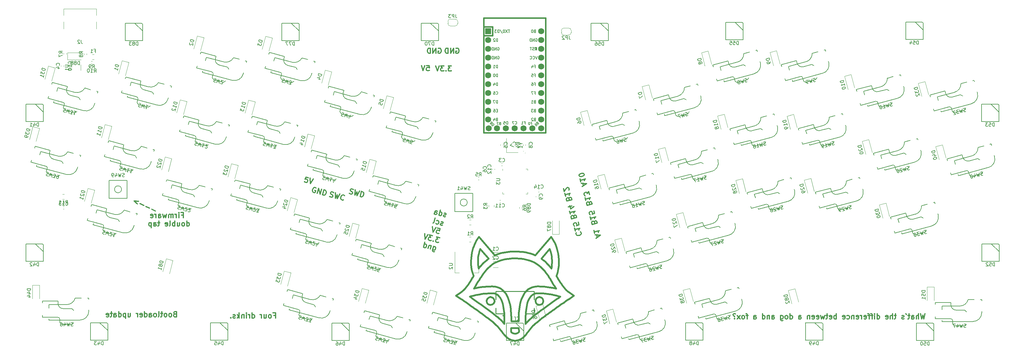
<source format=gbr>
%TF.GenerationSoftware,KiCad,Pcbnew,(6.0.0)*%
%TF.CreationDate,2022-07-05T02:06:22-07:00*%
%TF.ProjectId,ffkb,66666b62-2e6b-4696-9361-645f70636258,rev?*%
%TF.SameCoordinates,Original*%
%TF.FileFunction,Legend,Bot*%
%TF.FilePolarity,Positive*%
%FSLAX46Y46*%
G04 Gerber Fmt 4.6, Leading zero omitted, Abs format (unit mm)*
G04 Created by KiCad (PCBNEW (6.0.0)) date 2022-07-05 02:06:22*
%MOMM*%
%LPD*%
G01*
G04 APERTURE LIST*
%ADD10C,0.500000*%
%ADD11C,0.300000*%
%ADD12C,0.150000*%
%ADD13C,0.200000*%
%ADD14C,0.381000*%
%ADD15C,0.120000*%
%ADD16C,0.254000*%
%ADD17C,0.100000*%
%ADD18R,1.752600X1.752600*%
%ADD19C,1.752600*%
G04 APERTURE END LIST*
D10*
X134775989Y-110135674D02*
X134775989Y-110135674D01*
X129684413Y-103548669D02*
X129796006Y-104045325D01*
X130138943Y-104466665D01*
X130643563Y-104681050D01*
X130815839Y-104694248D01*
X154761557Y-102014619D02*
X153528006Y-101202744D01*
X144374609Y-99356813D02*
X143765933Y-99390517D01*
X143189168Y-99491448D01*
X142645028Y-99659311D01*
X142134227Y-99893814D01*
X141657477Y-100194663D01*
X141215494Y-100561566D01*
X141048596Y-100726757D01*
X144841203Y-104694251D02*
X145331143Y-104581278D01*
X145747060Y-104234083D01*
X145958791Y-103723127D01*
X145971828Y-103548667D01*
X122128225Y-101189394D02*
X120894799Y-102001330D01*
X150098539Y-96977605D02*
X149837152Y-96549357D01*
X149734072Y-96381438D01*
X137828154Y-89312561D02*
X137211829Y-89321930D01*
X136611309Y-89350078D01*
X136026379Y-89397070D01*
X135456827Y-89462971D01*
X134902439Y-89547847D01*
X134363000Y-89651762D01*
X133838299Y-89774781D01*
X133328120Y-89916969D01*
X132832252Y-90078392D01*
X132350479Y-90259115D01*
X132037024Y-90390351D01*
X142472786Y-102097689D02*
X142868271Y-101761449D01*
X143314811Y-101522951D01*
X143815762Y-101380846D01*
X144374480Y-101333783D01*
X138889327Y-109383920D02*
X136767045Y-109383920D01*
X130815830Y-102403090D02*
X130815830Y-102403090D01*
X136706123Y-111590015D02*
X136714856Y-111360761D01*
X145386046Y-91367917D02*
X147818034Y-88541373D01*
X120894799Y-102001330D02*
X122115451Y-102832254D01*
X146013047Y-91831666D02*
X145605057Y-91521925D01*
X145386046Y-91367917D01*
X131281833Y-99356807D02*
X130724758Y-99363728D01*
X130178406Y-99383802D01*
X129643547Y-99415993D01*
X129120952Y-99459263D01*
X128611392Y-99512575D01*
X127953587Y-99597487D01*
X127322152Y-99695949D01*
X126718915Y-99805505D01*
X126145701Y-99923696D01*
X126007304Y-99954305D01*
X143619290Y-90390346D02*
X143146796Y-90196705D01*
X142660351Y-90022414D01*
X142159740Y-89867406D01*
X141644749Y-89731615D01*
X141115163Y-89614975D01*
X140570769Y-89517419D01*
X140011351Y-89438882D01*
X139436695Y-89379298D01*
X138846587Y-89338600D01*
X138240813Y-89316722D01*
X137828154Y-89312561D01*
X127446438Y-89892998D02*
X127572587Y-89384386D01*
X127723036Y-88881588D01*
X127839486Y-88542766D01*
X134775989Y-110135674D02*
X134441727Y-109741558D01*
X134080486Y-109343660D01*
X133822758Y-109078255D01*
X149649150Y-99954306D02*
X149083726Y-99834341D01*
X148487821Y-99722398D01*
X147863262Y-99620932D01*
X147211876Y-99532404D01*
X146706831Y-99475975D01*
X146188495Y-99429243D01*
X145657637Y-99393245D01*
X145115030Y-99369016D01*
X144561444Y-99357594D01*
X144374609Y-99356813D01*
X127839486Y-88542766D02*
X130270268Y-91368039D01*
X126737280Y-86210521D02*
X126450702Y-86746320D01*
X126194980Y-87311653D01*
X126006874Y-87788056D01*
X125816892Y-88338650D01*
X125635516Y-88958789D01*
X125473225Y-89643828D01*
X125340498Y-90389121D01*
X125247816Y-91190022D01*
X125205658Y-92041886D01*
X125224503Y-92940066D01*
X125314831Y-93879917D01*
X125487123Y-94856793D01*
X125607279Y-95357664D01*
X125751857Y-95866049D01*
X125922165Y-96381368D01*
X145971828Y-103548667D02*
X145860258Y-103051983D01*
X145517472Y-102630657D01*
X145013280Y-102416288D01*
X144841209Y-102403089D01*
X144374480Y-101333783D02*
X145110092Y-101347214D01*
X145825821Y-101385510D01*
X146519212Y-101445664D01*
X147187813Y-101524669D01*
X147829171Y-101619519D01*
X148440832Y-101727206D01*
X149020343Y-101844724D01*
X149565251Y-101969066D01*
X150073103Y-102097226D01*
X150688356Y-102268847D01*
X150830514Y-102311143D01*
X125557686Y-96964262D02*
X125269368Y-97436443D01*
X124981518Y-97900905D01*
X124691597Y-98354872D01*
X124397066Y-98795567D01*
X124095385Y-99220214D01*
X123784014Y-99626037D01*
X123460415Y-100010258D01*
X123005538Y-100484153D01*
X122518388Y-100908129D01*
X122128225Y-101189394D01*
X144780151Y-93377026D02*
X145209966Y-93742424D01*
X145614149Y-94129327D01*
X145995162Y-94535202D01*
X146355470Y-94957515D01*
X146697536Y-95393735D01*
X147023826Y-95841327D01*
X147336803Y-96297760D01*
X147638930Y-96760500D01*
X147932673Y-97227015D01*
X148220494Y-97694772D01*
X148410303Y-98006049D01*
X129643340Y-91831739D02*
X129233447Y-92174963D01*
X128846553Y-92530527D01*
X128480859Y-92897233D01*
X128134570Y-93273884D01*
X127805887Y-93659283D01*
X127493015Y-94052232D01*
X127371891Y-94211258D01*
X144841209Y-102403089D02*
X144841209Y-102403089D01*
X141048596Y-100726757D02*
X140709422Y-101117926D01*
X140406560Y-101545301D01*
X140138065Y-102005407D01*
X139901990Y-102494769D01*
X139696388Y-103009910D01*
X139519313Y-103547355D01*
X139368818Y-104103628D01*
X139242958Y-104675255D01*
X139139785Y-105258760D01*
X139057353Y-105850666D01*
X138993716Y-106447499D01*
X138946928Y-107045783D01*
X138915041Y-107642043D01*
X138896109Y-108232802D01*
X138888187Y-108814587D01*
X138889327Y-109383920D01*
X134607845Y-100726758D02*
X134179971Y-100333515D01*
X133717053Y-100006209D01*
X133219798Y-99745132D01*
X132688915Y-99550578D01*
X132125113Y-99422838D01*
X131529099Y-99362204D01*
X131281833Y-99356807D01*
X147818034Y-88541373D02*
X147986145Y-89044460D01*
X148145176Y-89616675D01*
X148283933Y-90252768D01*
X148367960Y-90768600D01*
X148429563Y-91315196D01*
X148464019Y-91890342D01*
X148466604Y-92491824D01*
X148432597Y-93117425D01*
X148357273Y-93764933D01*
X148281773Y-94207681D01*
X143231409Y-110476253D02*
X143659231Y-110078218D01*
X144216203Y-109605458D01*
X144880837Y-109071729D01*
X145631643Y-108490792D01*
X146032645Y-108186920D01*
X146447132Y-107876405D01*
X146872418Y-107560968D01*
X147305817Y-107242328D01*
X147744642Y-106922205D01*
X148186207Y-106602319D01*
X148627827Y-106284389D01*
X149066815Y-105970137D01*
X149500485Y-105661280D01*
X149926151Y-105359541D01*
X150341127Y-105066637D01*
X151128264Y-104514218D01*
X151840407Y-104017783D01*
X152456067Y-103591091D01*
X152953756Y-103247900D01*
X153432087Y-102919777D01*
X153540834Y-102845536D01*
X141689746Y-112303331D02*
X141996671Y-111905217D01*
X142314814Y-111503914D01*
X142650892Y-111102124D01*
X143011623Y-110702548D01*
X143231409Y-110476253D01*
X137828164Y-112975836D02*
X137302164Y-112874444D01*
X136849994Y-112601116D01*
X136676490Y-112450781D01*
X148918965Y-86210590D02*
X148211137Y-85053362D01*
X133966562Y-112303344D02*
X134357616Y-112808363D01*
X134753777Y-113292111D01*
X135165582Y-113740388D01*
X135603572Y-114138997D01*
X136078285Y-114473741D01*
X136600261Y-114730421D01*
X137180039Y-114894840D01*
X137828158Y-114952800D01*
X126007304Y-99954305D02*
X126289897Y-99534673D01*
X126564436Y-99109525D01*
X126832740Y-98681017D01*
X127096629Y-98251305D01*
X127246140Y-98006045D01*
X136676490Y-112450781D02*
X136693045Y-111936836D01*
X136706123Y-111590015D01*
X148410303Y-98006049D02*
X148672481Y-98435455D01*
X148938039Y-98864913D01*
X149208797Y-99292254D01*
X149486571Y-99715314D01*
X149649150Y-99954306D01*
X127445111Y-85053300D02*
X126737280Y-86210521D01*
X137828223Y-91289402D02*
X138367684Y-91297411D01*
X138892261Y-91321483D01*
X139402145Y-91361672D01*
X140139835Y-91452305D01*
X140845536Y-91579528D01*
X141519889Y-91743533D01*
X142163539Y-91944514D01*
X142777127Y-92182666D01*
X143361297Y-92458181D01*
X143916692Y-92771253D01*
X144443954Y-93122076D01*
X144780151Y-93377026D01*
X143709775Y-103548665D02*
X143821365Y-104045324D01*
X144164303Y-104466662D01*
X144668925Y-104681050D01*
X144841203Y-104694251D01*
X150830514Y-102311143D02*
X150321450Y-102665210D01*
X149766010Y-103053423D01*
X149172611Y-103470434D01*
X148549668Y-103910893D01*
X147905599Y-104369451D01*
X147248820Y-104840760D01*
X146587746Y-105319469D01*
X145930795Y-105800232D01*
X145286382Y-106277697D01*
X144662924Y-106746517D01*
X144068838Y-107201342D01*
X143512540Y-107636823D01*
X143002445Y-108047611D01*
X142546972Y-108428358D01*
X142154535Y-108773714D01*
X141833552Y-109078331D01*
X136714856Y-111360761D02*
X138941524Y-111360762D01*
X130270268Y-91368039D02*
X129855352Y-91666938D01*
X129643340Y-91831739D01*
X131946464Y-103548665D02*
X131834851Y-103051983D01*
X131492056Y-102630655D01*
X130987889Y-102416287D01*
X130815830Y-102403090D01*
X127246140Y-98006045D02*
X127531387Y-97538850D01*
X127820911Y-97071215D01*
X128117177Y-96605673D01*
X128422648Y-96144755D01*
X128739789Y-95690992D01*
X129071064Y-95246915D01*
X129418936Y-94815057D01*
X129785871Y-94397950D01*
X130174331Y-93998124D01*
X130586780Y-93618112D01*
X130876292Y-93377028D01*
X140880260Y-110135738D02*
X140870604Y-109617733D01*
X140866858Y-109080313D01*
X140870876Y-108528084D01*
X140884510Y-107965652D01*
X140909615Y-107397626D01*
X140948042Y-106828611D01*
X141001646Y-106263216D01*
X141072279Y-105706047D01*
X141161795Y-105161711D01*
X141272047Y-104634816D01*
X141404887Y-104129968D01*
X141562170Y-103651775D01*
X141847977Y-102994540D01*
X142199203Y-102423193D01*
X142472786Y-102097689D01*
X124823495Y-102309553D02*
X125418717Y-102138864D01*
X125912604Y-102010267D01*
X126444535Y-101884502D01*
X127012134Y-101764567D01*
X127613022Y-101653459D01*
X128244819Y-101554176D01*
X128905149Y-101469715D01*
X129591633Y-101403074D01*
X130301892Y-101357250D01*
X131033548Y-101335240D01*
X131281778Y-101333714D01*
X125922165Y-96381368D02*
X125659702Y-96810175D01*
X125557707Y-96977542D01*
X132037024Y-90390351D02*
X127445111Y-85053300D01*
X141833552Y-109078331D02*
X141833552Y-109078331D01*
X138941524Y-111360762D02*
X138950254Y-111590012D01*
X138950254Y-111590012D02*
X138969130Y-112099956D01*
X138979890Y-112450774D01*
X138979890Y-112450774D02*
X138564605Y-112769485D01*
X138061653Y-112957136D01*
X137828164Y-112975836D01*
X127446438Y-89892998D02*
X127446438Y-89892998D01*
X130815839Y-104694248D02*
X131305775Y-104581280D01*
X131721690Y-104234084D01*
X131933424Y-103723125D01*
X131946464Y-103548665D01*
X149734072Y-96381438D02*
X149904380Y-95866107D01*
X150048959Y-95357712D01*
X150169118Y-94856833D01*
X150266167Y-94364049D01*
X150396174Y-93405094D01*
X150449459Y-92485491D01*
X150436501Y-91609886D01*
X150367780Y-90782924D01*
X150253774Y-90009250D01*
X150104963Y-89293509D01*
X149931825Y-88640346D01*
X149744839Y-88054407D01*
X149554486Y-87540336D01*
X149285564Y-86914145D01*
X149013017Y-86374117D01*
X148918965Y-86210590D01*
X130815830Y-102403090D02*
X130325427Y-102516045D01*
X129909264Y-102863222D01*
X129697457Y-103374193D01*
X129684413Y-103548669D01*
X127371891Y-94211258D02*
X127282723Y-93680102D01*
X127221654Y-93146040D01*
X127188703Y-92609294D01*
X127183891Y-92070083D01*
X127207238Y-91528628D01*
X127258765Y-90985148D01*
X127338491Y-90439865D01*
X127446438Y-89892998D01*
X122115451Y-102832254D02*
X122702505Y-103234639D01*
X123200187Y-103577834D01*
X123815842Y-104004529D01*
X124527981Y-104500965D01*
X125315115Y-105053384D01*
X125730090Y-105346287D01*
X126155755Y-105648026D01*
X126589425Y-105956882D01*
X127028413Y-106271133D01*
X127470033Y-106589062D01*
X127911600Y-106908947D01*
X128350426Y-107229068D01*
X128783826Y-107547707D01*
X129209114Y-107863143D01*
X129623603Y-108173656D01*
X130024608Y-108477527D01*
X130775421Y-109058461D01*
X131440062Y-109592188D01*
X131997044Y-110064947D01*
X132424877Y-110462981D01*
X153528006Y-101202744D02*
X153012682Y-100820523D01*
X152534160Y-100383443D01*
X152086417Y-99898089D01*
X151767183Y-99506352D01*
X151459333Y-99093941D01*
X151160324Y-98663634D01*
X150867616Y-98218206D01*
X150578668Y-97760437D01*
X150290937Y-97293103D01*
X150098539Y-96977605D01*
X138889327Y-109383920D02*
X138889327Y-109383920D01*
X153540834Y-102845536D02*
X154761557Y-102014619D01*
X144841209Y-102403089D02*
X144350795Y-102516043D01*
X143934628Y-102863221D01*
X143722819Y-103374190D01*
X143709775Y-103548665D01*
X130876292Y-93377028D02*
X131385157Y-93000945D01*
X131921726Y-92662737D01*
X132486642Y-92362209D01*
X133080547Y-92099170D01*
X133704084Y-91873427D01*
X134357896Y-91684788D01*
X135042627Y-91533059D01*
X135758920Y-91418049D01*
X136507416Y-91339564D01*
X137024623Y-91307438D01*
X137556619Y-91291403D01*
X137828223Y-91289402D01*
X132424903Y-110476261D02*
X132802705Y-110873355D01*
X133152033Y-111274211D01*
X133479604Y-111676124D01*
X133792137Y-112076395D01*
X133966562Y-112303344D01*
X147818034Y-88541373D02*
X147818034Y-88541373D01*
X133183461Y-102097626D02*
X133581773Y-102603092D01*
X133910497Y-103204805D01*
X134175887Y-103887217D01*
X134320716Y-104379314D01*
X134442030Y-104895760D01*
X134541682Y-105431948D01*
X134621525Y-105983273D01*
X134683412Y-106545127D01*
X134729196Y-107112903D01*
X134760731Y-107681995D01*
X134779869Y-108247796D01*
X134788465Y-108805700D01*
X134788370Y-109351098D01*
X134781439Y-109879386D01*
X134775989Y-110135674D01*
X133822758Y-109078255D02*
X133313785Y-108605579D01*
X132888614Y-108241739D01*
X132404586Y-107845166D01*
X131870126Y-107421216D01*
X131293656Y-106975240D01*
X130683600Y-106512594D01*
X130048382Y-106038630D01*
X129396427Y-105558703D01*
X128736156Y-105078166D01*
X128075995Y-104602373D01*
X127424367Y-104136677D01*
X126789695Y-103686433D01*
X126180403Y-103256994D01*
X125604916Y-102853714D01*
X125071656Y-102481946D01*
X124823495Y-102309553D01*
X131281778Y-101333714D02*
X131840459Y-101380790D01*
X132341411Y-101522912D01*
X132787966Y-101761413D01*
X133183461Y-102097626D01*
X153528006Y-101202744D02*
X153528006Y-101202744D01*
X148281773Y-94207681D02*
X147975044Y-93812643D01*
X147653250Y-93424675D01*
X147314602Y-93044962D01*
X146957311Y-92674691D01*
X146579589Y-92315049D01*
X146179646Y-91967222D01*
X146013047Y-91831666D01*
X136767045Y-109383920D02*
X136768185Y-108814597D01*
X136760262Y-108232823D01*
X136741329Y-107642072D01*
X136709441Y-107045819D01*
X136662650Y-106447541D01*
X136599012Y-105850712D01*
X136516580Y-105258809D01*
X136413407Y-104675306D01*
X136287548Y-104103679D01*
X136137057Y-103547403D01*
X135959987Y-103009955D01*
X135754392Y-102494809D01*
X135518327Y-102005440D01*
X135249844Y-101545325D01*
X134946999Y-101117939D01*
X134607845Y-100726758D01*
X137828158Y-114952800D02*
X138476275Y-114894840D01*
X139056051Y-114730422D01*
X139578027Y-114473742D01*
X140052740Y-114138998D01*
X140490729Y-113740387D01*
X140902534Y-113292108D01*
X141298693Y-112808356D01*
X141689746Y-112303331D01*
X137828164Y-112975836D02*
X137828164Y-112975836D01*
X141833552Y-109078331D02*
X141482787Y-109443340D01*
X141128647Y-109840660D01*
X140880260Y-110135738D01*
X148211137Y-85053362D02*
X143619290Y-90390346D01*
D11*
X115789491Y-30854187D02*
X115932348Y-30782758D01*
X116146634Y-30782758D01*
X116360919Y-30854187D01*
X116503776Y-30997044D01*
X116575205Y-31139901D01*
X116646634Y-31425615D01*
X116646634Y-31639901D01*
X116575205Y-31925615D01*
X116503776Y-32068472D01*
X116360919Y-32211329D01*
X116146634Y-32282758D01*
X116003776Y-32282758D01*
X115789491Y-32211329D01*
X115718062Y-32139901D01*
X115718062Y-31639901D01*
X116003776Y-31639901D01*
X115075205Y-32282758D02*
X115075205Y-30782758D01*
X114218062Y-32282758D01*
X114218062Y-30782758D01*
X113503776Y-32282758D02*
X113503776Y-30782758D01*
X113146634Y-30782758D01*
X112932348Y-30854187D01*
X112789491Y-30997044D01*
X112718062Y-31139901D01*
X112646634Y-31425615D01*
X112646634Y-31639901D01*
X112718062Y-31925615D01*
X112789491Y-32068472D01*
X112932348Y-32211329D01*
X113146634Y-32282758D01*
X113503776Y-32282758D01*
X90235538Y-72559809D02*
X90424035Y-72684265D01*
X90769009Y-72776700D01*
X90925485Y-72744680D01*
X91012967Y-72694172D01*
X91118936Y-72574670D01*
X91155910Y-72436680D01*
X91123890Y-72280204D01*
X91073382Y-72192722D01*
X90953880Y-72086753D01*
X90696388Y-71943810D01*
X90576886Y-71837841D01*
X90526378Y-71750359D01*
X90494357Y-71593883D01*
X90531332Y-71455894D01*
X90637300Y-71336391D01*
X90724782Y-71285884D01*
X90881259Y-71253863D01*
X91226232Y-71346298D01*
X91414729Y-71470754D01*
X91916179Y-71531169D02*
X91872924Y-73072493D01*
X92426209Y-72111521D01*
X92424882Y-73220390D01*
X93158084Y-71863937D01*
X93321813Y-73460722D02*
X93710041Y-72011833D01*
X94055015Y-72104269D01*
X94243512Y-72228724D01*
X94344527Y-72403688D01*
X94376548Y-72560164D01*
X94371594Y-72854630D01*
X94316133Y-73061614D01*
X94173190Y-73319106D01*
X94067221Y-73438609D01*
X93892258Y-73539624D01*
X93666786Y-73553157D01*
X93321813Y-73460722D01*
X116206439Y-85336748D02*
X115309507Y-85096416D01*
X115644574Y-85777783D01*
X115437590Y-85722322D01*
X115281113Y-85754342D01*
X115193631Y-85804850D01*
X115087663Y-85924352D01*
X114995227Y-86269326D01*
X115027248Y-86425802D01*
X115077755Y-86513284D01*
X115197258Y-86619253D01*
X115611226Y-86730175D01*
X115767702Y-86698155D01*
X115855184Y-86647647D01*
X114337301Y-86240931D02*
X114249819Y-86291439D01*
X114300327Y-86378921D01*
X114387808Y-86328413D01*
X114337301Y-86240931D01*
X114300327Y-86378921D01*
X114136598Y-84782136D02*
X113239666Y-84541804D01*
X113574733Y-85223171D01*
X113367749Y-85167709D01*
X113211272Y-85199730D01*
X113123790Y-85250238D01*
X113017822Y-85369740D01*
X112925386Y-85714713D01*
X112957407Y-85871190D01*
X113007914Y-85958672D01*
X113127417Y-86064641D01*
X113541385Y-86175563D01*
X113697861Y-86143542D01*
X113785343Y-86093035D01*
X112825698Y-84430881D02*
X111954507Y-85750360D01*
X111859772Y-84172062D01*
X116956593Y-81736805D02*
X116800116Y-81768825D01*
X116524137Y-81694877D01*
X116404635Y-81588908D01*
X116372615Y-81432432D01*
X116391102Y-81363437D01*
X116497070Y-81243935D01*
X116653547Y-81211914D01*
X116860531Y-81267375D01*
X117017008Y-81235355D01*
X117122976Y-81115853D01*
X117141463Y-81046858D01*
X117109443Y-80890381D01*
X116989941Y-80784413D01*
X116782956Y-80728951D01*
X116626480Y-80760972D01*
X115093736Y-81237654D02*
X115213238Y-81343623D01*
X115489217Y-81417571D01*
X115645693Y-81385550D01*
X115733175Y-81335043D01*
X115839144Y-81215541D01*
X115950066Y-80801572D01*
X115918046Y-80645096D01*
X115867538Y-80557614D01*
X115748036Y-80451645D01*
X115472057Y-80377697D01*
X115315581Y-80409717D01*
X114247312Y-81084804D02*
X114403789Y-81052783D01*
X114509758Y-80933281D01*
X114842525Y-79691376D01*
X68529323Y-107674858D02*
X69029323Y-107674858D01*
X69029323Y-108460572D02*
X69029323Y-106960572D01*
X68315037Y-106960572D01*
X67529323Y-108460572D02*
X67672180Y-108389143D01*
X67743609Y-108317715D01*
X67815037Y-108174858D01*
X67815037Y-107746286D01*
X67743609Y-107603429D01*
X67672180Y-107532001D01*
X67529323Y-107460572D01*
X67315037Y-107460572D01*
X67172180Y-107532001D01*
X67100752Y-107603429D01*
X67029323Y-107746286D01*
X67029323Y-108174858D01*
X67100752Y-108317715D01*
X67172180Y-108389143D01*
X67315037Y-108460572D01*
X67529323Y-108460572D01*
X65743609Y-107460572D02*
X65743609Y-108460572D01*
X66386466Y-107460572D02*
X66386466Y-108246286D01*
X66315037Y-108389143D01*
X66172180Y-108460572D01*
X65957894Y-108460572D01*
X65815037Y-108389143D01*
X65743609Y-108317715D01*
X65029323Y-108460572D02*
X65029323Y-107460572D01*
X65029323Y-107746286D02*
X64957894Y-107603429D01*
X64886466Y-107532001D01*
X64743609Y-107460572D01*
X64600752Y-107460572D01*
X62315037Y-108460572D02*
X62315037Y-106960572D01*
X62315037Y-108389143D02*
X62457894Y-108460572D01*
X62743609Y-108460572D01*
X62886466Y-108389143D01*
X62957894Y-108317715D01*
X63029323Y-108174858D01*
X63029323Y-107746286D01*
X62957894Y-107603429D01*
X62886466Y-107532001D01*
X62743609Y-107460572D01*
X62457894Y-107460572D01*
X62315037Y-107532001D01*
X61600752Y-108460572D02*
X61600752Y-107460572D01*
X61600752Y-107746286D02*
X61529323Y-107603429D01*
X61457894Y-107532001D01*
X61315037Y-107460572D01*
X61172180Y-107460572D01*
X60672180Y-108460572D02*
X60672180Y-107460572D01*
X60672180Y-106960572D02*
X60743609Y-107032001D01*
X60672180Y-107103429D01*
X60600752Y-107032001D01*
X60672180Y-106960572D01*
X60672180Y-107103429D01*
X59957894Y-107460572D02*
X59957894Y-108460572D01*
X59957894Y-107603429D02*
X59886466Y-107532001D01*
X59743609Y-107460572D01*
X59529323Y-107460572D01*
X59386466Y-107532001D01*
X59315037Y-107674858D01*
X59315037Y-108460572D01*
X58600752Y-108460572D02*
X58600752Y-106960572D01*
X58457894Y-107889143D02*
X58029323Y-108460572D01*
X58029323Y-107460572D02*
X58600752Y-108032001D01*
X57457894Y-108389143D02*
X57315037Y-108460572D01*
X57029323Y-108460572D01*
X56886466Y-108389143D01*
X56815037Y-108246286D01*
X56815037Y-108174858D01*
X56886466Y-108032001D01*
X57029323Y-107960572D01*
X57243609Y-107960572D01*
X57386466Y-107889143D01*
X57457894Y-107746286D01*
X57457894Y-107674858D01*
X57386466Y-107532001D01*
X57243609Y-107460572D01*
X57029323Y-107460572D01*
X56886466Y-107532001D01*
X56172180Y-108317715D02*
X56100752Y-108389143D01*
X56172180Y-108460572D01*
X56243609Y-108389143D01*
X56172180Y-108317715D01*
X56172180Y-108460572D01*
X119560917Y-35882751D02*
X118632346Y-35882751D01*
X119132346Y-36454180D01*
X118918060Y-36454180D01*
X118775203Y-36525608D01*
X118703774Y-36597037D01*
X118632346Y-36739894D01*
X118632346Y-37097037D01*
X118703774Y-37239894D01*
X118775203Y-37311322D01*
X118918060Y-37382751D01*
X119346632Y-37382751D01*
X119489489Y-37311322D01*
X119560917Y-37239894D01*
X117989489Y-37239894D02*
X117918060Y-37311322D01*
X117989489Y-37382751D01*
X118060917Y-37311322D01*
X117989489Y-37239894D01*
X117989489Y-37382751D01*
X117418060Y-35882751D02*
X116489489Y-35882751D01*
X116989489Y-36454180D01*
X116775203Y-36454180D01*
X116632346Y-36525608D01*
X116560917Y-36597037D01*
X116489489Y-36739894D01*
X116489489Y-37097037D01*
X116560917Y-37239894D01*
X116632346Y-37311322D01*
X116775203Y-37382751D01*
X117203774Y-37382751D01*
X117346632Y-37311322D01*
X117418060Y-37239894D01*
X116060917Y-35882751D02*
X115560917Y-37382751D01*
X115060917Y-35882751D01*
X157456375Y-70366318D02*
X157271504Y-69676371D01*
X157079381Y-70615230D02*
X158398860Y-69744038D01*
X156820562Y-69649304D01*
X156487794Y-68407399D02*
X156709639Y-69235336D01*
X156598717Y-68821367D02*
X158047606Y-68433139D01*
X157877596Y-68626589D01*
X157776580Y-68801553D01*
X157744560Y-68958030D01*
X157696351Y-67122240D02*
X157659377Y-66984250D01*
X157553408Y-66864748D01*
X157465926Y-66814240D01*
X157309450Y-66782220D01*
X157014984Y-66787173D01*
X156670011Y-66879609D01*
X156412519Y-67022552D01*
X156293017Y-67128520D01*
X156242509Y-67216002D01*
X156210488Y-67372479D01*
X156247462Y-67510468D01*
X156353431Y-67629970D01*
X156440913Y-67680478D01*
X156597390Y-67712499D01*
X156891855Y-67707545D01*
X157236829Y-67615110D01*
X157494321Y-67472167D01*
X157613823Y-67366198D01*
X157664331Y-67278716D01*
X157696351Y-67122240D01*
X153338231Y-74094939D02*
X153213776Y-73906442D01*
X153126294Y-73855934D01*
X152969817Y-73823914D01*
X152762833Y-73879375D01*
X152643331Y-73985344D01*
X152592823Y-74072826D01*
X152560803Y-74229302D01*
X152708699Y-74781260D01*
X154157588Y-74393031D01*
X154028178Y-73910068D01*
X153922210Y-73790566D01*
X153834728Y-73740058D01*
X153678251Y-73708038D01*
X153540262Y-73745012D01*
X153420760Y-73850981D01*
X153370252Y-73938462D01*
X153338231Y-74094939D01*
X153467641Y-74577902D01*
X152117113Y-72573429D02*
X152338958Y-73401366D01*
X152228035Y-72987397D02*
X153676924Y-72599169D01*
X153506914Y-72792619D01*
X153405899Y-72967583D01*
X153373878Y-73124059D01*
X153280116Y-71670217D02*
X153330623Y-71582735D01*
X153362644Y-71426259D01*
X153270208Y-71081285D01*
X153164240Y-70961783D01*
X153076758Y-70911275D01*
X152920281Y-70879255D01*
X152782292Y-70916229D01*
X152593795Y-71040685D01*
X151987703Y-72090466D01*
X151747371Y-71193535D01*
X159156446Y-75331204D02*
X159031991Y-75142707D01*
X158944509Y-75092199D01*
X158788032Y-75060179D01*
X158581048Y-75115640D01*
X158461546Y-75221609D01*
X158411038Y-75309091D01*
X158379018Y-75465567D01*
X158526914Y-76017525D01*
X159975803Y-75629296D01*
X159846393Y-75146333D01*
X159740425Y-75026831D01*
X159652943Y-74976323D01*
X159496466Y-74944303D01*
X159358477Y-74981277D01*
X159238975Y-75087246D01*
X159188467Y-75174727D01*
X159156446Y-75331204D01*
X159285856Y-75814167D01*
X157935328Y-73809694D02*
X158157173Y-74637631D01*
X158046250Y-74223662D02*
X159495139Y-73835434D01*
X159325129Y-74028884D01*
X159224114Y-74203848D01*
X159192093Y-74360324D01*
X159254807Y-72938503D02*
X159014475Y-72041572D01*
X158591927Y-72672431D01*
X158536466Y-72465447D01*
X158430497Y-72345945D01*
X158343015Y-72295437D01*
X158186539Y-72263416D01*
X157841565Y-72355852D01*
X157722063Y-72461821D01*
X157671555Y-72549302D01*
X157639535Y-72705779D01*
X157750457Y-73119747D01*
X157856426Y-73239249D01*
X157943908Y-73289757D01*
X84586821Y-73453258D02*
X84775318Y-73577714D01*
X85120292Y-73670149D01*
X85276768Y-73638129D01*
X85364250Y-73587621D01*
X85470219Y-73468119D01*
X85507193Y-73330129D01*
X85475173Y-73173653D01*
X85424665Y-73086171D01*
X85305163Y-72980202D01*
X85047671Y-72837259D01*
X84928169Y-72731290D01*
X84877661Y-72643808D01*
X84845640Y-72487332D01*
X84882615Y-72349343D01*
X84988583Y-72229840D01*
X85076065Y-72179333D01*
X85232542Y-72147312D01*
X85577515Y-72239747D01*
X85766012Y-72364203D01*
X86267462Y-72424618D02*
X86224207Y-73965942D01*
X86777492Y-73004970D01*
X86776165Y-74113839D01*
X87509367Y-72757386D01*
X88538006Y-74438026D02*
X88450525Y-74488534D01*
X88225053Y-74502067D01*
X88087064Y-74465093D01*
X87898567Y-74340637D01*
X87797552Y-74165674D01*
X87765531Y-74009197D01*
X87770485Y-73714732D01*
X87825946Y-73507747D01*
X87968889Y-73250256D01*
X88074858Y-73130753D01*
X88249821Y-73029738D01*
X88475293Y-73016205D01*
X88613282Y-73053179D01*
X88801779Y-73177635D01*
X88852287Y-73265116D01*
X112432348Y-35782748D02*
X113146634Y-35782748D01*
X113218062Y-36497034D01*
X113146634Y-36425605D01*
X113003776Y-36354177D01*
X112646634Y-36354177D01*
X112503776Y-36425605D01*
X112432348Y-36497034D01*
X112360919Y-36639891D01*
X112360919Y-36997034D01*
X112432348Y-37139891D01*
X112503776Y-37211319D01*
X112646634Y-37282748D01*
X113003776Y-37282748D01*
X113146634Y-37211319D01*
X113218062Y-37139891D01*
X111932348Y-35782748D02*
X111432348Y-37282748D01*
X110932348Y-35782748D01*
X115583125Y-82529777D02*
X116273072Y-82714647D01*
X116157196Y-83423082D01*
X116106688Y-83335600D01*
X115987186Y-83229631D01*
X115642212Y-83137196D01*
X115485736Y-83169216D01*
X115398254Y-83219724D01*
X115292285Y-83339226D01*
X115199850Y-83684200D01*
X115231870Y-83840676D01*
X115282378Y-83928158D01*
X115401880Y-84034127D01*
X115746854Y-84126562D01*
X115903330Y-84094542D01*
X115990812Y-84044034D01*
X115100162Y-82400367D02*
X114228970Y-83719846D01*
X114134236Y-82141548D01*
X255607896Y-107185580D02*
X255250754Y-108685580D01*
X254965039Y-107614151D01*
X254679325Y-108685580D01*
X254322182Y-107185580D01*
X253750754Y-108685580D02*
X253750754Y-107185580D01*
X253107896Y-108685580D02*
X253107896Y-107899866D01*
X253179325Y-107757009D01*
X253322182Y-107685580D01*
X253536468Y-107685580D01*
X253679325Y-107757009D01*
X253750754Y-107828437D01*
X251750754Y-108685580D02*
X251750754Y-107899866D01*
X251822182Y-107757009D01*
X251965039Y-107685580D01*
X252250754Y-107685580D01*
X252393611Y-107757009D01*
X251750754Y-108614151D02*
X251893611Y-108685580D01*
X252250754Y-108685580D01*
X252393611Y-108614151D01*
X252465039Y-108471294D01*
X252465039Y-108328437D01*
X252393611Y-108185580D01*
X252250754Y-108114151D01*
X251893611Y-108114151D01*
X251750754Y-108042723D01*
X251250754Y-107685580D02*
X250679325Y-107685580D01*
X251036468Y-107185580D02*
X251036468Y-108471294D01*
X250965039Y-108614151D01*
X250822182Y-108685580D01*
X250679325Y-108685580D01*
X250107896Y-107185580D02*
X250250754Y-107471294D01*
X249536468Y-108614151D02*
X249393611Y-108685580D01*
X249107896Y-108685580D01*
X248965039Y-108614151D01*
X248893611Y-108471294D01*
X248893611Y-108399866D01*
X248965039Y-108257009D01*
X249107896Y-108185580D01*
X249322182Y-108185580D01*
X249465039Y-108114151D01*
X249536468Y-107971294D01*
X249536468Y-107899866D01*
X249465039Y-107757009D01*
X249322182Y-107685580D01*
X249107896Y-107685580D01*
X248965039Y-107757009D01*
X247322182Y-107685580D02*
X246750754Y-107685580D01*
X247107896Y-107185580D02*
X247107896Y-108471294D01*
X247036468Y-108614151D01*
X246893611Y-108685580D01*
X246750754Y-108685580D01*
X246250754Y-108685580D02*
X246250754Y-107185580D01*
X245607896Y-108685580D02*
X245607896Y-107899866D01*
X245679325Y-107757009D01*
X245822182Y-107685580D01*
X246036468Y-107685580D01*
X246179325Y-107757009D01*
X246250754Y-107828437D01*
X244322182Y-108614151D02*
X244465039Y-108685580D01*
X244750754Y-108685580D01*
X244893611Y-108614151D01*
X244965039Y-108471294D01*
X244965039Y-107899866D01*
X244893611Y-107757009D01*
X244750754Y-107685580D01*
X244465039Y-107685580D01*
X244322182Y-107757009D01*
X244250754Y-107899866D01*
X244250754Y-108042723D01*
X244965039Y-108185580D01*
X241822182Y-108685580D02*
X241822182Y-107185580D01*
X241822182Y-108614151D02*
X241965039Y-108685580D01*
X242250754Y-108685580D01*
X242393611Y-108614151D01*
X242465039Y-108542723D01*
X242536468Y-108399866D01*
X242536468Y-107971294D01*
X242465039Y-107828437D01*
X242393611Y-107757009D01*
X242250754Y-107685580D01*
X241965039Y-107685580D01*
X241822182Y-107757009D01*
X241107896Y-108685580D02*
X241107896Y-107685580D01*
X241107896Y-107185580D02*
X241179325Y-107257009D01*
X241107896Y-107328437D01*
X241036468Y-107257009D01*
X241107896Y-107185580D01*
X241107896Y-107328437D01*
X240607896Y-107685580D02*
X240036468Y-107685580D01*
X240393611Y-108685580D02*
X240393611Y-107399866D01*
X240322182Y-107257009D01*
X240179325Y-107185580D01*
X240036468Y-107185580D01*
X239750754Y-107685580D02*
X239179325Y-107685580D01*
X239536468Y-108685580D02*
X239536468Y-107399866D01*
X239465039Y-107257009D01*
X239322182Y-107185580D01*
X239179325Y-107185580D01*
X238107896Y-108614151D02*
X238250754Y-108685580D01*
X238536468Y-108685580D01*
X238679325Y-108614151D01*
X238750754Y-108471294D01*
X238750754Y-107899866D01*
X238679325Y-107757009D01*
X238536468Y-107685580D01*
X238250754Y-107685580D01*
X238107896Y-107757009D01*
X238036468Y-107899866D01*
X238036468Y-108042723D01*
X238750754Y-108185580D01*
X237393611Y-108685580D02*
X237393611Y-107685580D01*
X237393611Y-107971294D02*
X237322182Y-107828437D01*
X237250754Y-107757009D01*
X237107896Y-107685580D01*
X236965039Y-107685580D01*
X235893611Y-108614151D02*
X236036468Y-108685580D01*
X236322182Y-108685580D01*
X236465039Y-108614151D01*
X236536468Y-108471294D01*
X236536468Y-107899866D01*
X236465039Y-107757009D01*
X236322182Y-107685580D01*
X236036468Y-107685580D01*
X235893611Y-107757009D01*
X235822182Y-107899866D01*
X235822182Y-108042723D01*
X236536468Y-108185580D01*
X235179325Y-107685580D02*
X235179325Y-108685580D01*
X235179325Y-107828437D02*
X235107896Y-107757009D01*
X234965039Y-107685580D01*
X234750754Y-107685580D01*
X234607896Y-107757009D01*
X234536468Y-107899866D01*
X234536468Y-108685580D01*
X233179325Y-108614151D02*
X233322182Y-108685580D01*
X233607896Y-108685580D01*
X233750754Y-108614151D01*
X233822182Y-108542723D01*
X233893611Y-108399866D01*
X233893611Y-107971294D01*
X233822182Y-107828437D01*
X233750754Y-107757009D01*
X233607896Y-107685580D01*
X233322182Y-107685580D01*
X233179325Y-107757009D01*
X231965039Y-108614151D02*
X232107896Y-108685580D01*
X232393611Y-108685580D01*
X232536468Y-108614151D01*
X232607896Y-108471294D01*
X232607896Y-107899866D01*
X232536468Y-107757009D01*
X232393611Y-107685580D01*
X232107896Y-107685580D01*
X231965039Y-107757009D01*
X231893611Y-107899866D01*
X231893611Y-108042723D01*
X232607896Y-108185580D01*
X230107896Y-108685580D02*
X230107896Y-107185580D01*
X230107896Y-107757009D02*
X229965039Y-107685580D01*
X229679325Y-107685580D01*
X229536468Y-107757009D01*
X229465039Y-107828437D01*
X229393611Y-107971294D01*
X229393611Y-108399866D01*
X229465039Y-108542723D01*
X229536468Y-108614151D01*
X229679325Y-108685580D01*
X229965039Y-108685580D01*
X230107896Y-108614151D01*
X228179325Y-108614151D02*
X228322182Y-108685580D01*
X228607896Y-108685580D01*
X228750754Y-108614151D01*
X228822182Y-108471294D01*
X228822182Y-107899866D01*
X228750754Y-107757009D01*
X228607896Y-107685580D01*
X228322182Y-107685580D01*
X228179325Y-107757009D01*
X228107896Y-107899866D01*
X228107896Y-108042723D01*
X228822182Y-108185580D01*
X227679325Y-107685580D02*
X227107896Y-107685580D01*
X227465039Y-107185580D02*
X227465039Y-108471294D01*
X227393611Y-108614151D01*
X227250754Y-108685580D01*
X227107896Y-108685580D01*
X226750754Y-107685580D02*
X226465039Y-108685580D01*
X226179325Y-107971294D01*
X225893611Y-108685580D01*
X225607896Y-107685580D01*
X224465039Y-108614151D02*
X224607896Y-108685580D01*
X224893611Y-108685580D01*
X225036468Y-108614151D01*
X225107896Y-108471294D01*
X225107896Y-107899866D01*
X225036468Y-107757009D01*
X224893611Y-107685580D01*
X224607896Y-107685580D01*
X224465039Y-107757009D01*
X224393611Y-107899866D01*
X224393611Y-108042723D01*
X225107896Y-108185580D01*
X223179325Y-108614151D02*
X223322182Y-108685580D01*
X223607896Y-108685580D01*
X223750754Y-108614151D01*
X223822182Y-108471294D01*
X223822182Y-107899866D01*
X223750754Y-107757009D01*
X223607896Y-107685580D01*
X223322182Y-107685580D01*
X223179325Y-107757009D01*
X223107896Y-107899866D01*
X223107896Y-108042723D01*
X223822182Y-108185580D01*
X222465039Y-107685580D02*
X222465039Y-108685580D01*
X222465039Y-107828437D02*
X222393611Y-107757009D01*
X222250754Y-107685580D01*
X222036468Y-107685580D01*
X221893611Y-107757009D01*
X221822182Y-107899866D01*
X221822182Y-108685580D01*
X219322182Y-108685580D02*
X219322182Y-107899866D01*
X219393611Y-107757009D01*
X219536468Y-107685580D01*
X219822182Y-107685580D01*
X219965039Y-107757009D01*
X219322182Y-108614151D02*
X219465039Y-108685580D01*
X219822182Y-108685580D01*
X219965039Y-108614151D01*
X220036468Y-108471294D01*
X220036468Y-108328437D01*
X219965039Y-108185580D01*
X219822182Y-108114151D01*
X219465039Y-108114151D01*
X219322182Y-108042723D01*
X216822182Y-108685580D02*
X216822182Y-107185580D01*
X216822182Y-108614151D02*
X216965039Y-108685580D01*
X217250754Y-108685580D01*
X217393611Y-108614151D01*
X217465039Y-108542723D01*
X217536468Y-108399866D01*
X217536468Y-107971294D01*
X217465039Y-107828437D01*
X217393611Y-107757009D01*
X217250754Y-107685580D01*
X216965039Y-107685580D01*
X216822182Y-107757009D01*
X215893611Y-108685580D02*
X216036468Y-108614151D01*
X216107896Y-108542723D01*
X216179325Y-108399866D01*
X216179325Y-107971294D01*
X216107896Y-107828437D01*
X216036468Y-107757009D01*
X215893611Y-107685580D01*
X215679325Y-107685580D01*
X215536468Y-107757009D01*
X215465039Y-107828437D01*
X215393611Y-107971294D01*
X215393611Y-108399866D01*
X215465039Y-108542723D01*
X215536468Y-108614151D01*
X215679325Y-108685580D01*
X215893611Y-108685580D01*
X214107896Y-107685580D02*
X214107896Y-108899866D01*
X214179325Y-109042723D01*
X214250754Y-109114151D01*
X214393611Y-109185580D01*
X214607896Y-109185580D01*
X214750754Y-109114151D01*
X214107896Y-108614151D02*
X214250754Y-108685580D01*
X214536468Y-108685580D01*
X214679325Y-108614151D01*
X214750754Y-108542723D01*
X214822182Y-108399866D01*
X214822182Y-107971294D01*
X214750754Y-107828437D01*
X214679325Y-107757009D01*
X214536468Y-107685580D01*
X214250754Y-107685580D01*
X214107896Y-107757009D01*
X211607896Y-108685580D02*
X211607896Y-107899866D01*
X211679325Y-107757009D01*
X211822182Y-107685580D01*
X212107896Y-107685580D01*
X212250754Y-107757009D01*
X211607896Y-108614151D02*
X211750754Y-108685580D01*
X212107896Y-108685580D01*
X212250754Y-108614151D01*
X212322182Y-108471294D01*
X212322182Y-108328437D01*
X212250754Y-108185580D01*
X212107896Y-108114151D01*
X211750754Y-108114151D01*
X211607896Y-108042723D01*
X210893611Y-107685580D02*
X210893611Y-108685580D01*
X210893611Y-107828437D02*
X210822182Y-107757009D01*
X210679325Y-107685580D01*
X210465039Y-107685580D01*
X210322182Y-107757009D01*
X210250754Y-107899866D01*
X210250754Y-108685580D01*
X208893611Y-108685580D02*
X208893611Y-107185580D01*
X208893611Y-108614151D02*
X209036468Y-108685580D01*
X209322182Y-108685580D01*
X209465039Y-108614151D01*
X209536468Y-108542723D01*
X209607896Y-108399866D01*
X209607896Y-107971294D01*
X209536468Y-107828437D01*
X209465039Y-107757009D01*
X209322182Y-107685580D01*
X209036468Y-107685580D01*
X208893611Y-107757009D01*
X206393611Y-108685580D02*
X206393611Y-107899866D01*
X206465039Y-107757009D01*
X206607896Y-107685580D01*
X206893611Y-107685580D01*
X207036468Y-107757009D01*
X206393611Y-108614151D02*
X206536468Y-108685580D01*
X206893611Y-108685580D01*
X207036468Y-108614151D01*
X207107896Y-108471294D01*
X207107896Y-108328437D01*
X207036468Y-108185580D01*
X206893611Y-108114151D01*
X206536468Y-108114151D01*
X206393611Y-108042723D01*
X204750754Y-107685580D02*
X204179325Y-107685580D01*
X204536468Y-108685580D02*
X204536468Y-107399866D01*
X204465039Y-107257009D01*
X204322182Y-107185580D01*
X204179325Y-107185580D01*
X203465039Y-108685580D02*
X203607896Y-108614151D01*
X203679325Y-108542723D01*
X203750754Y-108399866D01*
X203750754Y-107971294D01*
X203679325Y-107828437D01*
X203607896Y-107757009D01*
X203465039Y-107685580D01*
X203250754Y-107685580D01*
X203107896Y-107757009D01*
X203036468Y-107828437D01*
X202965039Y-107971294D01*
X202965039Y-108399866D01*
X203036468Y-108542723D01*
X203107896Y-108614151D01*
X203250754Y-108685580D01*
X203465039Y-108685580D01*
X202465039Y-108685580D02*
X201679325Y-107685580D01*
X202465039Y-107685580D02*
X201679325Y-108685580D01*
X200893611Y-108542723D02*
X200822182Y-108614151D01*
X200893611Y-108685580D01*
X200965039Y-108614151D01*
X200893611Y-108542723D01*
X200893611Y-108685580D01*
X201179325Y-107257009D02*
X201036468Y-107185580D01*
X200679325Y-107185580D01*
X200536468Y-107257009D01*
X200465039Y-107399866D01*
X200465039Y-107542723D01*
X200536468Y-107685580D01*
X200607896Y-107757009D01*
X200750754Y-107828437D01*
X200822182Y-107899866D01*
X200893611Y-108042723D01*
X200893611Y-108114151D01*
X42053775Y-78789547D02*
X42553775Y-78789547D01*
X42553775Y-79575261D02*
X42553775Y-78075261D01*
X41839490Y-78075261D01*
X41268061Y-79575261D02*
X41268061Y-78575261D01*
X41268061Y-78075261D02*
X41339490Y-78146690D01*
X41268061Y-78218118D01*
X41196633Y-78146690D01*
X41268061Y-78075261D01*
X41268061Y-78218118D01*
X40553775Y-79575261D02*
X40553775Y-78575261D01*
X40553775Y-78860975D02*
X40482347Y-78718118D01*
X40410918Y-78646690D01*
X40268061Y-78575261D01*
X40125204Y-78575261D01*
X39625204Y-79575261D02*
X39625204Y-78575261D01*
X39625204Y-78718118D02*
X39553775Y-78646690D01*
X39410918Y-78575261D01*
X39196633Y-78575261D01*
X39053775Y-78646690D01*
X38982347Y-78789547D01*
X38982347Y-79575261D01*
X38982347Y-78789547D02*
X38910918Y-78646690D01*
X38768061Y-78575261D01*
X38553775Y-78575261D01*
X38410918Y-78646690D01*
X38339490Y-78789547D01*
X38339490Y-79575261D01*
X37768061Y-78575261D02*
X37482347Y-79575261D01*
X37196633Y-78860975D01*
X36910918Y-79575261D01*
X36625204Y-78575261D01*
X35410918Y-79575261D02*
X35410918Y-78789547D01*
X35482347Y-78646690D01*
X35625204Y-78575261D01*
X35910918Y-78575261D01*
X36053775Y-78646690D01*
X35410918Y-79503832D02*
X35553775Y-79575261D01*
X35910918Y-79575261D01*
X36053775Y-79503832D01*
X36125204Y-79360975D01*
X36125204Y-79218118D01*
X36053775Y-79075261D01*
X35910918Y-79003832D01*
X35553775Y-79003832D01*
X35410918Y-78932404D01*
X34696633Y-79575261D02*
X34696633Y-78575261D01*
X34696633Y-78860975D02*
X34625204Y-78718118D01*
X34553775Y-78646690D01*
X34410918Y-78575261D01*
X34268061Y-78575261D01*
X33196633Y-79503832D02*
X33339490Y-79575261D01*
X33625204Y-79575261D01*
X33768061Y-79503832D01*
X33839490Y-79360975D01*
X33839490Y-78789547D01*
X33768061Y-78646690D01*
X33625204Y-78575261D01*
X33339490Y-78575261D01*
X33196633Y-78646690D01*
X33125204Y-78789547D01*
X33125204Y-78932404D01*
X33839490Y-79075261D01*
X43553775Y-81990261D02*
X43553775Y-80490261D01*
X43553775Y-81918832D02*
X43696633Y-81990261D01*
X43982347Y-81990261D01*
X44125204Y-81918832D01*
X44196633Y-81847404D01*
X44268061Y-81704547D01*
X44268061Y-81275975D01*
X44196633Y-81133118D01*
X44125204Y-81061690D01*
X43982347Y-80990261D01*
X43696633Y-80990261D01*
X43553775Y-81061690D01*
X42625204Y-81990261D02*
X42768061Y-81918832D01*
X42839490Y-81847404D01*
X42910918Y-81704547D01*
X42910918Y-81275975D01*
X42839490Y-81133118D01*
X42768061Y-81061690D01*
X42625204Y-80990261D01*
X42410918Y-80990261D01*
X42268061Y-81061690D01*
X42196633Y-81133118D01*
X42125204Y-81275975D01*
X42125204Y-81704547D01*
X42196633Y-81847404D01*
X42268061Y-81918832D01*
X42410918Y-81990261D01*
X42625204Y-81990261D01*
X40839490Y-80990261D02*
X40839490Y-81990261D01*
X41482347Y-80990261D02*
X41482347Y-81775975D01*
X41410918Y-81918832D01*
X41268061Y-81990261D01*
X41053775Y-81990261D01*
X40910918Y-81918832D01*
X40839490Y-81847404D01*
X40125204Y-81990261D02*
X40125204Y-80490261D01*
X40125204Y-81061690D02*
X39982347Y-80990261D01*
X39696633Y-80990261D01*
X39553775Y-81061690D01*
X39482347Y-81133118D01*
X39410918Y-81275975D01*
X39410918Y-81704547D01*
X39482347Y-81847404D01*
X39553775Y-81918832D01*
X39696633Y-81990261D01*
X39982347Y-81990261D01*
X40125204Y-81918832D01*
X38553775Y-81990261D02*
X38696633Y-81918832D01*
X38768061Y-81775975D01*
X38768061Y-80490261D01*
X37410918Y-81918832D02*
X37553775Y-81990261D01*
X37839490Y-81990261D01*
X37982347Y-81918832D01*
X38053775Y-81775975D01*
X38053775Y-81204547D01*
X37982347Y-81061690D01*
X37839490Y-80990261D01*
X37553775Y-80990261D01*
X37410918Y-81061690D01*
X37339490Y-81204547D01*
X37339490Y-81347404D01*
X38053775Y-81490261D01*
X35768061Y-80990261D02*
X35196633Y-80990261D01*
X35553775Y-80490261D02*
X35553775Y-81775975D01*
X35482347Y-81918832D01*
X35339490Y-81990261D01*
X35196633Y-81990261D01*
X34053775Y-81990261D02*
X34053775Y-81204547D01*
X34125204Y-81061690D01*
X34268061Y-80990261D01*
X34553775Y-80990261D01*
X34696633Y-81061690D01*
X34053775Y-81918832D02*
X34196633Y-81990261D01*
X34553775Y-81990261D01*
X34696633Y-81918832D01*
X34768061Y-81775975D01*
X34768061Y-81633118D01*
X34696633Y-81490261D01*
X34553775Y-81418832D01*
X34196633Y-81418832D01*
X34053775Y-81347404D01*
X33339490Y-80990261D02*
X33339490Y-82490261D01*
X33339490Y-81061690D02*
X33196633Y-80990261D01*
X32910918Y-80990261D01*
X32768061Y-81061690D01*
X32696633Y-81133118D01*
X32625204Y-81275975D01*
X32625204Y-81704547D01*
X32696633Y-81847404D01*
X32768061Y-81918832D01*
X32910918Y-81990261D01*
X33196633Y-81990261D01*
X33339490Y-81918832D01*
X114426984Y-87810480D02*
X114112703Y-88983390D01*
X114144724Y-89139866D01*
X114195231Y-89227348D01*
X114314734Y-89333317D01*
X114521718Y-89388778D01*
X114678194Y-89356758D01*
X114186652Y-88707411D02*
X114306154Y-88813380D01*
X114582133Y-88887328D01*
X114738609Y-88855308D01*
X114826091Y-88804800D01*
X114932060Y-88685298D01*
X115042982Y-88271329D01*
X115010962Y-88114853D01*
X114960454Y-88027371D01*
X114840952Y-87921402D01*
X114564973Y-87847454D01*
X114408496Y-87879475D01*
X113737036Y-87625609D02*
X113478217Y-88591535D01*
X113700062Y-87763599D02*
X113649555Y-87676117D01*
X113530052Y-87570148D01*
X113323068Y-87514687D01*
X113166592Y-87546707D01*
X113060623Y-87666210D01*
X112857265Y-88425151D01*
X111546366Y-88073897D02*
X111934594Y-86625008D01*
X111564853Y-88004902D02*
X111684355Y-88110871D01*
X111960334Y-88184819D01*
X112116810Y-88152799D01*
X112204292Y-88102291D01*
X112310261Y-87982789D01*
X112421184Y-87568821D01*
X112389163Y-87412344D01*
X112338655Y-87324862D01*
X112219153Y-87218894D01*
X111943174Y-87144945D01*
X111786698Y-87176966D01*
X34543957Y-77620075D02*
X33508176Y-77137082D01*
X32860814Y-76835212D02*
X31825033Y-76352220D01*
X31177671Y-76050350D02*
X30141890Y-75567358D01*
X29675650Y-74877070D02*
X28458747Y-74782495D01*
X29313405Y-75653905D01*
X160631714Y-80836979D02*
X160507259Y-80648482D01*
X160419777Y-80597974D01*
X160263300Y-80565954D01*
X160056316Y-80621415D01*
X159936814Y-80727384D01*
X159886306Y-80814866D01*
X159854286Y-80971342D01*
X160002182Y-81523300D01*
X161451071Y-81135071D01*
X161321661Y-80652108D01*
X161215693Y-80532606D01*
X161128211Y-80482098D01*
X160971734Y-80450078D01*
X160833745Y-80487052D01*
X160714243Y-80593021D01*
X160663735Y-80680502D01*
X160631714Y-80836979D01*
X160761124Y-81319942D01*
X159410596Y-79315469D02*
X159632441Y-80143406D01*
X159521518Y-79729437D02*
X160970407Y-79341209D01*
X160800397Y-79534659D01*
X160699382Y-79709623D01*
X160667361Y-79866099D01*
X160508230Y-77616341D02*
X160693101Y-78306288D01*
X160021641Y-78560154D01*
X160072149Y-78472672D01*
X160104169Y-78316195D01*
X160011734Y-77971222D01*
X159905765Y-77851720D01*
X159818283Y-77801212D01*
X159661807Y-77769191D01*
X159316833Y-77861627D01*
X159197331Y-77967596D01*
X159146823Y-78055077D01*
X159114803Y-78211554D01*
X159207238Y-78556527D01*
X159313207Y-78676030D01*
X159400689Y-78726537D01*
X120889488Y-30854188D02*
X121032345Y-30782759D01*
X121246631Y-30782759D01*
X121460916Y-30854188D01*
X121603773Y-30997045D01*
X121675202Y-31139902D01*
X121746631Y-31425616D01*
X121746631Y-31639902D01*
X121675202Y-31925616D01*
X121603773Y-32068473D01*
X121460916Y-32211330D01*
X121246631Y-32282759D01*
X121103773Y-32282759D01*
X120889488Y-32211330D01*
X120818059Y-32139902D01*
X120818059Y-31639902D01*
X121103773Y-31639902D01*
X120175202Y-32282759D02*
X120175202Y-30782759D01*
X119318059Y-32282759D01*
X119318059Y-30782759D01*
X118603773Y-32282759D02*
X118603773Y-30782759D01*
X118246631Y-30782759D01*
X118032345Y-30854188D01*
X117889488Y-30997045D01*
X117818059Y-31139902D01*
X117746631Y-31425616D01*
X117746631Y-31639902D01*
X117818059Y-31925616D01*
X117889488Y-32068473D01*
X118032345Y-32211330D01*
X118246631Y-32282759D01*
X118603773Y-32282759D01*
X80698776Y-71032321D02*
X80579273Y-70926352D01*
X80372289Y-70870891D01*
X80146818Y-70884424D01*
X79971854Y-70985440D01*
X79865886Y-71104942D01*
X79722943Y-71362434D01*
X79667481Y-71569418D01*
X79662528Y-71863884D01*
X79694548Y-72020360D01*
X79795564Y-72195324D01*
X79984061Y-72319780D01*
X80122050Y-72356754D01*
X80347521Y-72343220D01*
X80435003Y-72292713D01*
X80564412Y-71809750D01*
X80288434Y-71735801D01*
X81018981Y-72597086D02*
X81407210Y-71148197D01*
X81846918Y-72818931D01*
X82235146Y-71370042D01*
X82536865Y-73003801D02*
X82925093Y-71554913D01*
X83270067Y-71647348D01*
X83458564Y-71771804D01*
X83559579Y-71946767D01*
X83591599Y-72103244D01*
X83586646Y-72397710D01*
X83531185Y-72604694D01*
X83388242Y-72862186D01*
X83282273Y-72981688D01*
X83107309Y-73082703D01*
X82881838Y-73096237D01*
X82536865Y-73003801D01*
X117843407Y-79282705D02*
X117686930Y-79314725D01*
X117410952Y-79240777D01*
X117291449Y-79134808D01*
X117259429Y-78978332D01*
X117277916Y-78909337D01*
X117383885Y-78789835D01*
X117540361Y-78757814D01*
X117747345Y-78813275D01*
X117903822Y-78781255D01*
X118009791Y-78661752D01*
X118028278Y-78592758D01*
X117996257Y-78436281D01*
X117876755Y-78330312D01*
X117669771Y-78274851D01*
X117513294Y-78306872D01*
X115962063Y-78852548D02*
X116350291Y-77403660D01*
X115980550Y-78783554D02*
X116100052Y-78889523D01*
X116376031Y-78963471D01*
X116532508Y-78931450D01*
X116619989Y-78880943D01*
X116725958Y-78761440D01*
X116836881Y-78347472D01*
X116804860Y-78190996D01*
X116754352Y-78103514D01*
X116634850Y-77997545D01*
X116358871Y-77923597D01*
X116202395Y-77955617D01*
X114651163Y-78501294D02*
X114854521Y-77742352D01*
X114960490Y-77622850D01*
X115116967Y-77590829D01*
X115392945Y-77664778D01*
X115512448Y-77770747D01*
X114669651Y-78432299D02*
X114789153Y-78538268D01*
X115134126Y-78630704D01*
X115290603Y-78598683D01*
X115396572Y-78479181D01*
X115433546Y-78341191D01*
X115401525Y-78184715D01*
X115282023Y-78078746D01*
X114937049Y-77986311D01*
X114817547Y-77880342D01*
X40118063Y-107297038D02*
X39903777Y-107368466D01*
X39832349Y-107439895D01*
X39760920Y-107582752D01*
X39760920Y-107797038D01*
X39832349Y-107939895D01*
X39903777Y-108011323D01*
X40046635Y-108082752D01*
X40618063Y-108082752D01*
X40618063Y-106582752D01*
X40118063Y-106582752D01*
X39975206Y-106654181D01*
X39903777Y-106725609D01*
X39832349Y-106868466D01*
X39832349Y-107011323D01*
X39903777Y-107154181D01*
X39975206Y-107225609D01*
X40118063Y-107297038D01*
X40618063Y-107297038D01*
X38903777Y-108082752D02*
X39046635Y-108011323D01*
X39118063Y-107939895D01*
X39189492Y-107797038D01*
X39189492Y-107368466D01*
X39118063Y-107225609D01*
X39046635Y-107154181D01*
X38903777Y-107082752D01*
X38689492Y-107082752D01*
X38546635Y-107154181D01*
X38475206Y-107225609D01*
X38403777Y-107368466D01*
X38403777Y-107797038D01*
X38475206Y-107939895D01*
X38546635Y-108011323D01*
X38689492Y-108082752D01*
X38903777Y-108082752D01*
X37546635Y-108082752D02*
X37689492Y-108011323D01*
X37760920Y-107939895D01*
X37832349Y-107797038D01*
X37832349Y-107368466D01*
X37760920Y-107225609D01*
X37689492Y-107154181D01*
X37546635Y-107082752D01*
X37332349Y-107082752D01*
X37189492Y-107154181D01*
X37118063Y-107225609D01*
X37046635Y-107368466D01*
X37046635Y-107797038D01*
X37118063Y-107939895D01*
X37189492Y-108011323D01*
X37332349Y-108082752D01*
X37546635Y-108082752D01*
X36618063Y-107082752D02*
X36046635Y-107082752D01*
X36403777Y-106582752D02*
X36403777Y-107868466D01*
X36332349Y-108011323D01*
X36189492Y-108082752D01*
X36046635Y-108082752D01*
X35332349Y-108082752D02*
X35475206Y-108011323D01*
X35546635Y-107868466D01*
X35546635Y-106582752D01*
X34546635Y-108082752D02*
X34689492Y-108011323D01*
X34760920Y-107939895D01*
X34832349Y-107797038D01*
X34832349Y-107368466D01*
X34760920Y-107225609D01*
X34689492Y-107154181D01*
X34546635Y-107082752D01*
X34332349Y-107082752D01*
X34189492Y-107154181D01*
X34118063Y-107225609D01*
X34046635Y-107368466D01*
X34046635Y-107797038D01*
X34118063Y-107939895D01*
X34189492Y-108011323D01*
X34332349Y-108082752D01*
X34546635Y-108082752D01*
X32760920Y-108082752D02*
X32760920Y-107297038D01*
X32832349Y-107154181D01*
X32975206Y-107082752D01*
X33260920Y-107082752D01*
X33403777Y-107154181D01*
X32760920Y-108011323D02*
X32903777Y-108082752D01*
X33260920Y-108082752D01*
X33403777Y-108011323D01*
X33475206Y-107868466D01*
X33475206Y-107725609D01*
X33403777Y-107582752D01*
X33260920Y-107511323D01*
X32903777Y-107511323D01*
X32760920Y-107439895D01*
X31403777Y-108082752D02*
X31403777Y-106582752D01*
X31403777Y-108011323D02*
X31546635Y-108082752D01*
X31832349Y-108082752D01*
X31975206Y-108011323D01*
X32046635Y-107939895D01*
X32118063Y-107797038D01*
X32118063Y-107368466D01*
X32046635Y-107225609D01*
X31975206Y-107154181D01*
X31832349Y-107082752D01*
X31546635Y-107082752D01*
X31403777Y-107154181D01*
X30118063Y-108011323D02*
X30260920Y-108082752D01*
X30546635Y-108082752D01*
X30689492Y-108011323D01*
X30760920Y-107868466D01*
X30760920Y-107297038D01*
X30689492Y-107154181D01*
X30546635Y-107082752D01*
X30260920Y-107082752D01*
X30118063Y-107154181D01*
X30046635Y-107297038D01*
X30046635Y-107439895D01*
X30760920Y-107582752D01*
X29403777Y-108082752D02*
X29403777Y-107082752D01*
X29403777Y-107368466D02*
X29332349Y-107225609D01*
X29260920Y-107154181D01*
X29118063Y-107082752D01*
X28975206Y-107082752D01*
X26689492Y-107082752D02*
X26689492Y-108082752D01*
X27332349Y-107082752D02*
X27332349Y-107868466D01*
X27260920Y-108011323D01*
X27118063Y-108082752D01*
X26903777Y-108082752D01*
X26760920Y-108011323D01*
X26689492Y-107939895D01*
X25975206Y-107082752D02*
X25975206Y-108582752D01*
X25975206Y-107154181D02*
X25832349Y-107082752D01*
X25546635Y-107082752D01*
X25403777Y-107154181D01*
X25332349Y-107225609D01*
X25260920Y-107368466D01*
X25260920Y-107797038D01*
X25332349Y-107939895D01*
X25403777Y-108011323D01*
X25546635Y-108082752D01*
X25832349Y-108082752D01*
X25975206Y-108011323D01*
X23975206Y-108082752D02*
X23975206Y-106582752D01*
X23975206Y-108011323D02*
X24118063Y-108082752D01*
X24403777Y-108082752D01*
X24546635Y-108011323D01*
X24618063Y-107939895D01*
X24689492Y-107797038D01*
X24689492Y-107368466D01*
X24618063Y-107225609D01*
X24546635Y-107154181D01*
X24403777Y-107082752D01*
X24118063Y-107082752D01*
X23975206Y-107154181D01*
X22618063Y-108082752D02*
X22618063Y-107297038D01*
X22689492Y-107154181D01*
X22832349Y-107082752D01*
X23118063Y-107082752D01*
X23260920Y-107154181D01*
X22618063Y-108011323D02*
X22760920Y-108082752D01*
X23118063Y-108082752D01*
X23260920Y-108011323D01*
X23332349Y-107868466D01*
X23332349Y-107725609D01*
X23260920Y-107582752D01*
X23118063Y-107511323D01*
X22760920Y-107511323D01*
X22618063Y-107439895D01*
X22118063Y-107082752D02*
X21546635Y-107082752D01*
X21903777Y-106582752D02*
X21903777Y-107868466D01*
X21832349Y-108011323D01*
X21689492Y-108082752D01*
X21546635Y-108082752D01*
X20475206Y-108011323D02*
X20618063Y-108082752D01*
X20903777Y-108082752D01*
X21046635Y-108011323D01*
X21118063Y-107868466D01*
X21118063Y-107297038D01*
X21046635Y-107154181D01*
X20903777Y-107082752D01*
X20618063Y-107082752D01*
X20475206Y-107154181D01*
X20403777Y-107297038D01*
X20403777Y-107439895D01*
X21118063Y-107582752D01*
X155413154Y-83936098D02*
X155362646Y-84023580D01*
X155349113Y-84249051D01*
X155386087Y-84387040D01*
X155510543Y-84575537D01*
X155685506Y-84676553D01*
X155841983Y-84708573D01*
X156136449Y-84703620D01*
X156343433Y-84648158D01*
X156600924Y-84505215D01*
X156720427Y-84399247D01*
X156821442Y-84224283D01*
X156834976Y-83998812D01*
X156798001Y-83860822D01*
X156673545Y-83672325D01*
X156586064Y-83621818D01*
X154905423Y-82593178D02*
X155127268Y-83421115D01*
X155016345Y-83007146D02*
X156465234Y-82618918D01*
X156295224Y-82812368D01*
X156194209Y-82987332D01*
X156162188Y-83143808D01*
X156003057Y-80894050D02*
X156187928Y-81583997D01*
X155516468Y-81837863D01*
X155566976Y-81750381D01*
X155598996Y-81593904D01*
X155506561Y-81248931D01*
X155400592Y-81129429D01*
X155313110Y-81078921D01*
X155156634Y-81046900D01*
X154811660Y-81139336D01*
X154692158Y-81245305D01*
X154641650Y-81332786D01*
X154609630Y-81489263D01*
X154702065Y-81834236D01*
X154808034Y-81953739D01*
X154895516Y-82004246D01*
X78450557Y-68052472D02*
X77760610Y-67867601D01*
X77506745Y-68539061D01*
X77594226Y-68488554D01*
X77750703Y-68456533D01*
X78095676Y-68548969D01*
X78215179Y-68654937D01*
X78265686Y-68742419D01*
X78297707Y-68898896D01*
X78205271Y-69243869D01*
X78099303Y-69363371D01*
X78011821Y-69413879D01*
X77855344Y-69445900D01*
X77510371Y-69353464D01*
X77390869Y-69247495D01*
X77340361Y-69160014D01*
X78933520Y-68181882D02*
X79028254Y-69760180D01*
X79899446Y-68440701D01*
X161438486Y-85227785D02*
X161253615Y-84537838D01*
X161061492Y-85476697D02*
X162380971Y-84605505D01*
X160802673Y-84510771D01*
X160469906Y-83268866D02*
X160691751Y-84096803D01*
X160580828Y-83682834D02*
X162029717Y-83294606D01*
X161859707Y-83488056D01*
X161758692Y-83663020D01*
X161726671Y-83819496D01*
X154709968Y-79214344D02*
X154585513Y-79025847D01*
X154498031Y-78975339D01*
X154341554Y-78943319D01*
X154134570Y-78998780D01*
X154015068Y-79104749D01*
X153964560Y-79192231D01*
X153932540Y-79348707D01*
X154080436Y-79900665D01*
X155529325Y-79512436D01*
X155399915Y-79029473D01*
X155293947Y-78909971D01*
X155206465Y-78859463D01*
X155049988Y-78827443D01*
X154911999Y-78864417D01*
X154792497Y-78970386D01*
X154741989Y-79057867D01*
X154709968Y-79214344D01*
X154839378Y-79697307D01*
X153488850Y-77692834D02*
X153710695Y-78520771D01*
X153599772Y-78106802D02*
X155048661Y-77718574D01*
X154878651Y-77912024D01*
X154777636Y-78086988D01*
X154745615Y-78243464D01*
X154122008Y-76192110D02*
X153156083Y-76450930D01*
X154766401Y-76389187D02*
X153823916Y-77011467D01*
X153583584Y-76114536D01*
D12*
%TO.C,SW22*%
X41149414Y-76116014D02*
X41299728Y-76106992D01*
X41529710Y-76168616D01*
X41609378Y-76239261D01*
X41643050Y-76297583D01*
X41664397Y-76401900D01*
X41639748Y-76493893D01*
X41569102Y-76573561D01*
X41510781Y-76607233D01*
X41406463Y-76628580D01*
X41210153Y-76625278D01*
X41105835Y-76646625D01*
X41047514Y-76680297D01*
X40976868Y-76759965D01*
X40952218Y-76851958D01*
X40973565Y-76956275D01*
X41007237Y-77014597D01*
X41086905Y-77085243D01*
X41316888Y-77146866D01*
X41467202Y-77137844D01*
X41776852Y-77270113D02*
X42265654Y-76365811D01*
X42264769Y-77105057D01*
X42633625Y-76464409D01*
X42604789Y-77491958D01*
X42951414Y-77486238D02*
X42985085Y-77544559D01*
X43064753Y-77615205D01*
X43294736Y-77676829D01*
X43399053Y-77655482D01*
X43457375Y-77621810D01*
X43528021Y-77542142D01*
X43552670Y-77450149D01*
X43543648Y-77299835D01*
X43139587Y-76599981D01*
X43737541Y-76760202D01*
X43871343Y-77732733D02*
X43905015Y-77791054D01*
X43984683Y-77861700D01*
X44214665Y-77923323D01*
X44318983Y-77901976D01*
X44377304Y-77868304D01*
X44447950Y-77788636D01*
X44472599Y-77696643D01*
X44463577Y-77546329D01*
X44059516Y-76846475D01*
X44657470Y-77006696D01*
%TO.C,SW33*%
X75895144Y-107764507D02*
X76045458Y-107755485D01*
X76275440Y-107817109D01*
X76355108Y-107887754D01*
X76388780Y-107946076D01*
X76410127Y-108050393D01*
X76385478Y-108142386D01*
X76314832Y-108222054D01*
X76256511Y-108255726D01*
X76152193Y-108277073D01*
X75955883Y-108273771D01*
X75851565Y-108295118D01*
X75793244Y-108328790D01*
X75722598Y-108408458D01*
X75697948Y-108500451D01*
X75719295Y-108604768D01*
X75752967Y-108663090D01*
X75832635Y-108733736D01*
X76062618Y-108795359D01*
X76212932Y-108786337D01*
X76522582Y-108918606D02*
X77011384Y-108014304D01*
X77010499Y-108753550D01*
X77379355Y-108112902D01*
X77350519Y-109140451D01*
X77626498Y-109214399D02*
X78224452Y-109374621D01*
X78001074Y-108920376D01*
X78139064Y-108957350D01*
X78243381Y-108936003D01*
X78301702Y-108902331D01*
X78372348Y-108822663D01*
X78433972Y-108592681D01*
X78412625Y-108488363D01*
X78378953Y-108430042D01*
X78299285Y-108359396D01*
X78023306Y-108285448D01*
X77918988Y-108306795D01*
X77860667Y-108340467D01*
X78546427Y-109460894D02*
X79144381Y-109621115D01*
X78921003Y-109166870D01*
X79058993Y-109203844D01*
X79163311Y-109182497D01*
X79221632Y-109148826D01*
X79292278Y-109069157D01*
X79353901Y-108839175D01*
X79332554Y-108734857D01*
X79298882Y-108676536D01*
X79219214Y-108605890D01*
X78943235Y-108531942D01*
X78838918Y-108553289D01*
X78780597Y-108586961D01*
%TO.C,SW23*%
X60796096Y-76203935D02*
X60946410Y-76194913D01*
X61176392Y-76256537D01*
X61256060Y-76327182D01*
X61289732Y-76385504D01*
X61311079Y-76489821D01*
X61286430Y-76581814D01*
X61215784Y-76661482D01*
X61157463Y-76695154D01*
X61053145Y-76716501D01*
X60856835Y-76713199D01*
X60752517Y-76734546D01*
X60694196Y-76768218D01*
X60623550Y-76847886D01*
X60598900Y-76939879D01*
X60620247Y-77044196D01*
X60653919Y-77102518D01*
X60733587Y-77173164D01*
X60963570Y-77234787D01*
X61113884Y-77225765D01*
X61423534Y-77358034D02*
X61912336Y-76453732D01*
X61911451Y-77192978D01*
X62280307Y-76552330D01*
X62251471Y-77579879D01*
X62598096Y-77574159D02*
X62631767Y-77632480D01*
X62711435Y-77703126D01*
X62941418Y-77764750D01*
X63045735Y-77743403D01*
X63104057Y-77709731D01*
X63174703Y-77630063D01*
X63199352Y-77538070D01*
X63190330Y-77387756D01*
X62786269Y-76687902D01*
X63384223Y-76848123D01*
X63447379Y-77900322D02*
X64045333Y-78060543D01*
X63821955Y-77606298D01*
X63959945Y-77643272D01*
X64064263Y-77621925D01*
X64122584Y-77588254D01*
X64193230Y-77508585D01*
X64254853Y-77278603D01*
X64233506Y-77174285D01*
X64199834Y-77115964D01*
X64120166Y-77045318D01*
X63844187Y-76971370D01*
X63739870Y-76992717D01*
X63681549Y-77026389D01*
%TO.C,SW35*%
X117555142Y-114252511D02*
X117705456Y-114243489D01*
X117935438Y-114305113D01*
X118015106Y-114375758D01*
X118048778Y-114434080D01*
X118070125Y-114538397D01*
X118045476Y-114630390D01*
X117974830Y-114710058D01*
X117916509Y-114743730D01*
X117812191Y-114765077D01*
X117615881Y-114761775D01*
X117511563Y-114783122D01*
X117453242Y-114816794D01*
X117382596Y-114896462D01*
X117357946Y-114988455D01*
X117379293Y-115092772D01*
X117412965Y-115151094D01*
X117492633Y-115221740D01*
X117722616Y-115283363D01*
X117872930Y-115274341D01*
X118182580Y-115406610D02*
X118671382Y-114502308D01*
X118670497Y-115241554D01*
X119039353Y-114600906D01*
X119010517Y-115628455D01*
X119286496Y-115702403D02*
X119884450Y-115862625D01*
X119661072Y-115408380D01*
X119799062Y-115445354D01*
X119903379Y-115424007D01*
X119961700Y-115390335D01*
X120032346Y-115310667D01*
X120093970Y-115080685D01*
X120072623Y-114976367D01*
X120038951Y-114918046D01*
X119959283Y-114847400D01*
X119683304Y-114773452D01*
X119578986Y-114794799D01*
X119520665Y-114828471D01*
X120758383Y-116096794D02*
X120298418Y-115973547D01*
X120375669Y-115501258D01*
X120409340Y-115559579D01*
X120489009Y-115630225D01*
X120718991Y-115691848D01*
X120823309Y-115670501D01*
X120881630Y-115636830D01*
X120952276Y-115557161D01*
X121013899Y-115327179D01*
X120992552Y-115222861D01*
X120958880Y-115164540D01*
X120879212Y-115093894D01*
X120649230Y-115032271D01*
X120544912Y-115053618D01*
X120486591Y-115087290D01*
%TO.C,SW25*%
X95560143Y-93283502D02*
X95710457Y-93274480D01*
X95940439Y-93336104D01*
X96020107Y-93406749D01*
X96053779Y-93465071D01*
X96075126Y-93569388D01*
X96050477Y-93661381D01*
X95979831Y-93741049D01*
X95921510Y-93774721D01*
X95817192Y-93796068D01*
X95620882Y-93792766D01*
X95516564Y-93814113D01*
X95458243Y-93847785D01*
X95387597Y-93927453D01*
X95362947Y-94019446D01*
X95384294Y-94123763D01*
X95417966Y-94182085D01*
X95497634Y-94252731D01*
X95727617Y-94314354D01*
X95877931Y-94305332D01*
X96187581Y-94437601D02*
X96676383Y-93533299D01*
X96675498Y-94272545D01*
X97044354Y-93631897D01*
X97015518Y-94659446D01*
X97362143Y-94653726D02*
X97395814Y-94712047D01*
X97475482Y-94782693D01*
X97705465Y-94844317D01*
X97809782Y-94822970D01*
X97868104Y-94789298D01*
X97938750Y-94709630D01*
X97963399Y-94617637D01*
X97954377Y-94467323D01*
X97550316Y-93767469D01*
X98148270Y-93927690D01*
X98763384Y-95127785D02*
X98303419Y-95004538D01*
X98380670Y-94532249D01*
X98414341Y-94590570D01*
X98494010Y-94661216D01*
X98723992Y-94722839D01*
X98828310Y-94701492D01*
X98886631Y-94667821D01*
X98957277Y-94588152D01*
X99018900Y-94358170D01*
X98997553Y-94253852D01*
X98963881Y-94195531D01*
X98884213Y-94124885D01*
X98654231Y-94063262D01*
X98549913Y-94084609D01*
X98491592Y-94118281D01*
%TO.C,SW21*%
X19561591Y-83272521D02*
X19711905Y-83263499D01*
X19941887Y-83325123D01*
X20021555Y-83395768D01*
X20055227Y-83454090D01*
X20076574Y-83558407D01*
X20051925Y-83650400D01*
X19981279Y-83730068D01*
X19922958Y-83763740D01*
X19818640Y-83785087D01*
X19622330Y-83781785D01*
X19518012Y-83803132D01*
X19459691Y-83836804D01*
X19389045Y-83916472D01*
X19364395Y-84008465D01*
X19385742Y-84112782D01*
X19419414Y-84171104D01*
X19499082Y-84241750D01*
X19729065Y-84303373D01*
X19879379Y-84294351D01*
X20189029Y-84426620D02*
X20677831Y-83522318D01*
X20676946Y-84261564D01*
X21045802Y-83620916D01*
X21016966Y-84648465D01*
X21363591Y-84642745D02*
X21397262Y-84701066D01*
X21476930Y-84771712D01*
X21706913Y-84833336D01*
X21811230Y-84811989D01*
X21869552Y-84778317D01*
X21940198Y-84698649D01*
X21964847Y-84606656D01*
X21955825Y-84456342D01*
X21551764Y-83756488D01*
X22149718Y-83916709D01*
X23069647Y-84163203D02*
X22517689Y-84015307D01*
X22793668Y-84089255D02*
X22534849Y-85055181D01*
X22479830Y-84892542D01*
X22412487Y-84775900D01*
X22332819Y-84705254D01*
%TO.C,SW14*%
X82772164Y-67598542D02*
X82922478Y-67589520D01*
X83152460Y-67651144D01*
X83232128Y-67721789D01*
X83265800Y-67780111D01*
X83287147Y-67884428D01*
X83262498Y-67976421D01*
X83191852Y-68056089D01*
X83133531Y-68089761D01*
X83029213Y-68111108D01*
X82832903Y-68107806D01*
X82728585Y-68129153D01*
X82670264Y-68162825D01*
X82599618Y-68242493D01*
X82574968Y-68334486D01*
X82596315Y-68438803D01*
X82629987Y-68497125D01*
X82709655Y-68567771D01*
X82939638Y-68629394D01*
X83089952Y-68620372D01*
X83399602Y-68752641D02*
X83888404Y-67848339D01*
X83887519Y-68587585D01*
X84256375Y-67946937D01*
X84227539Y-68974486D01*
X85360291Y-68242730D02*
X84808333Y-68094833D01*
X85084312Y-68168782D02*
X84825493Y-69134707D01*
X84770474Y-68972069D01*
X84703131Y-68855426D01*
X84623462Y-68784780D01*
X86015681Y-69108525D02*
X86188227Y-68464575D01*
X85687101Y-69414874D02*
X85641989Y-68663303D01*
X86239944Y-68823524D01*
%TO.C,SW34*%
X97980142Y-113816501D02*
X98130456Y-113807479D01*
X98360438Y-113869103D01*
X98440106Y-113939748D01*
X98473778Y-113998070D01*
X98495125Y-114102387D01*
X98470476Y-114194380D01*
X98399830Y-114274048D01*
X98341509Y-114307720D01*
X98237191Y-114329067D01*
X98040881Y-114325765D01*
X97936563Y-114347112D01*
X97878242Y-114380784D01*
X97807596Y-114460452D01*
X97782946Y-114552445D01*
X97804293Y-114656762D01*
X97837965Y-114715084D01*
X97917633Y-114785730D01*
X98147616Y-114847353D01*
X98297930Y-114838331D01*
X98607580Y-114970600D02*
X99096382Y-114066298D01*
X99095497Y-114805544D01*
X99464353Y-114164896D01*
X99435517Y-115192445D01*
X99711496Y-115266393D02*
X100309450Y-115426615D01*
X100086072Y-114972370D01*
X100224062Y-115009344D01*
X100328379Y-114987997D01*
X100386700Y-114954325D01*
X100457346Y-114874657D01*
X100518970Y-114644675D01*
X100497623Y-114540357D01*
X100463951Y-114482036D01*
X100384283Y-114411390D01*
X100108304Y-114337442D01*
X100003986Y-114358789D01*
X99945665Y-114392461D01*
X101223659Y-115326484D02*
X101396205Y-114682534D01*
X100895079Y-115632833D02*
X100849967Y-114881262D01*
X101447922Y-115041483D01*
%TO.C,SW4*%
X88149681Y-49369199D02*
X88299996Y-49360177D01*
X88529978Y-49421801D01*
X88609646Y-49492447D01*
X88643318Y-49550768D01*
X88664665Y-49655085D01*
X88640016Y-49747078D01*
X88569370Y-49826747D01*
X88511048Y-49860418D01*
X88406731Y-49881765D01*
X88210420Y-49878463D01*
X88106103Y-49899810D01*
X88047781Y-49933482D01*
X87977135Y-50013150D01*
X87952486Y-50105143D01*
X87973833Y-50209461D01*
X88007505Y-50267782D01*
X88087173Y-50338428D01*
X88317155Y-50400051D01*
X88467469Y-50391029D01*
X88777120Y-50523298D02*
X89265921Y-49618996D01*
X89265037Y-50358242D01*
X89633893Y-49717594D01*
X89605056Y-50745143D01*
X90473269Y-50632688D02*
X90645815Y-49988738D01*
X90144689Y-50939036D02*
X90099578Y-50187466D01*
X90697532Y-50347687D01*
%TO.C,SW24*%
X77854601Y-85951129D02*
X78004915Y-85942107D01*
X78234897Y-86003731D01*
X78314565Y-86074376D01*
X78348237Y-86132698D01*
X78369584Y-86237015D01*
X78344935Y-86329008D01*
X78274289Y-86408676D01*
X78215968Y-86442348D01*
X78111650Y-86463695D01*
X77915340Y-86460393D01*
X77811022Y-86481740D01*
X77752701Y-86515412D01*
X77682055Y-86595080D01*
X77657405Y-86687073D01*
X77678752Y-86791390D01*
X77712424Y-86849712D01*
X77792092Y-86920358D01*
X78022075Y-86981981D01*
X78172389Y-86972959D01*
X78482039Y-87105228D02*
X78970841Y-86200926D01*
X78969956Y-86940172D01*
X79338812Y-86299524D01*
X79309976Y-87327073D01*
X79656601Y-87321353D02*
X79690272Y-87379674D01*
X79769940Y-87450320D01*
X79999923Y-87511944D01*
X80104240Y-87490597D01*
X80162562Y-87456925D01*
X80233208Y-87377257D01*
X80257857Y-87285264D01*
X80248835Y-87134950D01*
X79844774Y-86435096D01*
X80442728Y-86595317D01*
X81098118Y-87461112D02*
X81270664Y-86817162D01*
X80769538Y-87767461D02*
X80724426Y-87015890D01*
X81322381Y-87176111D01*
%TO.C,SW12*%
X46066978Y-57763421D02*
X46217292Y-57754399D01*
X46447274Y-57816023D01*
X46526942Y-57886668D01*
X46560614Y-57944990D01*
X46581961Y-58049307D01*
X46557312Y-58141300D01*
X46486666Y-58220968D01*
X46428345Y-58254640D01*
X46324027Y-58275987D01*
X46127717Y-58272685D01*
X46023399Y-58294032D01*
X45965078Y-58327704D01*
X45894432Y-58407372D01*
X45869782Y-58499365D01*
X45891129Y-58603682D01*
X45924801Y-58662004D01*
X46004469Y-58732650D01*
X46234452Y-58794273D01*
X46384766Y-58785251D01*
X46694416Y-58917520D02*
X47183218Y-58013218D01*
X47182333Y-58752464D01*
X47551189Y-58111816D01*
X47522353Y-59139365D01*
X48655105Y-58407609D02*
X48103147Y-58259712D01*
X48379126Y-58333661D02*
X48120307Y-59299586D01*
X48065288Y-59136948D01*
X47997945Y-59020305D01*
X47918276Y-58949659D01*
X48788907Y-59380140D02*
X48822579Y-59438461D01*
X48902247Y-59509107D01*
X49132229Y-59570730D01*
X49236547Y-59549383D01*
X49294868Y-59515711D01*
X49365514Y-59436043D01*
X49390163Y-59344050D01*
X49381141Y-59193736D01*
X48977080Y-58493882D01*
X49575034Y-58654103D01*
%TO.C,SW3*%
X71091186Y-39622001D02*
X71241501Y-39612979D01*
X71471483Y-39674603D01*
X71551151Y-39745249D01*
X71584823Y-39803570D01*
X71606170Y-39907887D01*
X71581521Y-39999880D01*
X71510875Y-40079549D01*
X71452553Y-40113220D01*
X71348236Y-40134567D01*
X71151925Y-40131265D01*
X71047608Y-40152612D01*
X70989286Y-40186284D01*
X70918640Y-40265952D01*
X70893991Y-40357945D01*
X70915338Y-40462263D01*
X70949010Y-40520584D01*
X71028678Y-40591230D01*
X71258660Y-40652853D01*
X71408974Y-40643831D01*
X71718625Y-40776100D02*
X72207426Y-39871798D01*
X72206542Y-40611044D01*
X72575398Y-39970396D01*
X72546561Y-40997945D01*
X72822540Y-41071894D02*
X73420494Y-41232115D01*
X73197117Y-40777870D01*
X73335106Y-40814844D01*
X73439424Y-40793497D01*
X73497745Y-40759826D01*
X73568391Y-40680157D01*
X73630015Y-40450175D01*
X73608668Y-40345857D01*
X73574996Y-40287536D01*
X73495328Y-40216890D01*
X73219349Y-40142942D01*
X73115031Y-40164289D01*
X73056710Y-40197961D01*
%TO.C,SW15*%
X100477712Y-74930925D02*
X100628026Y-74921903D01*
X100858008Y-74983527D01*
X100937676Y-75054172D01*
X100971348Y-75112494D01*
X100992695Y-75216811D01*
X100968046Y-75308804D01*
X100897400Y-75388472D01*
X100839079Y-75422144D01*
X100734761Y-75443491D01*
X100538451Y-75440189D01*
X100434133Y-75461536D01*
X100375812Y-75495208D01*
X100305166Y-75574876D01*
X100280516Y-75666869D01*
X100301863Y-75771186D01*
X100335535Y-75829508D01*
X100415203Y-75900154D01*
X100645186Y-75961777D01*
X100795500Y-75952755D01*
X101105150Y-76085024D02*
X101593952Y-75180722D01*
X101593067Y-75919968D01*
X101961923Y-75279320D01*
X101933087Y-76306869D01*
X103065839Y-75575113D02*
X102513881Y-75427216D01*
X102789860Y-75501165D02*
X102531041Y-76467090D01*
X102476022Y-76304452D01*
X102408679Y-76187809D01*
X102329010Y-76117163D01*
X103680953Y-76775208D02*
X103220988Y-76651961D01*
X103298239Y-76179672D01*
X103331910Y-76237993D01*
X103411579Y-76308639D01*
X103641561Y-76370262D01*
X103745879Y-76348915D01*
X103804200Y-76315244D01*
X103874846Y-76235575D01*
X103936469Y-76005593D01*
X103915122Y-75901275D01*
X103881450Y-75842954D01*
X103801782Y-75772308D01*
X103571800Y-75710685D01*
X103467482Y-75732032D01*
X103409161Y-75765704D01*
%TO.C,SW5*%
X105855227Y-56701567D02*
X106005542Y-56692545D01*
X106235524Y-56754169D01*
X106315192Y-56824815D01*
X106348864Y-56883136D01*
X106370211Y-56987453D01*
X106345562Y-57079446D01*
X106274916Y-57159115D01*
X106216594Y-57192786D01*
X106112277Y-57214133D01*
X105915966Y-57210831D01*
X105811649Y-57232178D01*
X105753327Y-57265850D01*
X105682681Y-57345518D01*
X105658032Y-57437511D01*
X105679379Y-57541829D01*
X105713051Y-57600150D01*
X105792719Y-57670796D01*
X106022701Y-57732419D01*
X106173015Y-57723397D01*
X106482666Y-57855666D02*
X106971467Y-56951364D01*
X106970583Y-57690610D01*
X107339439Y-57049962D01*
X107310602Y-58077511D01*
X108138539Y-58299356D02*
X107678574Y-58176109D01*
X107755825Y-57703820D01*
X107789497Y-57762141D01*
X107869165Y-57832787D01*
X108099147Y-57894410D01*
X108203465Y-57873063D01*
X108261786Y-57839392D01*
X108332432Y-57759723D01*
X108394056Y-57529741D01*
X108372709Y-57425423D01*
X108339037Y-57367102D01*
X108259369Y-57296456D01*
X108029386Y-57234833D01*
X107925069Y-57256180D01*
X107866747Y-57289851D01*
%TO.C,SW13*%
X65713667Y-57851344D02*
X65863981Y-57842322D01*
X66093963Y-57903946D01*
X66173631Y-57974591D01*
X66207303Y-58032913D01*
X66228650Y-58137230D01*
X66204001Y-58229223D01*
X66133355Y-58308891D01*
X66075034Y-58342563D01*
X65970716Y-58363910D01*
X65774406Y-58360608D01*
X65670088Y-58381955D01*
X65611767Y-58415627D01*
X65541121Y-58495295D01*
X65516471Y-58587288D01*
X65537818Y-58691605D01*
X65571490Y-58749927D01*
X65651158Y-58820573D01*
X65881141Y-58882196D01*
X66031455Y-58873174D01*
X66341105Y-59005443D02*
X66829907Y-58101141D01*
X66829022Y-58840387D01*
X67197878Y-58199739D01*
X67169042Y-59227288D01*
X68301794Y-58495532D02*
X67749836Y-58347635D01*
X68025815Y-58421584D02*
X67766996Y-59387509D01*
X67711977Y-59224871D01*
X67644634Y-59108228D01*
X67564965Y-59037582D01*
X68364950Y-59547731D02*
X68962904Y-59707952D01*
X68739526Y-59253707D01*
X68877516Y-59290681D01*
X68981834Y-59269334D01*
X69040155Y-59235663D01*
X69110801Y-59155994D01*
X69172424Y-58926012D01*
X69151077Y-58821694D01*
X69117405Y-58763373D01*
X69037737Y-58692727D01*
X68761758Y-58618779D01*
X68657441Y-58640126D01*
X68599120Y-58673798D01*
%TO.C,SW1*%
X29856684Y-46690577D02*
X30006999Y-46681555D01*
X30236981Y-46743179D01*
X30316649Y-46813825D01*
X30350321Y-46872146D01*
X30371668Y-46976463D01*
X30347019Y-47068456D01*
X30276373Y-47148125D01*
X30218051Y-47181796D01*
X30113734Y-47203143D01*
X29917423Y-47199841D01*
X29813106Y-47221188D01*
X29754784Y-47254860D01*
X29684138Y-47334528D01*
X29659489Y-47426521D01*
X29680836Y-47530839D01*
X29714508Y-47589160D01*
X29794176Y-47659806D01*
X30024158Y-47721429D01*
X30174472Y-47712407D01*
X30484123Y-47844676D02*
X30972924Y-46940374D01*
X30972040Y-47679620D01*
X31340896Y-47038972D01*
X31312059Y-48066521D01*
X32444811Y-47334765D02*
X31892854Y-47186869D01*
X32168833Y-47260817D02*
X31910014Y-48226743D01*
X31854995Y-48064104D01*
X31787651Y-47947461D01*
X31707983Y-47876816D01*
%TO.C,SW2*%
X51444502Y-39534076D02*
X51594817Y-39525054D01*
X51824799Y-39586678D01*
X51904467Y-39657324D01*
X51938139Y-39715645D01*
X51959486Y-39819962D01*
X51934837Y-39911955D01*
X51864191Y-39991624D01*
X51805869Y-40025295D01*
X51701552Y-40046642D01*
X51505241Y-40043340D01*
X51400924Y-40064687D01*
X51342602Y-40098359D01*
X51271956Y-40178027D01*
X51247307Y-40270020D01*
X51268654Y-40374338D01*
X51302326Y-40432659D01*
X51381994Y-40503305D01*
X51611976Y-40564928D01*
X51762290Y-40555906D01*
X52071941Y-40688175D02*
X52560742Y-39783873D01*
X52559858Y-40523119D01*
X52928714Y-39882471D01*
X52899877Y-40910020D01*
X53246502Y-40904300D02*
X53280174Y-40962622D01*
X53359842Y-41033267D01*
X53589824Y-41094891D01*
X53694142Y-41073544D01*
X53752463Y-41039872D01*
X53823109Y-40960204D01*
X53847759Y-40868211D01*
X53838736Y-40717897D01*
X53434675Y-40018043D01*
X54032629Y-40178264D01*
%TO.C,SW11*%
X24479151Y-64919924D02*
X24629465Y-64910902D01*
X24859447Y-64972526D01*
X24939115Y-65043171D01*
X24972787Y-65101493D01*
X24994134Y-65205810D01*
X24969485Y-65297803D01*
X24898839Y-65377471D01*
X24840518Y-65411143D01*
X24736200Y-65432490D01*
X24539890Y-65429188D01*
X24435572Y-65450535D01*
X24377251Y-65484207D01*
X24306605Y-65563875D01*
X24281955Y-65655868D01*
X24303302Y-65760185D01*
X24336974Y-65818507D01*
X24416642Y-65889153D01*
X24646625Y-65950776D01*
X24796939Y-65941754D01*
X25106589Y-66074023D02*
X25595391Y-65169721D01*
X25594506Y-65908967D01*
X25963362Y-65268319D01*
X25934526Y-66295868D01*
X27067278Y-65564112D02*
X26515320Y-65416215D01*
X26791299Y-65490164D02*
X26532480Y-66456089D01*
X26477461Y-66293451D01*
X26410118Y-66176808D01*
X26330449Y-66106162D01*
X27987207Y-65810606D02*
X27435249Y-65662710D01*
X27711228Y-65736658D02*
X27452409Y-66702584D01*
X27397390Y-66539945D01*
X27330047Y-66423303D01*
X27250379Y-66352657D01*
%TO.C,SW36*%
X158074456Y-115036227D02*
X157948792Y-115119198D01*
X157718809Y-115180821D01*
X157614492Y-115159474D01*
X157556171Y-115125803D01*
X157485525Y-115046134D01*
X157460875Y-114954142D01*
X157482222Y-114849824D01*
X157515894Y-114791503D01*
X157595562Y-114720857D01*
X157767223Y-114625561D01*
X157846892Y-114554916D01*
X157880563Y-114496594D01*
X157901910Y-114392277D01*
X157877261Y-114300284D01*
X157806615Y-114220616D01*
X157748294Y-114186944D01*
X157643976Y-114165597D01*
X157413994Y-114227220D01*
X157288329Y-114310191D01*
X156954029Y-114350468D02*
X156982866Y-115378017D01*
X156614009Y-114737369D01*
X156614894Y-115476615D01*
X156126093Y-114572312D01*
X155850114Y-114646261D02*
X155252160Y-114806482D01*
X155672733Y-115088181D01*
X155534743Y-115125155D01*
X155455075Y-115195801D01*
X155421403Y-115254122D01*
X155400056Y-115358440D01*
X155461680Y-115588422D01*
X155532326Y-115668090D01*
X155590647Y-115701762D01*
X155694965Y-115723109D01*
X155970944Y-115649161D01*
X156050612Y-115578515D01*
X156084284Y-115520194D01*
X154424223Y-115028327D02*
X154608209Y-114979028D01*
X154712527Y-115000375D01*
X154770848Y-115034047D01*
X154899815Y-115147387D01*
X154995111Y-115319048D01*
X155093708Y-115687020D01*
X155072361Y-115791337D01*
X155038689Y-115849659D01*
X154959021Y-115920304D01*
X154775035Y-115969603D01*
X154670718Y-115948256D01*
X154612397Y-115914585D01*
X154541751Y-115834916D01*
X154480127Y-115604934D01*
X154501474Y-115500616D01*
X154535146Y-115442295D01*
X154614814Y-115371649D01*
X154798800Y-115322350D01*
X154903118Y-115343697D01*
X154961439Y-115377369D01*
X155032085Y-115457037D01*
%TO.C,SW29*%
X234480143Y-76900225D02*
X234354479Y-76983196D01*
X234124496Y-77044819D01*
X234020179Y-77023472D01*
X233961858Y-76989801D01*
X233891212Y-76910132D01*
X233866562Y-76818140D01*
X233887909Y-76713822D01*
X233921581Y-76655501D01*
X234001249Y-76584855D01*
X234172910Y-76489559D01*
X234252579Y-76418914D01*
X234286250Y-76360592D01*
X234307597Y-76256275D01*
X234282948Y-76164282D01*
X234212302Y-76084614D01*
X234153981Y-76050942D01*
X234049663Y-76029595D01*
X233819681Y-76091218D01*
X233694016Y-76174189D01*
X233359716Y-76214466D02*
X233388553Y-77242015D01*
X233019696Y-76601367D01*
X233020581Y-77340613D01*
X232531780Y-76436310D01*
X232234454Y-76614576D02*
X232176133Y-76580905D01*
X232071815Y-76559558D01*
X231841833Y-76621181D01*
X231762164Y-76691827D01*
X231728493Y-76750148D01*
X231707146Y-76854466D01*
X231731795Y-76946459D01*
X231814766Y-77072124D01*
X232514620Y-77476185D01*
X231916666Y-77636406D01*
X231456701Y-77759653D02*
X231272715Y-77808952D01*
X231168398Y-77787605D01*
X231110076Y-77753933D01*
X230981109Y-77640593D01*
X230885814Y-77468932D01*
X230787216Y-77100960D01*
X230808563Y-76996643D01*
X230842235Y-76938321D01*
X230921903Y-76867675D01*
X231105889Y-76818377D01*
X231210207Y-76839724D01*
X231268528Y-76873395D01*
X231339174Y-76953064D01*
X231400798Y-77183046D01*
X231379451Y-77287364D01*
X231345779Y-77345685D01*
X231266111Y-77416331D01*
X231082125Y-77465630D01*
X230977807Y-77444283D01*
X230919486Y-77410611D01*
X230848840Y-77330943D01*
%TO.C,SW37*%
X177649511Y-114500531D02*
X177523847Y-114583502D01*
X177293864Y-114645125D01*
X177189547Y-114623778D01*
X177131226Y-114590107D01*
X177060580Y-114510438D01*
X177035930Y-114418446D01*
X177057277Y-114314128D01*
X177090949Y-114255807D01*
X177170617Y-114185161D01*
X177342278Y-114089865D01*
X177421947Y-114019220D01*
X177455618Y-113960898D01*
X177476965Y-113856581D01*
X177452316Y-113764588D01*
X177381670Y-113684920D01*
X177323349Y-113651248D01*
X177219031Y-113629901D01*
X176989049Y-113691524D01*
X176863384Y-113774495D01*
X176529084Y-113814772D02*
X176557921Y-114842321D01*
X176189064Y-114201673D01*
X176189949Y-114940919D01*
X175701148Y-114036616D01*
X175425169Y-114110565D02*
X174827215Y-114270786D01*
X175247788Y-114552485D01*
X175109798Y-114589459D01*
X175030130Y-114660105D01*
X174996458Y-114718426D01*
X174975111Y-114822744D01*
X175036735Y-115052726D01*
X175107381Y-115132394D01*
X175165702Y-115166066D01*
X175270020Y-115187413D01*
X175545999Y-115113465D01*
X175625667Y-115042819D01*
X175659339Y-114984498D01*
X174505240Y-114357059D02*
X173861289Y-114529605D01*
X174534076Y-115384608D01*
%TO.C,SW38*%
X199734101Y-108548230D02*
X199608437Y-108631201D01*
X199378454Y-108692824D01*
X199274137Y-108671477D01*
X199215816Y-108637806D01*
X199145170Y-108558137D01*
X199120520Y-108466145D01*
X199141867Y-108361827D01*
X199175539Y-108303506D01*
X199255207Y-108232860D01*
X199426868Y-108137564D01*
X199506537Y-108066919D01*
X199540208Y-108008597D01*
X199561555Y-107904280D01*
X199536906Y-107812287D01*
X199466260Y-107732619D01*
X199407939Y-107698947D01*
X199303621Y-107677600D01*
X199073639Y-107739223D01*
X198947974Y-107822194D01*
X198613674Y-107862471D02*
X198642511Y-108890020D01*
X198273654Y-108249372D01*
X198274539Y-108988618D01*
X197785738Y-108084315D01*
X197509759Y-108158264D02*
X196911805Y-108318485D01*
X197332378Y-108600184D01*
X197194388Y-108637158D01*
X197114720Y-108707804D01*
X197081048Y-108766125D01*
X197059701Y-108870443D01*
X197121325Y-109100425D01*
X197191971Y-109180093D01*
X197250292Y-109213765D01*
X197354610Y-109235112D01*
X197630589Y-109161164D01*
X197710257Y-109090518D01*
X197743929Y-109032197D01*
X196470770Y-108880350D02*
X196550438Y-108809704D01*
X196584110Y-108751383D01*
X196605457Y-108647065D01*
X196593132Y-108601069D01*
X196522486Y-108521400D01*
X196464165Y-108487729D01*
X196359847Y-108466382D01*
X196175861Y-108515680D01*
X196096193Y-108586326D01*
X196062521Y-108644648D01*
X196041174Y-108748965D01*
X196053499Y-108794962D01*
X196124145Y-108874630D01*
X196182466Y-108908302D01*
X196286784Y-108929649D01*
X196470770Y-108880350D01*
X196575087Y-108901697D01*
X196633409Y-108935369D01*
X196704054Y-109015037D01*
X196753353Y-109199023D01*
X196732006Y-109303340D01*
X196698334Y-109361662D01*
X196618666Y-109432307D01*
X196434680Y-109481606D01*
X196330363Y-109460259D01*
X196272042Y-109426588D01*
X196201396Y-109346919D01*
X196152097Y-109162933D01*
X196173444Y-109058616D01*
X196207116Y-109000295D01*
X196286784Y-108929649D01*
%TO.C,SW30*%
X256067977Y-84056739D02*
X255942313Y-84139710D01*
X255712330Y-84201333D01*
X255608013Y-84179986D01*
X255549692Y-84146315D01*
X255479046Y-84066646D01*
X255454396Y-83974654D01*
X255475743Y-83870336D01*
X255509415Y-83812015D01*
X255589083Y-83741369D01*
X255760744Y-83646073D01*
X255840413Y-83575428D01*
X255874084Y-83517106D01*
X255895431Y-83412789D01*
X255870782Y-83320796D01*
X255800136Y-83241128D01*
X255741815Y-83207456D01*
X255637497Y-83186109D01*
X255407515Y-83247732D01*
X255281850Y-83330703D01*
X254947550Y-83370980D02*
X254976387Y-84398529D01*
X254607530Y-83757881D01*
X254608415Y-84497127D01*
X254119614Y-83592824D01*
X253843635Y-83666773D02*
X253245681Y-83826994D01*
X253666254Y-84108693D01*
X253528264Y-84145667D01*
X253448596Y-84216313D01*
X253414924Y-84274634D01*
X253393577Y-84378952D01*
X253455201Y-84608934D01*
X253525847Y-84688602D01*
X253584168Y-84722274D01*
X253688486Y-84743621D01*
X253964465Y-84669673D01*
X254044133Y-84599027D01*
X254077805Y-84540706D01*
X252647727Y-83987215D02*
X252555734Y-84011865D01*
X252476066Y-84082511D01*
X252442394Y-84140832D01*
X252421047Y-84245149D01*
X252424349Y-84441460D01*
X252485973Y-84671442D01*
X252581268Y-84843104D01*
X252651914Y-84922772D01*
X252710235Y-84956444D01*
X252814553Y-84977791D01*
X252906546Y-84953141D01*
X252986214Y-84882495D01*
X253019886Y-84824174D01*
X253041233Y-84719856D01*
X253037930Y-84523546D01*
X252976307Y-84293563D01*
X252881011Y-84121902D01*
X252810366Y-84042234D01*
X252752044Y-84008562D01*
X252647727Y-83987215D01*
%TO.C,SW26*%
X180069425Y-94067724D02*
X179943761Y-94150695D01*
X179713778Y-94212318D01*
X179609461Y-94190971D01*
X179551140Y-94157300D01*
X179480494Y-94077631D01*
X179455844Y-93985639D01*
X179477191Y-93881321D01*
X179510863Y-93823000D01*
X179590531Y-93752354D01*
X179762192Y-93657058D01*
X179841861Y-93586413D01*
X179875532Y-93528091D01*
X179896879Y-93423774D01*
X179872230Y-93331781D01*
X179801584Y-93252113D01*
X179743263Y-93218441D01*
X179638945Y-93197094D01*
X179408963Y-93258717D01*
X179283298Y-93341688D01*
X178948998Y-93381965D02*
X178977835Y-94409514D01*
X178608978Y-93768866D01*
X178609863Y-94508112D01*
X178121062Y-93603809D01*
X177823736Y-93782075D02*
X177765415Y-93748404D01*
X177661097Y-93727057D01*
X177431115Y-93788680D01*
X177351446Y-93859326D01*
X177317775Y-93917647D01*
X177296428Y-94021965D01*
X177321077Y-94113958D01*
X177404048Y-94239623D01*
X178103902Y-94643684D01*
X177505948Y-94803905D01*
X176419192Y-94059824D02*
X176603178Y-94010525D01*
X176707496Y-94031872D01*
X176765817Y-94065544D01*
X176894784Y-94178884D01*
X176990080Y-94350545D01*
X177088677Y-94718517D01*
X177067330Y-94822834D01*
X177033658Y-94881156D01*
X176953990Y-94951801D01*
X176770004Y-95001100D01*
X176665687Y-94979753D01*
X176607366Y-94946082D01*
X176536720Y-94866413D01*
X176475096Y-94636431D01*
X176496443Y-94532113D01*
X176530115Y-94473792D01*
X176609783Y-94403146D01*
X176793769Y-94353847D01*
X176898087Y-94375194D01*
X176956408Y-94408866D01*
X177027054Y-94488534D01*
%TO.C,SW27*%
X197774974Y-86735358D02*
X197649310Y-86818329D01*
X197419327Y-86879952D01*
X197315010Y-86858605D01*
X197256689Y-86824934D01*
X197186043Y-86745265D01*
X197161393Y-86653273D01*
X197182740Y-86548955D01*
X197216412Y-86490634D01*
X197296080Y-86419988D01*
X197467741Y-86324692D01*
X197547410Y-86254047D01*
X197581081Y-86195725D01*
X197602428Y-86091408D01*
X197577779Y-85999415D01*
X197507133Y-85919747D01*
X197448812Y-85886075D01*
X197344494Y-85864728D01*
X197114512Y-85926351D01*
X196988847Y-86009322D01*
X196654547Y-86049599D02*
X196683384Y-87077148D01*
X196314527Y-86436500D01*
X196315412Y-87175746D01*
X195826611Y-86271443D01*
X195529285Y-86449709D02*
X195470964Y-86416038D01*
X195366646Y-86394691D01*
X195136664Y-86456314D01*
X195056995Y-86526960D01*
X195023324Y-86585281D01*
X195001977Y-86689599D01*
X195026626Y-86781592D01*
X195109597Y-86907257D01*
X195809451Y-87311318D01*
X195211497Y-87471539D01*
X194630703Y-86591886D02*
X193986752Y-86764432D01*
X194659539Y-87619435D01*
%TO.C,SW28*%
X214833458Y-76988155D02*
X214707794Y-77071126D01*
X214477811Y-77132749D01*
X214373494Y-77111402D01*
X214315173Y-77077731D01*
X214244527Y-76998062D01*
X214219877Y-76906070D01*
X214241224Y-76801752D01*
X214274896Y-76743431D01*
X214354564Y-76672785D01*
X214526225Y-76577489D01*
X214605894Y-76506844D01*
X214639565Y-76448522D01*
X214660912Y-76344205D01*
X214636263Y-76252212D01*
X214565617Y-76172544D01*
X214507296Y-76138872D01*
X214402978Y-76117525D01*
X214172996Y-76179148D01*
X214047331Y-76262119D01*
X213713031Y-76302396D02*
X213741868Y-77329945D01*
X213373011Y-76689297D01*
X213373896Y-77428543D01*
X212885095Y-76524240D01*
X212587769Y-76702506D02*
X212529448Y-76668835D01*
X212425130Y-76647488D01*
X212195148Y-76709111D01*
X212115479Y-76779757D01*
X212081808Y-76838078D01*
X212060461Y-76942396D01*
X212085110Y-77034389D01*
X212168081Y-77160054D01*
X212867935Y-77564115D01*
X212269981Y-77724336D01*
X211570127Y-77320275D02*
X211649795Y-77249629D01*
X211683467Y-77191308D01*
X211704814Y-77086990D01*
X211692489Y-77040994D01*
X211621843Y-76961325D01*
X211563522Y-76927654D01*
X211459204Y-76906307D01*
X211275218Y-76955605D01*
X211195550Y-77026251D01*
X211161878Y-77084573D01*
X211140531Y-77188890D01*
X211152856Y-77234887D01*
X211223502Y-77314555D01*
X211281823Y-77348227D01*
X211386141Y-77369574D01*
X211570127Y-77320275D01*
X211674444Y-77341622D01*
X211732766Y-77375294D01*
X211803411Y-77454962D01*
X211852710Y-77638948D01*
X211831363Y-77743265D01*
X211797691Y-77801587D01*
X211718023Y-77872232D01*
X211534037Y-77921531D01*
X211429720Y-77900184D01*
X211371399Y-77866513D01*
X211300753Y-77786844D01*
X211251454Y-77602858D01*
X211272801Y-77498541D01*
X211306473Y-77440220D01*
X211386141Y-77369574D01*
%TO.C,SW20*%
X251150413Y-65704145D02*
X251024749Y-65787116D01*
X250794766Y-65848739D01*
X250690449Y-65827392D01*
X250632128Y-65793721D01*
X250561482Y-65714052D01*
X250536832Y-65622060D01*
X250558179Y-65517742D01*
X250591851Y-65459421D01*
X250671519Y-65388775D01*
X250843180Y-65293479D01*
X250922849Y-65222834D01*
X250956520Y-65164512D01*
X250977867Y-65060195D01*
X250953218Y-64968202D01*
X250882572Y-64888534D01*
X250824251Y-64854862D01*
X250719933Y-64833515D01*
X250489951Y-64895138D01*
X250364286Y-64978109D01*
X250029986Y-65018386D02*
X250058823Y-66045935D01*
X249689966Y-65405287D01*
X249690851Y-66144533D01*
X249202050Y-65240230D01*
X248904724Y-65418496D02*
X248846403Y-65384825D01*
X248742085Y-65363478D01*
X248512103Y-65425101D01*
X248432434Y-65495747D01*
X248398763Y-65554068D01*
X248377416Y-65658386D01*
X248402065Y-65750379D01*
X248485036Y-65876044D01*
X249184890Y-66280105D01*
X248586936Y-66440326D01*
X247730163Y-65634621D02*
X247638170Y-65659271D01*
X247558502Y-65729917D01*
X247524830Y-65788238D01*
X247503483Y-65892555D01*
X247506785Y-66088866D01*
X247568409Y-66318848D01*
X247663704Y-66490510D01*
X247734350Y-66570178D01*
X247792671Y-66603850D01*
X247896989Y-66625197D01*
X247988982Y-66600547D01*
X248068650Y-66529901D01*
X248102322Y-66471580D01*
X248123669Y-66367262D01*
X248120366Y-66170952D01*
X248058743Y-65940969D01*
X247963447Y-65769308D01*
X247892802Y-65689640D01*
X247834480Y-65655968D01*
X247730163Y-65634621D01*
%TO.C,SW7*%
X187479885Y-50153417D02*
X187354220Y-50236388D01*
X187124238Y-50298012D01*
X187019920Y-50276665D01*
X186961599Y-50242993D01*
X186890953Y-50163325D01*
X186866303Y-50071332D01*
X186887651Y-49967014D01*
X186921322Y-49908693D01*
X187000991Y-49838047D01*
X187172652Y-49742752D01*
X187252320Y-49672106D01*
X187285992Y-49613785D01*
X187307339Y-49509467D01*
X187282689Y-49417474D01*
X187212043Y-49337806D01*
X187153722Y-49304134D01*
X187049404Y-49282787D01*
X186819422Y-49344411D01*
X186693757Y-49427381D01*
X186359457Y-49467658D02*
X186388294Y-50495207D01*
X186019438Y-49854559D01*
X186020322Y-50593805D01*
X185531521Y-49689503D01*
X185255542Y-49763451D02*
X184611592Y-49935997D01*
X185284379Y-50791000D01*
%TO.C,SW9*%
X224185058Y-40318295D02*
X224059393Y-40401266D01*
X223829411Y-40462890D01*
X223725093Y-40441543D01*
X223666772Y-40407871D01*
X223596126Y-40328203D01*
X223571476Y-40236210D01*
X223592824Y-40131892D01*
X223626495Y-40073571D01*
X223706164Y-40002925D01*
X223877825Y-39907630D01*
X223957493Y-39836984D01*
X223991165Y-39778663D01*
X224012512Y-39674345D01*
X223987862Y-39582352D01*
X223917216Y-39502684D01*
X223858895Y-39469012D01*
X223754577Y-39447665D01*
X223524595Y-39509289D01*
X223398930Y-39592259D01*
X223064630Y-39632536D02*
X223093467Y-40660085D01*
X222724611Y-40019437D01*
X222725495Y-40758683D01*
X222236694Y-39854381D01*
X222081545Y-40931229D02*
X221897559Y-40980528D01*
X221793241Y-40959181D01*
X221734920Y-40925509D01*
X221605953Y-40812169D01*
X221510658Y-40640508D01*
X221412060Y-40272536D01*
X221433407Y-40168218D01*
X221467079Y-40109897D01*
X221546747Y-40039251D01*
X221730733Y-39989952D01*
X221835051Y-40011299D01*
X221893372Y-40044971D01*
X221964018Y-40124639D01*
X222025641Y-40354622D01*
X222004294Y-40458939D01*
X221970622Y-40517261D01*
X221890954Y-40587907D01*
X221706968Y-40637205D01*
X221602651Y-40615858D01*
X221544330Y-40582187D01*
X221473684Y-40502518D01*
%TO.C,SW8*%
X204538370Y-40406227D02*
X204412705Y-40489198D01*
X204182723Y-40550822D01*
X204078405Y-40529475D01*
X204020084Y-40495803D01*
X203949438Y-40416135D01*
X203924788Y-40324142D01*
X203946136Y-40219824D01*
X203979807Y-40161503D01*
X204059476Y-40090857D01*
X204231137Y-39995562D01*
X204310805Y-39924916D01*
X204344477Y-39866595D01*
X204365824Y-39762277D01*
X204341174Y-39670284D01*
X204270528Y-39590616D01*
X204212207Y-39556944D01*
X204107889Y-39535597D01*
X203877907Y-39597221D01*
X203752242Y-39680191D01*
X203417942Y-39720468D02*
X203446779Y-40748017D01*
X203077923Y-40107369D01*
X203078807Y-40846615D01*
X202590006Y-39942313D01*
X202194967Y-40491853D02*
X202274636Y-40421207D01*
X202308307Y-40362886D01*
X202329654Y-40258568D01*
X202317330Y-40212571D01*
X202246684Y-40132903D01*
X202188363Y-40099231D01*
X202084045Y-40077884D01*
X201900059Y-40127183D01*
X201820391Y-40197829D01*
X201786719Y-40256150D01*
X201765372Y-40360468D01*
X201777697Y-40406465D01*
X201848343Y-40486133D01*
X201906664Y-40519804D01*
X202010981Y-40541152D01*
X202194967Y-40491853D01*
X202299285Y-40513200D01*
X202357606Y-40546871D01*
X202428252Y-40626540D01*
X202477551Y-40810526D01*
X202456204Y-40914843D01*
X202422532Y-40973164D01*
X202342864Y-41043810D01*
X202158878Y-41093109D01*
X202054560Y-41071762D01*
X201996239Y-41038090D01*
X201925593Y-40958422D01*
X201876294Y-40774436D01*
X201897642Y-40670119D01*
X201931313Y-40611797D01*
X202010981Y-40541152D01*
%TO.C,SW16*%
X175151865Y-75715141D02*
X175026201Y-75798112D01*
X174796218Y-75859735D01*
X174691901Y-75838388D01*
X174633580Y-75804717D01*
X174562934Y-75725048D01*
X174538284Y-75633056D01*
X174559631Y-75528738D01*
X174593303Y-75470417D01*
X174672971Y-75399771D01*
X174844632Y-75304475D01*
X174924301Y-75233830D01*
X174957972Y-75175508D01*
X174979319Y-75071191D01*
X174954670Y-74979198D01*
X174884024Y-74899530D01*
X174825703Y-74865858D01*
X174721385Y-74844511D01*
X174491403Y-74906134D01*
X174365738Y-74989105D01*
X174031438Y-75029382D02*
X174060275Y-76056931D01*
X173691418Y-75416283D01*
X173692303Y-76155529D01*
X173203502Y-75251226D01*
X172588388Y-76451322D02*
X173140345Y-76303425D01*
X172864367Y-76377374D02*
X172605548Y-75411448D01*
X172734515Y-75524788D01*
X172851157Y-75592131D01*
X172955475Y-75613478D01*
X171501632Y-75707241D02*
X171685618Y-75657942D01*
X171789936Y-75679289D01*
X171848257Y-75712961D01*
X171977224Y-75826301D01*
X172072520Y-75997962D01*
X172171117Y-76365934D01*
X172149770Y-76470251D01*
X172116098Y-76528573D01*
X172036430Y-76599218D01*
X171852444Y-76648517D01*
X171748127Y-76627170D01*
X171689806Y-76593499D01*
X171619160Y-76513830D01*
X171557536Y-76283848D01*
X171578883Y-76179530D01*
X171612555Y-76121209D01*
X171692223Y-76050563D01*
X171876209Y-76001264D01*
X171980527Y-76022611D01*
X172038848Y-76056283D01*
X172109494Y-76135951D01*
%TO.C,SW19*%
X229562587Y-58547645D02*
X229436923Y-58630616D01*
X229206940Y-58692239D01*
X229102623Y-58670892D01*
X229044302Y-58637221D01*
X228973656Y-58557552D01*
X228949006Y-58465560D01*
X228970353Y-58361242D01*
X229004025Y-58302921D01*
X229083693Y-58232275D01*
X229255354Y-58136979D01*
X229335023Y-58066334D01*
X229368694Y-58008012D01*
X229390041Y-57903695D01*
X229365392Y-57811702D01*
X229294746Y-57732034D01*
X229236425Y-57698362D01*
X229132107Y-57677015D01*
X228902125Y-57738638D01*
X228776460Y-57821609D01*
X228442160Y-57861886D02*
X228470997Y-58889435D01*
X228102140Y-58248787D01*
X228103025Y-58988033D01*
X227614224Y-58083730D01*
X226999110Y-59283826D02*
X227551067Y-59135929D01*
X227275089Y-59209878D02*
X227016270Y-58243952D01*
X227145237Y-58357292D01*
X227261879Y-58424635D01*
X227366197Y-58445982D01*
X226539145Y-59407073D02*
X226355159Y-59456372D01*
X226250842Y-59435025D01*
X226192520Y-59401353D01*
X226063553Y-59288013D01*
X225968258Y-59116352D01*
X225869660Y-58748380D01*
X225891007Y-58644063D01*
X225924679Y-58585741D01*
X226004347Y-58515095D01*
X226188333Y-58465797D01*
X226292651Y-58487144D01*
X226350972Y-58520815D01*
X226421618Y-58600484D01*
X226483242Y-58830466D01*
X226461895Y-58934784D01*
X226428223Y-58993105D01*
X226348555Y-59063751D01*
X226164569Y-59113050D01*
X226060251Y-59091703D01*
X226001930Y-59058031D01*
X225931284Y-58978363D01*
%TO.C,SW17*%
X192857402Y-68382763D02*
X192731738Y-68465734D01*
X192501755Y-68527357D01*
X192397438Y-68506010D01*
X192339117Y-68472339D01*
X192268471Y-68392670D01*
X192243821Y-68300678D01*
X192265168Y-68196360D01*
X192298840Y-68138039D01*
X192378508Y-68067393D01*
X192550169Y-67972097D01*
X192629838Y-67901452D01*
X192663509Y-67843130D01*
X192684856Y-67738813D01*
X192660207Y-67646820D01*
X192589561Y-67567152D01*
X192531240Y-67533480D01*
X192426922Y-67512133D01*
X192196940Y-67573756D01*
X192071275Y-67656727D01*
X191736975Y-67697004D02*
X191765812Y-68724553D01*
X191396955Y-68083905D01*
X191397840Y-68823151D01*
X190909039Y-67918848D01*
X190293925Y-69118944D02*
X190845882Y-68971047D01*
X190569904Y-69044996D02*
X190311085Y-68079070D01*
X190440052Y-68192410D01*
X190556694Y-68259753D01*
X190661012Y-68281100D01*
X189713131Y-68239291D02*
X189069180Y-68411837D01*
X189741967Y-69266840D01*
%TO.C,SW18*%
X209915900Y-58635563D02*
X209790236Y-58718534D01*
X209560253Y-58780157D01*
X209455936Y-58758810D01*
X209397615Y-58725139D01*
X209326969Y-58645470D01*
X209302319Y-58553478D01*
X209323666Y-58449160D01*
X209357338Y-58390839D01*
X209437006Y-58320193D01*
X209608667Y-58224897D01*
X209688336Y-58154252D01*
X209722007Y-58095930D01*
X209743354Y-57991613D01*
X209718705Y-57899620D01*
X209648059Y-57819952D01*
X209589738Y-57786280D01*
X209485420Y-57764933D01*
X209255438Y-57826556D01*
X209129773Y-57909527D01*
X208795473Y-57949804D02*
X208824310Y-58977353D01*
X208455453Y-58336705D01*
X208456338Y-59075951D01*
X207967537Y-58171648D01*
X207352423Y-59371744D02*
X207904380Y-59223847D01*
X207628402Y-59297796D02*
X207369583Y-58331870D01*
X207498550Y-58445210D01*
X207615192Y-58512553D01*
X207719510Y-58533900D01*
X206652569Y-58967683D02*
X206732237Y-58897037D01*
X206765909Y-58838716D01*
X206787256Y-58734398D01*
X206774931Y-58688402D01*
X206704285Y-58608733D01*
X206645964Y-58575062D01*
X206541646Y-58553715D01*
X206357660Y-58603013D01*
X206277992Y-58673659D01*
X206244320Y-58731981D01*
X206222973Y-58836298D01*
X206235298Y-58882295D01*
X206305944Y-58961963D01*
X206364265Y-58995635D01*
X206468583Y-59016982D01*
X206652569Y-58967683D01*
X206756886Y-58989030D01*
X206815208Y-59022702D01*
X206885853Y-59102370D01*
X206935152Y-59286356D01*
X206913805Y-59390673D01*
X206880133Y-59448995D01*
X206800465Y-59519640D01*
X206616479Y-59568939D01*
X206512162Y-59547592D01*
X206453841Y-59513921D01*
X206383195Y-59434252D01*
X206333896Y-59250266D01*
X206355243Y-59145949D01*
X206388915Y-59087628D01*
X206468583Y-59016982D01*
%TO.C,SW10*%
X246232850Y-47351556D02*
X246107186Y-47434527D01*
X245877203Y-47496150D01*
X245772886Y-47474803D01*
X245714565Y-47441132D01*
X245643919Y-47361463D01*
X245619269Y-47269471D01*
X245640616Y-47165153D01*
X245674288Y-47106832D01*
X245753956Y-47036186D01*
X245925617Y-46940890D01*
X246005286Y-46870245D01*
X246038957Y-46811923D01*
X246060304Y-46707606D01*
X246035655Y-46615613D01*
X245965009Y-46535945D01*
X245906688Y-46502273D01*
X245802370Y-46480926D01*
X245572388Y-46542549D01*
X245446723Y-46625520D01*
X245112423Y-46665797D02*
X245141260Y-47693346D01*
X244772403Y-47052698D01*
X244773288Y-47791944D01*
X244284487Y-46887641D01*
X243669373Y-48087737D02*
X244221330Y-47939840D01*
X243945352Y-48013789D02*
X243686533Y-47047863D01*
X243815500Y-47161203D01*
X243932142Y-47228546D01*
X244036460Y-47249893D01*
X242812600Y-47282032D02*
X242720607Y-47306682D01*
X242640939Y-47377328D01*
X242607267Y-47435649D01*
X242585920Y-47539966D01*
X242589222Y-47736277D01*
X242650846Y-47966259D01*
X242746141Y-48137921D01*
X242816787Y-48217589D01*
X242875108Y-48251261D01*
X242979426Y-48272608D01*
X243071419Y-48247958D01*
X243151087Y-48177312D01*
X243184759Y-48118991D01*
X243206106Y-48014673D01*
X243202803Y-47818363D01*
X243141180Y-47588380D01*
X243045884Y-47416719D01*
X242975239Y-47337051D01*
X242916917Y-47303379D01*
X242812600Y-47282032D01*
%TO.C,SW6*%
X169774336Y-57485798D02*
X169648671Y-57568769D01*
X169418689Y-57630393D01*
X169314371Y-57609046D01*
X169256050Y-57575374D01*
X169185404Y-57495706D01*
X169160754Y-57403713D01*
X169182102Y-57299395D01*
X169215773Y-57241074D01*
X169295442Y-57170428D01*
X169467103Y-57075133D01*
X169546771Y-57004487D01*
X169580443Y-56946166D01*
X169601790Y-56841848D01*
X169577140Y-56749855D01*
X169506494Y-56670187D01*
X169448173Y-56636515D01*
X169343855Y-56615168D01*
X169113873Y-56676792D01*
X168988208Y-56759762D01*
X168653908Y-56800039D02*
X168682745Y-57827588D01*
X168313889Y-57186940D01*
X168314773Y-57926186D01*
X167825972Y-57021884D01*
X167044032Y-57231404D02*
X167228018Y-57182105D01*
X167332336Y-57203452D01*
X167390657Y-57237124D01*
X167519624Y-57350464D01*
X167614919Y-57522125D01*
X167713517Y-57890097D01*
X167692170Y-57994414D01*
X167658498Y-58052735D01*
X167578830Y-58123381D01*
X167394844Y-58172680D01*
X167290526Y-58151333D01*
X167232205Y-58117661D01*
X167161559Y-58037993D01*
X167099936Y-57808011D01*
X167121283Y-57703693D01*
X167154955Y-57645372D01*
X167234623Y-57574726D01*
X167418609Y-57525427D01*
X167522926Y-57546774D01*
X167581247Y-57580446D01*
X167651893Y-57660114D01*
%TO.C,SW31*%
X8266459Y-48152440D02*
X8416773Y-48143418D01*
X8646755Y-48205042D01*
X8726423Y-48275687D01*
X8760095Y-48334009D01*
X8781442Y-48438326D01*
X8756793Y-48530319D01*
X8686147Y-48609987D01*
X8627826Y-48643659D01*
X8523508Y-48665006D01*
X8327198Y-48661704D01*
X8222880Y-48683051D01*
X8164559Y-48716723D01*
X8093913Y-48796391D01*
X8069263Y-48888384D01*
X8090610Y-48992701D01*
X8124282Y-49051023D01*
X8203950Y-49121669D01*
X8433933Y-49183292D01*
X8584247Y-49174270D01*
X8893897Y-49306539D02*
X9382699Y-48402237D01*
X9381814Y-49141483D01*
X9750670Y-48500835D01*
X9721834Y-49528384D01*
X9997813Y-49602332D02*
X10595767Y-49762554D01*
X10372389Y-49308309D01*
X10510379Y-49345283D01*
X10614696Y-49323936D01*
X10673017Y-49290264D01*
X10743663Y-49210596D01*
X10805287Y-48980614D01*
X10783940Y-48876296D01*
X10750268Y-48817975D01*
X10670600Y-48747329D01*
X10394621Y-48673381D01*
X10290303Y-48694728D01*
X10231982Y-48728400D01*
X11774515Y-49043122D02*
X11222557Y-48895226D01*
X11498536Y-48969174D02*
X11239717Y-49935100D01*
X11184698Y-49772461D01*
X11117355Y-49655819D01*
X11037687Y-49585173D01*
%TO.C,SW32*%
X267363093Y-48936652D02*
X267237429Y-49019623D01*
X267007446Y-49081246D01*
X266903129Y-49059899D01*
X266844808Y-49026228D01*
X266774162Y-48946559D01*
X266749512Y-48854567D01*
X266770859Y-48750249D01*
X266804531Y-48691928D01*
X266884199Y-48621282D01*
X267055860Y-48525986D01*
X267135529Y-48455341D01*
X267169200Y-48397019D01*
X267190547Y-48292702D01*
X267165898Y-48200709D01*
X267095252Y-48121041D01*
X267036931Y-48087369D01*
X266932613Y-48066022D01*
X266702631Y-48127645D01*
X266576966Y-48210616D01*
X266242666Y-48250893D02*
X266271503Y-49278442D01*
X265902646Y-48637794D01*
X265903531Y-49377040D01*
X265414730Y-48472737D01*
X265138751Y-48546686D02*
X264540797Y-48706907D01*
X264961370Y-48988606D01*
X264823380Y-49025580D01*
X264743712Y-49096226D01*
X264710040Y-49154547D01*
X264688693Y-49258865D01*
X264750317Y-49488847D01*
X264820963Y-49568515D01*
X264879284Y-49602187D01*
X264983602Y-49623534D01*
X265259581Y-49549586D01*
X265339249Y-49478940D01*
X265372921Y-49420619D01*
X264197475Y-48897498D02*
X264139153Y-48863826D01*
X264034836Y-48842479D01*
X263804853Y-48904102D01*
X263725185Y-48974748D01*
X263691513Y-49033070D01*
X263670166Y-49137387D01*
X263694816Y-49229380D01*
X263777786Y-49355045D01*
X264477641Y-49759106D01*
X263879687Y-49919327D01*
%TO.C,SW39*%
X3348907Y-66505031D02*
X3499221Y-66496009D01*
X3729203Y-66557633D01*
X3808871Y-66628278D01*
X3842543Y-66686600D01*
X3863890Y-66790917D01*
X3839241Y-66882910D01*
X3768595Y-66962578D01*
X3710274Y-66996250D01*
X3605956Y-67017597D01*
X3409646Y-67014295D01*
X3305328Y-67035642D01*
X3247007Y-67069314D01*
X3176361Y-67148982D01*
X3151711Y-67240975D01*
X3173058Y-67345292D01*
X3206730Y-67403614D01*
X3286398Y-67474260D01*
X3516381Y-67535883D01*
X3666695Y-67526861D01*
X3976345Y-67659130D02*
X4465147Y-66754828D01*
X4464262Y-67494074D01*
X4833118Y-66853426D01*
X4804282Y-67880975D01*
X5080261Y-67954923D02*
X5678215Y-68115145D01*
X5454837Y-67660900D01*
X5592827Y-67697874D01*
X5697144Y-67676527D01*
X5755465Y-67642855D01*
X5826111Y-67563187D01*
X5887735Y-67333205D01*
X5866388Y-67228887D01*
X5832716Y-67170566D01*
X5753048Y-67099920D01*
X5477069Y-67025972D01*
X5372751Y-67047319D01*
X5314430Y-67080991D01*
X6396998Y-67272466D02*
X6580984Y-67321765D01*
X6660652Y-67392411D01*
X6694324Y-67450732D01*
X6749343Y-67613371D01*
X6746041Y-67809681D01*
X6647443Y-68177653D01*
X6576797Y-68257321D01*
X6518476Y-68290993D01*
X6414158Y-68312340D01*
X6230172Y-68263041D01*
X6150504Y-68192395D01*
X6116832Y-68134074D01*
X6095485Y-68029757D01*
X6157109Y-67799774D01*
X6227755Y-67720106D01*
X6286076Y-67686434D01*
X6390394Y-67665087D01*
X6574379Y-67714386D01*
X6654048Y-67785032D01*
X6687719Y-67843353D01*
X6709066Y-67947671D01*
%TO.C,SW40*%
X272280657Y-67289255D02*
X272154993Y-67372226D01*
X271925010Y-67433849D01*
X271820693Y-67412502D01*
X271762372Y-67378831D01*
X271691726Y-67299162D01*
X271667076Y-67207170D01*
X271688423Y-67102852D01*
X271722095Y-67044531D01*
X271801763Y-66973885D01*
X271973424Y-66878589D01*
X272053093Y-66807944D01*
X272086764Y-66749622D01*
X272108111Y-66645305D01*
X272083462Y-66553312D01*
X272012816Y-66473644D01*
X271954495Y-66439972D01*
X271850177Y-66418625D01*
X271620195Y-66480248D01*
X271494530Y-66563219D01*
X271160230Y-66603496D02*
X271189067Y-67631045D01*
X270820210Y-66990397D01*
X270821095Y-67729643D01*
X270332294Y-66825340D01*
X269636627Y-67356836D02*
X269809173Y-68000786D01*
X269768011Y-66927241D02*
X270182864Y-67555564D01*
X269584910Y-67715785D01*
X268860407Y-67219731D02*
X268768414Y-67244381D01*
X268688746Y-67315027D01*
X268655074Y-67373348D01*
X268633727Y-67477665D01*
X268637029Y-67673976D01*
X268698653Y-67903958D01*
X268793948Y-68075620D01*
X268864594Y-68155288D01*
X268922915Y-68188960D01*
X269027233Y-68210307D01*
X269119226Y-68185657D01*
X269198894Y-68115011D01*
X269232566Y-68056690D01*
X269253913Y-67952372D01*
X269250610Y-67756062D01*
X269188987Y-67526079D01*
X269093691Y-67354418D01*
X269023046Y-67274750D01*
X268964724Y-67241078D01*
X268860407Y-67219731D01*
%TO.C,SW46*%
X10856156Y-110693941D02*
X10713299Y-110741560D01*
X10475204Y-110741560D01*
X10379966Y-110693941D01*
X10332347Y-110646322D01*
X10284728Y-110551084D01*
X10284728Y-110455846D01*
X10332347Y-110360608D01*
X10379966Y-110312989D01*
X10475204Y-110265370D01*
X10665680Y-110217751D01*
X10760918Y-110170132D01*
X10808537Y-110122513D01*
X10856156Y-110027275D01*
X10856156Y-109932037D01*
X10808537Y-109836799D01*
X10760918Y-109789180D01*
X10665680Y-109741560D01*
X10427585Y-109741560D01*
X10284728Y-109789180D01*
X9951394Y-109741560D02*
X9713299Y-110741560D01*
X9522823Y-110027275D01*
X9332347Y-110741560D01*
X9094252Y-109741560D01*
X8284728Y-110074894D02*
X8284728Y-110741560D01*
X8522823Y-109693941D02*
X8760918Y-110408227D01*
X8141871Y-110408227D01*
X7332347Y-109741560D02*
X7522823Y-109741560D01*
X7618061Y-109789180D01*
X7665680Y-109836799D01*
X7760918Y-109979656D01*
X7808537Y-110170132D01*
X7808537Y-110551084D01*
X7760918Y-110646322D01*
X7713299Y-110693941D01*
X7618061Y-110741560D01*
X7427585Y-110741560D01*
X7332347Y-110693941D01*
X7284728Y-110646322D01*
X7237109Y-110551084D01*
X7237109Y-110312989D01*
X7284728Y-110217751D01*
X7332347Y-110170132D01*
X7427585Y-110122513D01*
X7618061Y-110122513D01*
X7713299Y-110170132D01*
X7760918Y-110217751D01*
X7808537Y-110312989D01*
%TO.C,SW47*%
X267346156Y-111123937D02*
X267203299Y-111171556D01*
X266965204Y-111171556D01*
X266869966Y-111123937D01*
X266822347Y-111076318D01*
X266774728Y-110981080D01*
X266774728Y-110885842D01*
X266822347Y-110790604D01*
X266869966Y-110742985D01*
X266965204Y-110695366D01*
X267155680Y-110647747D01*
X267250918Y-110600128D01*
X267298537Y-110552509D01*
X267346156Y-110457271D01*
X267346156Y-110362033D01*
X267298537Y-110266795D01*
X267250918Y-110219176D01*
X267155680Y-110171556D01*
X266917585Y-110171556D01*
X266774728Y-110219176D01*
X266441394Y-110171556D02*
X266203299Y-111171556D01*
X266012823Y-110457271D01*
X265822347Y-111171556D01*
X265584252Y-110171556D01*
X264774728Y-110504890D02*
X264774728Y-111171556D01*
X265012823Y-110123937D02*
X265250918Y-110838223D01*
X264631871Y-110838223D01*
X264346156Y-110171556D02*
X263679490Y-110171556D01*
X264108061Y-111171556D01*
%TO.C,U4*%
X132826111Y-46616083D02*
X132826111Y-45816083D01*
X132635635Y-45816083D01*
X132521349Y-45854179D01*
X132445158Y-45930369D01*
X132407063Y-46006559D01*
X132368968Y-46158940D01*
X132368968Y-46273226D01*
X132407063Y-46425607D01*
X132445158Y-46501798D01*
X132521349Y-46577988D01*
X132635635Y-46616083D01*
X132826111Y-46616083D01*
X132102301Y-45816083D02*
X131568968Y-45816083D01*
X131911825Y-46616083D01*
X133479968Y-52454179D02*
X133379968Y-52487512D01*
X133346635Y-52520845D01*
X133313301Y-52587512D01*
X133313301Y-52687512D01*
X133346635Y-52754179D01*
X133379968Y-52787512D01*
X133446635Y-52820845D01*
X133713301Y-52820845D01*
X133713301Y-52120845D01*
X133479968Y-52120845D01*
X133413301Y-52154179D01*
X133379968Y-52187512D01*
X133346635Y-52254179D01*
X133346635Y-52320845D01*
X133379968Y-52387512D01*
X133413301Y-52420845D01*
X133479968Y-52454179D01*
X133713301Y-52454179D01*
X133079968Y-52120845D02*
X132613301Y-52120845D01*
X132913301Y-52820845D01*
X144224301Y-33116083D02*
X143957635Y-33916083D01*
X143690968Y-33116083D01*
X142967158Y-33839893D02*
X143005254Y-33877988D01*
X143119539Y-33916083D01*
X143195730Y-33916083D01*
X143310015Y-33877988D01*
X143386206Y-33801798D01*
X143424301Y-33725607D01*
X143462396Y-33573226D01*
X143462396Y-33458940D01*
X143424301Y-33306559D01*
X143386206Y-33230369D01*
X143310015Y-33154179D01*
X143195730Y-33116083D01*
X143119539Y-33116083D01*
X143005254Y-33154179D01*
X142967158Y-33192274D01*
X142167158Y-33839893D02*
X142205254Y-33877988D01*
X142319539Y-33916083D01*
X142395730Y-33916083D01*
X142510015Y-33877988D01*
X142586206Y-33801798D01*
X142624301Y-33725607D01*
X142662396Y-33573226D01*
X142662396Y-33458940D01*
X142624301Y-33306559D01*
X142586206Y-33230369D01*
X142510015Y-33154179D01*
X142395730Y-33116083D01*
X142319539Y-33116083D01*
X142205254Y-33154179D01*
X142167158Y-33192274D01*
X135747111Y-52666083D02*
X135747111Y-51866083D01*
X135556635Y-51866083D01*
X135442349Y-51904179D01*
X135366158Y-51980369D01*
X135328063Y-52056559D01*
X135289968Y-52208940D01*
X135289968Y-52323226D01*
X135328063Y-52475607D01*
X135366158Y-52551798D01*
X135442349Y-52627988D01*
X135556635Y-52666083D01*
X135747111Y-52666083D01*
X134566158Y-51866083D02*
X134947111Y-51866083D01*
X134985206Y-52247036D01*
X134947111Y-52208940D01*
X134870920Y-52170845D01*
X134680444Y-52170845D01*
X134604254Y-52208940D01*
X134566158Y-52247036D01*
X134528063Y-52323226D01*
X134528063Y-52513702D01*
X134566158Y-52589893D01*
X134604254Y-52627988D01*
X134680444Y-52666083D01*
X134870920Y-52666083D01*
X134947111Y-52627988D01*
X134985206Y-52589893D01*
X140503301Y-52247036D02*
X140769968Y-52247036D01*
X140769968Y-52666083D02*
X140769968Y-51866083D01*
X140389015Y-51866083D01*
X139665206Y-52666083D02*
X140122349Y-52666083D01*
X139893777Y-52666083D02*
X139893777Y-51866083D01*
X139969968Y-51980369D01*
X140046158Y-52056559D01*
X140122349Y-52094655D01*
X132826111Y-41536083D02*
X132826111Y-40736083D01*
X132635635Y-40736083D01*
X132521349Y-40774179D01*
X132445158Y-40850369D01*
X132407063Y-40926559D01*
X132368968Y-41078940D01*
X132368968Y-41193226D01*
X132407063Y-41345607D01*
X132445158Y-41421798D01*
X132521349Y-41497988D01*
X132635635Y-41536083D01*
X132826111Y-41536083D01*
X131683254Y-41002750D02*
X131683254Y-41536083D01*
X131873730Y-40697988D02*
X132064206Y-41269417D01*
X131568968Y-41269417D01*
X132826111Y-38996083D02*
X132826111Y-38196083D01*
X132635635Y-38196083D01*
X132521349Y-38234179D01*
X132445158Y-38310369D01*
X132407063Y-38386559D01*
X132368968Y-38538940D01*
X132368968Y-38653226D01*
X132407063Y-38805607D01*
X132445158Y-38881798D01*
X132521349Y-38957988D01*
X132635635Y-38996083D01*
X132826111Y-38996083D01*
X131873730Y-38196083D02*
X131797539Y-38196083D01*
X131721349Y-38234179D01*
X131683254Y-38272274D01*
X131645158Y-38348464D01*
X131607063Y-38500845D01*
X131607063Y-38691321D01*
X131645158Y-38843702D01*
X131683254Y-38919893D01*
X131721349Y-38957988D01*
X131797539Y-38996083D01*
X131873730Y-38996083D01*
X131949920Y-38957988D01*
X131988015Y-38919893D01*
X132026111Y-38843702D01*
X132064206Y-38691321D01*
X132064206Y-38500845D01*
X132026111Y-38348464D01*
X131988015Y-38272274D01*
X131949920Y-38234179D01*
X131873730Y-38196083D01*
X143481444Y-46197036D02*
X143367158Y-46235131D01*
X143329063Y-46273226D01*
X143290968Y-46349417D01*
X143290968Y-46463702D01*
X143329063Y-46539893D01*
X143367158Y-46577988D01*
X143443349Y-46616083D01*
X143748111Y-46616083D01*
X143748111Y-45816083D01*
X143481444Y-45816083D01*
X143405254Y-45854179D01*
X143367158Y-45892274D01*
X143329063Y-45968464D01*
X143329063Y-46044655D01*
X143367158Y-46120845D01*
X143405254Y-46158940D01*
X143481444Y-46197036D01*
X143748111Y-46197036D01*
X142529063Y-46616083D02*
X142986206Y-46616083D01*
X142757635Y-46616083D02*
X142757635Y-45816083D01*
X142833825Y-45930369D01*
X142910015Y-46006559D01*
X142986206Y-46044655D01*
X143424301Y-41117036D02*
X143690968Y-41117036D01*
X143690968Y-41536083D02*
X143690968Y-40736083D01*
X143310015Y-40736083D01*
X142662396Y-40736083D02*
X142814777Y-40736083D01*
X142890968Y-40774179D01*
X142929063Y-40812274D01*
X143005254Y-40926559D01*
X143043349Y-41078940D01*
X143043349Y-41383702D01*
X143005254Y-41459893D01*
X142967158Y-41497988D01*
X142890968Y-41536083D01*
X142738587Y-41536083D01*
X142662396Y-41497988D01*
X142624301Y-41459893D01*
X142586206Y-41383702D01*
X142586206Y-41193226D01*
X142624301Y-41117036D01*
X142662396Y-41078940D01*
X142738587Y-41040845D01*
X142890968Y-41040845D01*
X142967158Y-41078940D01*
X143005254Y-41117036D01*
X143043349Y-41193226D01*
X132559444Y-51277036D02*
X132445158Y-51315131D01*
X132407063Y-51353226D01*
X132368968Y-51429417D01*
X132368968Y-51543702D01*
X132407063Y-51619893D01*
X132445158Y-51657988D01*
X132521349Y-51696083D01*
X132826111Y-51696083D01*
X132826111Y-50896083D01*
X132559444Y-50896083D01*
X132483254Y-50934179D01*
X132445158Y-50972274D01*
X132407063Y-51048464D01*
X132407063Y-51124655D01*
X132445158Y-51200845D01*
X132483254Y-51238940D01*
X132559444Y-51277036D01*
X132826111Y-51277036D01*
X131683254Y-51162750D02*
X131683254Y-51696083D01*
X131873730Y-50857988D02*
X132064206Y-51429417D01*
X131568968Y-51429417D01*
X143767158Y-28074179D02*
X143843349Y-28036083D01*
X143957635Y-28036083D01*
X144071920Y-28074179D01*
X144148111Y-28150369D01*
X144186206Y-28226559D01*
X144224301Y-28378940D01*
X144224301Y-28493226D01*
X144186206Y-28645607D01*
X144148111Y-28721798D01*
X144071920Y-28797988D01*
X143957635Y-28836083D01*
X143881444Y-28836083D01*
X143767158Y-28797988D01*
X143729063Y-28759893D01*
X143729063Y-28493226D01*
X143881444Y-28493226D01*
X143386206Y-28836083D02*
X143386206Y-28036083D01*
X142929063Y-28836083D01*
X142929063Y-28036083D01*
X142548111Y-28836083D02*
X142548111Y-28036083D01*
X142357635Y-28036083D01*
X142243349Y-28074179D01*
X142167158Y-28150369D01*
X142129063Y-28226559D01*
X142090968Y-28378940D01*
X142090968Y-28493226D01*
X142129063Y-28645607D01*
X142167158Y-28721798D01*
X142243349Y-28797988D01*
X142357635Y-28836083D01*
X142548111Y-28836083D01*
X132826111Y-28836083D02*
X132826111Y-28036083D01*
X132635635Y-28036083D01*
X132521349Y-28074179D01*
X132445158Y-28150369D01*
X132407063Y-28226559D01*
X132368968Y-28378940D01*
X132368968Y-28493226D01*
X132407063Y-28645607D01*
X132445158Y-28721798D01*
X132521349Y-28797988D01*
X132635635Y-28836083D01*
X132826111Y-28836083D01*
X132064206Y-28112274D02*
X132026111Y-28074179D01*
X131949920Y-28036083D01*
X131759444Y-28036083D01*
X131683254Y-28074179D01*
X131645158Y-28112274D01*
X131607063Y-28188464D01*
X131607063Y-28264655D01*
X131645158Y-28378940D01*
X132102301Y-28836083D01*
X131607063Y-28836083D01*
X136315239Y-25496083D02*
X135858096Y-25496083D01*
X136086667Y-26296083D02*
X136086667Y-25496083D01*
X135667620Y-25496083D02*
X135134286Y-26296083D01*
X135134286Y-25496083D02*
X135667620Y-26296083D01*
X134677143Y-25496083D02*
X134600953Y-25496083D01*
X134524763Y-25534179D01*
X134486667Y-25572274D01*
X134448572Y-25648464D01*
X134410477Y-25800845D01*
X134410477Y-25991321D01*
X134448572Y-26143702D01*
X134486667Y-26219893D01*
X134524763Y-26257988D01*
X134600953Y-26296083D01*
X134677143Y-26296083D01*
X134753334Y-26257988D01*
X134791429Y-26219893D01*
X134829524Y-26143702D01*
X134867620Y-25991321D01*
X134867620Y-25800845D01*
X134829524Y-25648464D01*
X134791429Y-25572274D01*
X134753334Y-25534179D01*
X134677143Y-25496083D01*
X133496191Y-25457988D02*
X134181905Y-26486559D01*
X133229524Y-26296083D02*
X133229524Y-25496083D01*
X133039048Y-25496083D01*
X132924763Y-25534179D01*
X132848572Y-25610369D01*
X132810477Y-25686559D01*
X132772382Y-25838940D01*
X132772382Y-25953226D01*
X132810477Y-26105607D01*
X132848572Y-26181798D01*
X132924763Y-26257988D01*
X133039048Y-26296083D01*
X133229524Y-26296083D01*
X132505715Y-25496083D02*
X132010477Y-25496083D01*
X132277143Y-25800845D01*
X132162858Y-25800845D01*
X132086667Y-25838940D01*
X132048572Y-25877036D01*
X132010477Y-25953226D01*
X132010477Y-26143702D01*
X132048572Y-26219893D01*
X132086667Y-26257988D01*
X132162858Y-26296083D01*
X132391429Y-26296083D01*
X132467620Y-26257988D01*
X132505715Y-26219893D01*
X132826111Y-36456083D02*
X132826111Y-35656083D01*
X132635635Y-35656083D01*
X132521349Y-35694179D01*
X132445158Y-35770369D01*
X132407063Y-35846559D01*
X132368968Y-35998940D01*
X132368968Y-36113226D01*
X132407063Y-36265607D01*
X132445158Y-36341798D01*
X132521349Y-36417988D01*
X132635635Y-36456083D01*
X132826111Y-36456083D01*
X131607063Y-36456083D02*
X132064206Y-36456083D01*
X131835635Y-36456083D02*
X131835635Y-35656083D01*
X131911825Y-35770369D01*
X131988015Y-35846559D01*
X132064206Y-35884655D01*
X132845158Y-33154179D02*
X132921349Y-33116083D01*
X133035635Y-33116083D01*
X133149920Y-33154179D01*
X133226111Y-33230369D01*
X133264206Y-33306559D01*
X133302301Y-33458940D01*
X133302301Y-33573226D01*
X133264206Y-33725607D01*
X133226111Y-33801798D01*
X133149920Y-33877988D01*
X133035635Y-33916083D01*
X132959444Y-33916083D01*
X132845158Y-33877988D01*
X132807063Y-33839893D01*
X132807063Y-33573226D01*
X132959444Y-33573226D01*
X132464206Y-33916083D02*
X132464206Y-33116083D01*
X132007063Y-33916083D01*
X132007063Y-33116083D01*
X131626111Y-33916083D02*
X131626111Y-33116083D01*
X131435635Y-33116083D01*
X131321349Y-33154179D01*
X131245158Y-33230369D01*
X131207063Y-33306559D01*
X131168968Y-33458940D01*
X131168968Y-33573226D01*
X131207063Y-33725607D01*
X131245158Y-33801798D01*
X131321349Y-33877988D01*
X131435635Y-33916083D01*
X131626111Y-33916083D01*
X132845158Y-30614179D02*
X132921349Y-30576083D01*
X133035635Y-30576083D01*
X133149920Y-30614179D01*
X133226111Y-30690369D01*
X133264206Y-30766559D01*
X133302301Y-30918940D01*
X133302301Y-31033226D01*
X133264206Y-31185607D01*
X133226111Y-31261798D01*
X133149920Y-31337988D01*
X133035635Y-31376083D01*
X132959444Y-31376083D01*
X132845158Y-31337988D01*
X132807063Y-31299893D01*
X132807063Y-31033226D01*
X132959444Y-31033226D01*
X132464206Y-31376083D02*
X132464206Y-30576083D01*
X132007063Y-31376083D01*
X132007063Y-30576083D01*
X131626111Y-31376083D02*
X131626111Y-30576083D01*
X131435635Y-30576083D01*
X131321349Y-30614179D01*
X131245158Y-30690369D01*
X131207063Y-30766559D01*
X131168968Y-30918940D01*
X131168968Y-31033226D01*
X131207063Y-31185607D01*
X131245158Y-31261798D01*
X131321349Y-31337988D01*
X131435635Y-31376083D01*
X131626111Y-31376083D01*
X143424301Y-38577036D02*
X143690968Y-38577036D01*
X143690968Y-38996083D02*
X143690968Y-38196083D01*
X143310015Y-38196083D01*
X142624301Y-38196083D02*
X143005254Y-38196083D01*
X143043349Y-38577036D01*
X143005254Y-38538940D01*
X142929063Y-38500845D01*
X142738587Y-38500845D01*
X142662396Y-38538940D01*
X142624301Y-38577036D01*
X142586206Y-38653226D01*
X142586206Y-38843702D01*
X142624301Y-38919893D01*
X142662396Y-38957988D01*
X142738587Y-38996083D01*
X142929063Y-38996083D01*
X143005254Y-38957988D01*
X143043349Y-38919893D01*
X132368968Y-43999893D02*
X132407063Y-44037988D01*
X132521349Y-44076083D01*
X132597539Y-44076083D01*
X132711825Y-44037988D01*
X132788015Y-43961798D01*
X132826111Y-43885607D01*
X132864206Y-43733226D01*
X132864206Y-43618940D01*
X132826111Y-43466559D01*
X132788015Y-43390369D01*
X132711825Y-43314179D01*
X132597539Y-43276083D01*
X132521349Y-43276083D01*
X132407063Y-43314179D01*
X132368968Y-43352274D01*
X131683254Y-43276083D02*
X131835635Y-43276083D01*
X131911825Y-43314179D01*
X131949920Y-43352274D01*
X132026111Y-43466559D01*
X132064206Y-43618940D01*
X132064206Y-43923702D01*
X132026111Y-43999893D01*
X131988015Y-44037988D01*
X131911825Y-44076083D01*
X131759444Y-44076083D01*
X131683254Y-44037988D01*
X131645158Y-43999893D01*
X131607063Y-43923702D01*
X131607063Y-43733226D01*
X131645158Y-43657036D01*
X131683254Y-43618940D01*
X131759444Y-43580845D01*
X131911825Y-43580845D01*
X131988015Y-43618940D01*
X132026111Y-43657036D01*
X132064206Y-43733226D01*
X142429968Y-52454179D02*
X142663301Y-52454179D01*
X142663301Y-52820845D02*
X142663301Y-52120845D01*
X142329968Y-52120845D01*
X141929968Y-52120845D02*
X141863301Y-52120845D01*
X141796635Y-52154179D01*
X141763301Y-52187512D01*
X141729968Y-52254179D01*
X141696635Y-52387512D01*
X141696635Y-52554179D01*
X141729968Y-52687512D01*
X141763301Y-52754179D01*
X141796635Y-52787512D01*
X141863301Y-52820845D01*
X141929968Y-52820845D01*
X141996635Y-52787512D01*
X142029968Y-52754179D01*
X142063301Y-52687512D01*
X142096635Y-52554179D01*
X142096635Y-52387512D01*
X142063301Y-52254179D01*
X142029968Y-52187512D01*
X141996635Y-52154179D01*
X141929968Y-52120845D01*
X131060932Y-52439187D02*
X131155213Y-52486327D01*
X131202354Y-52486327D01*
X131273064Y-52462757D01*
X131343775Y-52392046D01*
X131367345Y-52321336D01*
X131367345Y-52274195D01*
X131343775Y-52203485D01*
X131155213Y-52014923D01*
X130660238Y-52509898D01*
X130825230Y-52674889D01*
X130895941Y-52698459D01*
X130943081Y-52698459D01*
X131013792Y-52674889D01*
X131060932Y-52627749D01*
X131084502Y-52557038D01*
X131084502Y-52509898D01*
X131060932Y-52439187D01*
X130895941Y-52274195D01*
X131390915Y-53240575D02*
X131155213Y-53004872D01*
X131367345Y-52745600D01*
X131367345Y-52792740D01*
X131390915Y-52863451D01*
X131508767Y-52981302D01*
X131579477Y-53004872D01*
X131626618Y-53004872D01*
X131697328Y-52981302D01*
X131815179Y-52863451D01*
X131838750Y-52792740D01*
X131838750Y-52745600D01*
X131815179Y-52674889D01*
X131697328Y-52557038D01*
X131626618Y-52533468D01*
X131579477Y-52533468D01*
X143481444Y-25877036D02*
X143367158Y-25915131D01*
X143329063Y-25953226D01*
X143290968Y-26029417D01*
X143290968Y-26143702D01*
X143329063Y-26219893D01*
X143367158Y-26257988D01*
X143443349Y-26296083D01*
X143748111Y-26296083D01*
X143748111Y-25496083D01*
X143481444Y-25496083D01*
X143405254Y-25534179D01*
X143367158Y-25572274D01*
X143329063Y-25648464D01*
X143329063Y-25724655D01*
X143367158Y-25800845D01*
X143405254Y-25838940D01*
X143481444Y-25877036D01*
X143748111Y-25877036D01*
X142795730Y-25496083D02*
X142719539Y-25496083D01*
X142643349Y-25534179D01*
X142605254Y-25572274D01*
X142567158Y-25648464D01*
X142529063Y-25800845D01*
X142529063Y-25991321D01*
X142567158Y-26143702D01*
X142605254Y-26219893D01*
X142643349Y-26257988D01*
X142719539Y-26296083D01*
X142795730Y-26296083D01*
X142871920Y-26257988D01*
X142910015Y-26219893D01*
X142948111Y-26143702D01*
X142986206Y-25991321D01*
X142986206Y-25800845D01*
X142948111Y-25648464D01*
X142910015Y-25572274D01*
X142871920Y-25534179D01*
X142795730Y-25496083D01*
X143424301Y-43657036D02*
X143690968Y-43657036D01*
X143690968Y-44076083D02*
X143690968Y-43276083D01*
X143310015Y-43276083D01*
X143081444Y-43276083D02*
X142548111Y-43276083D01*
X142890968Y-44076083D01*
X137829968Y-52589893D02*
X137868063Y-52627988D01*
X137982349Y-52666083D01*
X138058539Y-52666083D01*
X138172825Y-52627988D01*
X138249015Y-52551798D01*
X138287111Y-52475607D01*
X138325206Y-52323226D01*
X138325206Y-52208940D01*
X138287111Y-52056559D01*
X138249015Y-51980369D01*
X138172825Y-51904179D01*
X138058539Y-51866083D01*
X137982349Y-51866083D01*
X137868063Y-51904179D01*
X137829968Y-51942274D01*
X137563301Y-51866083D02*
X137029968Y-51866083D01*
X137372825Y-52666083D01*
X143269968Y-31317988D02*
X143155682Y-31356083D01*
X142965206Y-31356083D01*
X142889015Y-31317988D01*
X142850920Y-31279893D01*
X142812825Y-31203702D01*
X142812825Y-31127512D01*
X142850920Y-31051321D01*
X142889015Y-31013226D01*
X142965206Y-30975131D01*
X143117587Y-30937036D01*
X143193777Y-30898940D01*
X143231873Y-30860845D01*
X143269968Y-30784655D01*
X143269968Y-30708464D01*
X143231873Y-30632274D01*
X143193777Y-30594179D01*
X143117587Y-30556083D01*
X142927111Y-30556083D01*
X142812825Y-30594179D01*
X142584254Y-30556083D02*
X142127111Y-30556083D01*
X142355682Y-31356083D02*
X142355682Y-30556083D01*
X143481444Y-51277036D02*
X143367158Y-51315131D01*
X143329063Y-51353226D01*
X143290968Y-51429417D01*
X143290968Y-51543702D01*
X143329063Y-51619893D01*
X143367158Y-51657988D01*
X143443349Y-51696083D01*
X143748111Y-51696083D01*
X143748111Y-50896083D01*
X143481444Y-50896083D01*
X143405254Y-50934179D01*
X143367158Y-50972274D01*
X143329063Y-51048464D01*
X143329063Y-51124655D01*
X143367158Y-51200845D01*
X143405254Y-51238940D01*
X143481444Y-51277036D01*
X143748111Y-51277036D01*
X142986206Y-50972274D02*
X142948111Y-50934179D01*
X142871920Y-50896083D01*
X142681444Y-50896083D01*
X142605254Y-50934179D01*
X142567158Y-50972274D01*
X142529063Y-51048464D01*
X142529063Y-51124655D01*
X142567158Y-51238940D01*
X143024301Y-51696083D01*
X142529063Y-51696083D01*
X132788015Y-48737036D02*
X132521349Y-48737036D01*
X132407063Y-49156083D02*
X132788015Y-49156083D01*
X132788015Y-48356083D01*
X132407063Y-48356083D01*
X131721349Y-48356083D02*
X131873730Y-48356083D01*
X131949920Y-48394179D01*
X131988015Y-48432274D01*
X132064206Y-48546559D01*
X132102301Y-48698940D01*
X132102301Y-49003702D01*
X132064206Y-49079893D01*
X132026111Y-49117988D01*
X131949920Y-49156083D01*
X131797539Y-49156083D01*
X131721349Y-49117988D01*
X131683254Y-49079893D01*
X131645158Y-49003702D01*
X131645158Y-48813226D01*
X131683254Y-48737036D01*
X131721349Y-48698940D01*
X131797539Y-48660845D01*
X131949920Y-48660845D01*
X132026111Y-48698940D01*
X132064206Y-48737036D01*
X132102301Y-48813226D01*
X144261626Y-52368476D02*
X144214486Y-52462757D01*
X144214486Y-52509898D01*
X144238056Y-52580608D01*
X144308767Y-52651319D01*
X144379477Y-52674889D01*
X144426618Y-52674889D01*
X144497328Y-52651319D01*
X144685890Y-52462757D01*
X144190915Y-51967782D01*
X144025924Y-52132774D01*
X144002354Y-52203485D01*
X144002354Y-52250625D01*
X144025924Y-52321336D01*
X144073064Y-52368476D01*
X144143775Y-52392046D01*
X144190915Y-52392046D01*
X144261626Y-52368476D01*
X144426618Y-52203485D01*
X143483809Y-52674889D02*
X143578090Y-52580608D01*
X143648800Y-52557038D01*
X143695941Y-52557038D01*
X143813792Y-52580608D01*
X143931643Y-52651319D01*
X144120205Y-52839881D01*
X144143775Y-52910591D01*
X144143775Y-52957732D01*
X144120205Y-53028443D01*
X144025924Y-53122723D01*
X143955213Y-53146294D01*
X143908073Y-53146294D01*
X143837362Y-53122723D01*
X143719511Y-53004872D01*
X143695941Y-52934162D01*
X143695941Y-52887021D01*
X143719511Y-52816311D01*
X143813792Y-52722030D01*
X143884502Y-52698459D01*
X143931643Y-52698459D01*
X144002354Y-52722030D01*
X143424301Y-36037036D02*
X143690968Y-36037036D01*
X143690968Y-36456083D02*
X143690968Y-35656083D01*
X143310015Y-35656083D01*
X142662396Y-35922750D02*
X142662396Y-36456083D01*
X142852873Y-35617988D02*
X143043349Y-36189417D01*
X142548111Y-36189417D01*
X143481444Y-48737036D02*
X143367158Y-48775131D01*
X143329063Y-48813226D01*
X143290968Y-48889417D01*
X143290968Y-49003702D01*
X143329063Y-49079893D01*
X143367158Y-49117988D01*
X143443349Y-49156083D01*
X143748111Y-49156083D01*
X143748111Y-48356083D01*
X143481444Y-48356083D01*
X143405254Y-48394179D01*
X143367158Y-48432274D01*
X143329063Y-48508464D01*
X143329063Y-48584655D01*
X143367158Y-48660845D01*
X143405254Y-48698940D01*
X143481444Y-48737036D01*
X143748111Y-48737036D01*
X143024301Y-48356083D02*
X142529063Y-48356083D01*
X142795730Y-48660845D01*
X142681444Y-48660845D01*
X142605254Y-48698940D01*
X142567158Y-48737036D01*
X142529063Y-48813226D01*
X142529063Y-49003702D01*
X142567158Y-49079893D01*
X142605254Y-49117988D01*
X142681444Y-49156083D01*
X142910015Y-49156083D01*
X142986206Y-49117988D01*
X143024301Y-49079893D01*
%TO.C,D81*%
X36817718Y-92215018D02*
X35851792Y-91956199D01*
X35790169Y-92186182D01*
X35799191Y-92336496D01*
X35866535Y-92453138D01*
X35946203Y-92523784D01*
X36117864Y-92619079D01*
X36255853Y-92656054D01*
X36452164Y-92659356D01*
X36556482Y-92638009D01*
X36673124Y-92570665D01*
X36756095Y-92445001D01*
X36817718Y-92215018D01*
X35969967Y-93171037D02*
X35948620Y-93066719D01*
X35914949Y-93008398D01*
X35835280Y-92937752D01*
X35789284Y-92925428D01*
X35684966Y-92946775D01*
X35626645Y-92980446D01*
X35555999Y-93060115D01*
X35506700Y-93244100D01*
X35528047Y-93348418D01*
X35561719Y-93406739D01*
X35641387Y-93477385D01*
X35687384Y-93489710D01*
X35791701Y-93468363D01*
X35850023Y-93434691D01*
X35920669Y-93355023D01*
X35969967Y-93171037D01*
X36040613Y-93091369D01*
X36098934Y-93057697D01*
X36203252Y-93036350D01*
X36387238Y-93085649D01*
X36466906Y-93156295D01*
X36500578Y-93214616D01*
X36521925Y-93318934D01*
X36472626Y-93502919D01*
X36401980Y-93582588D01*
X36343659Y-93616259D01*
X36239341Y-93637606D01*
X36055356Y-93588308D01*
X35975687Y-93517662D01*
X35942016Y-93459341D01*
X35920669Y-93355023D01*
X36176833Y-94606835D02*
X36324730Y-94054877D01*
X36250781Y-94330856D02*
X35284855Y-94072037D01*
X35447494Y-94017018D01*
X35564137Y-93949675D01*
X35634783Y-93870006D01*
%TO.C,D82*%
X216027949Y-101686963D02*
X215062023Y-101945782D01*
X215123646Y-102175764D01*
X215206617Y-102301429D01*
X215323259Y-102368772D01*
X215427577Y-102390119D01*
X215623888Y-102386817D01*
X215761877Y-102349843D01*
X215933538Y-102254547D01*
X216013206Y-102183902D01*
X216080550Y-102067259D01*
X216089572Y-101916945D01*
X216027949Y-101686963D01*
X215771784Y-102938775D02*
X215701138Y-102859106D01*
X215642817Y-102825435D01*
X215538500Y-102804088D01*
X215492503Y-102816412D01*
X215412835Y-102887058D01*
X215379163Y-102945379D01*
X215357816Y-103049697D01*
X215407115Y-103233683D01*
X215477761Y-103313351D01*
X215536082Y-103347023D01*
X215640400Y-103368370D01*
X215686396Y-103356045D01*
X215766064Y-103285399D01*
X215799736Y-103227078D01*
X215821083Y-103122760D01*
X215771784Y-102938775D01*
X215793131Y-102834457D01*
X215826803Y-102776136D01*
X215906471Y-102705490D01*
X216090457Y-102656191D01*
X216194775Y-102677538D01*
X216253096Y-102711210D01*
X216323742Y-102790878D01*
X216373041Y-102974864D01*
X216351694Y-103079182D01*
X216318022Y-103137503D01*
X216238354Y-103208149D01*
X216054368Y-103257447D01*
X215950050Y-103236100D01*
X215891729Y-103202429D01*
X215821083Y-103122760D01*
X215647004Y-103760991D02*
X215613333Y-103819312D01*
X215591986Y-103923630D01*
X215653609Y-104153612D01*
X215724255Y-104233280D01*
X215782576Y-104266952D01*
X215886894Y-104288299D01*
X215978887Y-104263650D01*
X216104552Y-104180679D01*
X216508613Y-103480825D01*
X216668834Y-104078779D01*
%TO.C,SW41*%
X124906492Y-71539258D02*
X124763635Y-71586877D01*
X124525540Y-71586877D01*
X124430302Y-71539258D01*
X124382683Y-71491639D01*
X124335064Y-71396401D01*
X124335064Y-71301163D01*
X124382683Y-71205925D01*
X124430302Y-71158306D01*
X124525540Y-71110687D01*
X124716016Y-71063068D01*
X124811254Y-71015449D01*
X124858873Y-70967830D01*
X124906492Y-70872592D01*
X124906492Y-70777354D01*
X124858873Y-70682116D01*
X124811254Y-70634497D01*
X124716016Y-70586877D01*
X124477921Y-70586877D01*
X124335064Y-70634497D01*
X124001730Y-70586877D02*
X123763635Y-71586877D01*
X123573159Y-70872592D01*
X123382683Y-71586877D01*
X123144588Y-70586877D01*
X122335064Y-70920211D02*
X122335064Y-71586877D01*
X122573159Y-70539258D02*
X122811254Y-71253544D01*
X122192207Y-71253544D01*
X121287445Y-71586877D02*
X121858873Y-71586877D01*
X121573159Y-71586877D02*
X121573159Y-70586877D01*
X121668397Y-70729735D01*
X121763635Y-70824973D01*
X121858873Y-70872592D01*
%TO.C,D3*%
X65267551Y-28652636D02*
X64301625Y-28393817D01*
X64240002Y-28623799D01*
X64249024Y-28774113D01*
X64316367Y-28890756D01*
X64396036Y-28961402D01*
X64567697Y-29056697D01*
X64705686Y-29093671D01*
X64901997Y-29096974D01*
X65006314Y-29075627D01*
X65122957Y-29008283D01*
X65205927Y-28882618D01*
X65267551Y-28652636D01*
X64067456Y-29267750D02*
X63907234Y-29865704D01*
X64361479Y-29642326D01*
X64324505Y-29780316D01*
X64345852Y-29884633D01*
X64379524Y-29942955D01*
X64459192Y-30013601D01*
X64689174Y-30075224D01*
X64793492Y-30053877D01*
X64851813Y-30020205D01*
X64922459Y-29940537D01*
X64996407Y-29664558D01*
X64975060Y-29560241D01*
X64941389Y-29501920D01*
%TO.C,D5*%
X100031590Y-45732197D02*
X99065664Y-45473378D01*
X99004041Y-45703360D01*
X99013063Y-45853674D01*
X99080406Y-45970317D01*
X99160075Y-46040963D01*
X99331736Y-46136258D01*
X99469725Y-46173232D01*
X99666036Y-46176535D01*
X99770353Y-46155188D01*
X99886996Y-46087844D01*
X99969966Y-45962179D01*
X100031590Y-45732197D01*
X98683598Y-46899269D02*
X98806845Y-46439304D01*
X99279135Y-46516555D01*
X99220813Y-46550226D01*
X99150167Y-46629895D01*
X99088544Y-46859877D01*
X99109891Y-46964194D01*
X99143563Y-47022516D01*
X99223231Y-47093162D01*
X99453213Y-47154785D01*
X99557531Y-47133438D01*
X99615852Y-47099766D01*
X99686498Y-47020098D01*
X99748122Y-46790116D01*
X99726775Y-46685798D01*
X99693103Y-46627477D01*
%TO.C,D4*%
X82326050Y-38399819D02*
X81360124Y-38141000D01*
X81298501Y-38370982D01*
X81307523Y-38521296D01*
X81374866Y-38637939D01*
X81454535Y-38708585D01*
X81626196Y-38803880D01*
X81764185Y-38840854D01*
X81960496Y-38844157D01*
X82064813Y-38822810D01*
X82181456Y-38755466D01*
X82264426Y-38629801D01*
X82326050Y-38399819D01*
X81312358Y-39607167D02*
X81956309Y-39779713D01*
X81006010Y-39278587D02*
X81757580Y-39233475D01*
X81597359Y-39831429D01*
%TO.C,D1*%
X24033035Y-35721214D02*
X23067109Y-35462395D01*
X23005486Y-35692377D01*
X23014508Y-35842691D01*
X23081851Y-35959334D01*
X23161520Y-36029980D01*
X23333181Y-36125275D01*
X23471170Y-36162249D01*
X23667481Y-36165552D01*
X23771798Y-36144205D01*
X23888441Y-36076861D01*
X23971411Y-35951196D01*
X24033035Y-35721214D01*
X23638644Y-37193101D02*
X23786541Y-36641143D01*
X23712592Y-36917122D02*
X22746667Y-36658303D01*
X22909305Y-36603284D01*
X23025948Y-36535941D01*
X23096594Y-36456273D01*
%TO.C,D2*%
X45620863Y-28564698D02*
X44654937Y-28305879D01*
X44593314Y-28535861D01*
X44602336Y-28686175D01*
X44669679Y-28802818D01*
X44749348Y-28873464D01*
X44921009Y-28968759D01*
X45058998Y-29005733D01*
X45255309Y-29009036D01*
X45359626Y-28987689D01*
X45476269Y-28920345D01*
X45559239Y-28794680D01*
X45620863Y-28564698D01*
X44500436Y-29250458D02*
X44442115Y-29284130D01*
X44371469Y-29363798D01*
X44309845Y-29593780D01*
X44331192Y-29698098D01*
X44364864Y-29756419D01*
X44444532Y-29827065D01*
X44536525Y-29851714D01*
X44686839Y-29842692D01*
X45386693Y-29438631D01*
X45226472Y-30036585D01*
%TO.C,D12*%
X40826547Y-46457321D02*
X39860621Y-46198502D01*
X39798998Y-46428485D01*
X39808020Y-46578799D01*
X39875364Y-46695441D01*
X39955032Y-46766087D01*
X40126693Y-46861382D01*
X40264682Y-46898357D01*
X40460993Y-46901659D01*
X40565311Y-46880312D01*
X40681953Y-46812968D01*
X40764924Y-46687304D01*
X40826547Y-46457321D01*
X40432156Y-47929208D02*
X40580053Y-47377251D01*
X40506105Y-47653230D02*
X39540179Y-47394410D01*
X39702818Y-47339392D01*
X39819460Y-47272048D01*
X39890106Y-47192380D01*
X39459626Y-48063010D02*
X39401304Y-48096682D01*
X39330659Y-48176350D01*
X39269035Y-48406333D01*
X39290382Y-48510650D01*
X39324054Y-48568972D01*
X39403722Y-48639618D01*
X39495715Y-48664267D01*
X39646029Y-48655245D01*
X40345883Y-48251184D01*
X40185662Y-48849138D01*
%TO.C,D14*%
X77531726Y-56292444D02*
X76565800Y-56033625D01*
X76504177Y-56263608D01*
X76513199Y-56413922D01*
X76580543Y-56530564D01*
X76660211Y-56601210D01*
X76831872Y-56696505D01*
X76969861Y-56733480D01*
X77166172Y-56736782D01*
X77270490Y-56715435D01*
X77387132Y-56648091D01*
X77470103Y-56522427D01*
X77531726Y-56292444D01*
X77137335Y-57764331D02*
X77285232Y-57212374D01*
X77211284Y-57488353D02*
X76245358Y-57229533D01*
X76407997Y-57174515D01*
X76524639Y-57107171D01*
X76595285Y-57027503D01*
X76271540Y-58419722D02*
X76915490Y-58592268D01*
X75965192Y-58091142D02*
X76716762Y-58046030D01*
X76556541Y-58643984D01*
%TO.C,D13*%
X60473232Y-46545254D02*
X59507306Y-46286435D01*
X59445683Y-46516418D01*
X59454705Y-46666732D01*
X59522049Y-46783374D01*
X59601717Y-46854020D01*
X59773378Y-46949315D01*
X59911367Y-46986290D01*
X60107678Y-46989592D01*
X60211996Y-46968245D01*
X60328638Y-46900901D01*
X60411609Y-46775237D01*
X60473232Y-46545254D01*
X60078841Y-48017141D02*
X60226738Y-47465184D01*
X60152790Y-47741163D02*
X59186864Y-47482343D01*
X59349503Y-47427325D01*
X59466145Y-47359981D01*
X59536791Y-47280313D01*
X59026642Y-48080298D02*
X58866421Y-48678252D01*
X59320666Y-48454874D01*
X59283692Y-48592864D01*
X59305039Y-48697181D01*
X59338711Y-48755502D01*
X59418379Y-48826148D01*
X59648361Y-48887772D01*
X59752679Y-48866425D01*
X59811000Y-48832753D01*
X59881646Y-48753085D01*
X59955594Y-48477106D01*
X59934247Y-48372788D01*
X59900575Y-48314467D01*
%TO.C,D15*%
X95237277Y-63624826D02*
X94271351Y-63366007D01*
X94209728Y-63595990D01*
X94218750Y-63746304D01*
X94286094Y-63862946D01*
X94365762Y-63933592D01*
X94537423Y-64028887D01*
X94675412Y-64065862D01*
X94871723Y-64069164D01*
X94976041Y-64047817D01*
X95092683Y-63980473D01*
X95175654Y-63854809D01*
X95237277Y-63624826D01*
X94842886Y-65096713D02*
X94990783Y-64544756D01*
X94916835Y-64820735D02*
X93950909Y-64561915D01*
X94113548Y-64506897D01*
X94230190Y-64439553D01*
X94300836Y-64359885D01*
X93642791Y-65711827D02*
X93766038Y-65251863D01*
X94238327Y-65329113D01*
X94180006Y-65362785D01*
X94109360Y-65442453D01*
X94047737Y-65672436D01*
X94069084Y-65776753D01*
X94102756Y-65835074D01*
X94182424Y-65905720D01*
X94412406Y-65967344D01*
X94516724Y-65945997D01*
X94575045Y-65912325D01*
X94645691Y-65832657D01*
X94707314Y-65602674D01*
X94685967Y-65498357D01*
X94652296Y-65440036D01*
%TO.C,D22*%
X36483689Y-62892841D02*
X35517763Y-62634022D01*
X35456140Y-62864005D01*
X35465162Y-63014319D01*
X35532506Y-63130961D01*
X35612174Y-63201607D01*
X35783835Y-63296902D01*
X35921824Y-63333877D01*
X36118135Y-63337179D01*
X36222453Y-63315832D01*
X36339095Y-63248488D01*
X36422066Y-63122824D01*
X36483689Y-62892841D01*
X35363262Y-63578601D02*
X35304941Y-63612273D01*
X35234295Y-63691941D01*
X35172671Y-63921923D01*
X35194018Y-64026241D01*
X35227690Y-64084562D01*
X35307358Y-64155208D01*
X35399351Y-64179858D01*
X35549665Y-64170835D01*
X36249520Y-63766774D01*
X36089298Y-64364728D01*
X35116768Y-64498530D02*
X35058446Y-64532202D01*
X34987801Y-64611870D01*
X34926177Y-64841853D01*
X34947524Y-64946170D01*
X34981196Y-65004492D01*
X35060864Y-65075138D01*
X35152857Y-65099787D01*
X35303171Y-65090765D01*
X36003025Y-64686704D01*
X35842804Y-65284658D01*
%TO.C,D25*%
X90319722Y-81977414D02*
X89353796Y-81718595D01*
X89292173Y-81948578D01*
X89301195Y-82098892D01*
X89368539Y-82215534D01*
X89448207Y-82286180D01*
X89619868Y-82381475D01*
X89757857Y-82418450D01*
X89954168Y-82421752D01*
X90058486Y-82400405D01*
X90175128Y-82333061D01*
X90258099Y-82207397D01*
X90319722Y-81977414D01*
X89199295Y-82663174D02*
X89140974Y-82696846D01*
X89070328Y-82776514D01*
X89008704Y-83006496D01*
X89030051Y-83110814D01*
X89063723Y-83169135D01*
X89143391Y-83239781D01*
X89235384Y-83264431D01*
X89385698Y-83255408D01*
X90085553Y-82851347D01*
X89925331Y-83449301D01*
X88725236Y-84064415D02*
X88848483Y-83604451D01*
X89320772Y-83681701D01*
X89262451Y-83715373D01*
X89191805Y-83795041D01*
X89130182Y-84025024D01*
X89151529Y-84129341D01*
X89185201Y-84187662D01*
X89264869Y-84258308D01*
X89494851Y-84319932D01*
X89599169Y-84298585D01*
X89657490Y-84264913D01*
X89728136Y-84185245D01*
X89789759Y-83955262D01*
X89768412Y-83850945D01*
X89734741Y-83792624D01*
%TO.C,D24*%
X72614168Y-74645041D02*
X71648242Y-74386222D01*
X71586619Y-74616205D01*
X71595641Y-74766519D01*
X71662985Y-74883161D01*
X71742653Y-74953807D01*
X71914314Y-75049102D01*
X72052303Y-75086077D01*
X72248614Y-75089379D01*
X72352932Y-75068032D01*
X72469574Y-75000688D01*
X72552545Y-74875024D01*
X72614168Y-74645041D01*
X71493741Y-75330801D02*
X71435420Y-75364473D01*
X71364774Y-75444141D01*
X71303150Y-75674123D01*
X71324497Y-75778441D01*
X71358169Y-75836762D01*
X71437837Y-75907408D01*
X71529830Y-75932058D01*
X71680144Y-75923035D01*
X72379999Y-75518974D01*
X72219777Y-76116928D01*
X71353982Y-76772319D02*
X71997932Y-76944865D01*
X71047634Y-76443739D02*
X71799204Y-76398627D01*
X71638983Y-76996581D01*
%TO.C,D23*%
X55555677Y-64897858D02*
X54589751Y-64639039D01*
X54528128Y-64869022D01*
X54537150Y-65019336D01*
X54604494Y-65135978D01*
X54684162Y-65206624D01*
X54855823Y-65301919D01*
X54993812Y-65338894D01*
X55190123Y-65342196D01*
X55294441Y-65320849D01*
X55411083Y-65253505D01*
X55494054Y-65127841D01*
X55555677Y-64897858D01*
X54435250Y-65583618D02*
X54376929Y-65617290D01*
X54306283Y-65696958D01*
X54244659Y-65926940D01*
X54266006Y-66031258D01*
X54299678Y-66089579D01*
X54379346Y-66160225D01*
X54471339Y-66184875D01*
X54621653Y-66175852D01*
X55321508Y-65771791D01*
X55161286Y-66369745D01*
X54109087Y-66432902D02*
X53948866Y-67030856D01*
X54403111Y-66807478D01*
X54366137Y-66945468D01*
X54387484Y-67049785D01*
X54421156Y-67108106D01*
X54500824Y-67178752D01*
X54730806Y-67240376D01*
X54835124Y-67219029D01*
X54893445Y-67185357D01*
X54964091Y-67105689D01*
X55038039Y-66829710D01*
X55016692Y-66725392D01*
X54983020Y-66667071D01*
%TO.C,D21*%
X14321155Y-71966422D02*
X13355229Y-71707603D01*
X13293606Y-71937586D01*
X13302628Y-72087900D01*
X13369972Y-72204542D01*
X13449640Y-72275188D01*
X13621301Y-72370483D01*
X13759290Y-72407458D01*
X13955601Y-72410760D01*
X14059919Y-72389413D01*
X14176561Y-72322069D01*
X14259532Y-72196405D01*
X14321155Y-71966422D01*
X13200728Y-72652182D02*
X13142407Y-72685854D01*
X13071761Y-72765522D01*
X13010137Y-72995504D01*
X13031484Y-73099822D01*
X13065156Y-73158143D01*
X13144824Y-73228789D01*
X13236817Y-73253439D01*
X13387131Y-73244416D01*
X14086986Y-72840355D01*
X13926764Y-73438309D01*
X13680270Y-74358239D02*
X13828167Y-73806281D01*
X13754218Y-74082260D02*
X12788292Y-73823441D01*
X12950931Y-73768422D01*
X13067574Y-73701079D01*
X13138220Y-73621410D01*
%TO.C,D11*%
X19238724Y-53613840D02*
X18272798Y-53355021D01*
X18211175Y-53585004D01*
X18220197Y-53735318D01*
X18287541Y-53851960D01*
X18367209Y-53922606D01*
X18538870Y-54017901D01*
X18676859Y-54054876D01*
X18873170Y-54058178D01*
X18977488Y-54036831D01*
X19094130Y-53969487D01*
X19177101Y-53843823D01*
X19238724Y-53613840D01*
X18844333Y-55085727D02*
X18992230Y-54533770D01*
X18918282Y-54809749D02*
X17952356Y-54550929D01*
X18114995Y-54495911D01*
X18231637Y-54428567D01*
X18302283Y-54348899D01*
X18597839Y-56005657D02*
X18745736Y-55453699D01*
X18671787Y-55729678D02*
X17705861Y-55470859D01*
X17868500Y-55415840D01*
X17985143Y-55348497D01*
X18055789Y-55268828D01*
D13*
%TO.C,D41*%
X1000916Y-53266562D02*
X1000916Y-52266562D01*
X762821Y-52266562D01*
X619964Y-52314182D01*
X524726Y-52409420D01*
X477107Y-52504658D01*
X429488Y-52695134D01*
X429488Y-52837991D01*
X477107Y-53028467D01*
X524726Y-53123705D01*
X619964Y-53218943D01*
X762821Y-53266562D01*
X1000916Y-53266562D01*
X-427654Y-52599896D02*
X-427654Y-53266562D01*
X-189559Y-52218943D02*
X48535Y-52933229D01*
X-570511Y-52933229D01*
X-1475273Y-53266562D02*
X-903845Y-53266562D01*
X-1189559Y-53266562D02*
X-1189559Y-52266562D01*
X-1094321Y-52409420D01*
X-999083Y-52504658D01*
X-903845Y-52552277D01*
D12*
%TO.C,D33*%
X70724717Y-95782865D02*
X69758791Y-95524046D01*
X69697168Y-95754029D01*
X69706190Y-95904343D01*
X69773534Y-96020985D01*
X69853202Y-96091631D01*
X70024863Y-96186926D01*
X70162852Y-96223901D01*
X70359163Y-96227203D01*
X70463481Y-96205856D01*
X70580123Y-96138512D01*
X70663094Y-96012848D01*
X70724717Y-95782865D01*
X69524622Y-96397979D02*
X69364400Y-96995933D01*
X69818645Y-96772556D01*
X69781671Y-96910545D01*
X69803018Y-97014863D01*
X69836690Y-97073184D01*
X69916358Y-97143830D01*
X70146340Y-97205453D01*
X70250658Y-97184106D01*
X70308979Y-97150435D01*
X70379625Y-97070766D01*
X70453573Y-96794788D01*
X70432226Y-96690470D01*
X70398555Y-96632149D01*
X69278127Y-97317909D02*
X69117906Y-97915863D01*
X69572151Y-97692485D01*
X69535177Y-97830475D01*
X69556524Y-97934792D01*
X69590196Y-97993113D01*
X69669864Y-98063759D01*
X69899846Y-98125383D01*
X70004164Y-98104036D01*
X70062485Y-98070364D01*
X70133131Y-97990696D01*
X70207079Y-97714717D01*
X70185732Y-97610399D01*
X70152060Y-97552078D01*
%TO.C,D34*%
X93066028Y-100730718D02*
X92100102Y-100471899D01*
X92038479Y-100701882D01*
X92047501Y-100852196D01*
X92114845Y-100968838D01*
X92194513Y-101039484D01*
X92366174Y-101134779D01*
X92504163Y-101171754D01*
X92700474Y-101175056D01*
X92804792Y-101153709D01*
X92921434Y-101086365D01*
X93004405Y-100960701D01*
X93066028Y-100730718D01*
X91865933Y-101345832D02*
X91705711Y-101943786D01*
X92159956Y-101720409D01*
X92122982Y-101858398D01*
X92144329Y-101962716D01*
X92178001Y-102021037D01*
X92257669Y-102091683D01*
X92487651Y-102153306D01*
X92591969Y-102131959D01*
X92650290Y-102098288D01*
X92720936Y-102018619D01*
X92794884Y-101742641D01*
X92773537Y-101638323D01*
X92739866Y-101580002D01*
X91805842Y-102857996D02*
X92449792Y-103030542D01*
X91499494Y-102529416D02*
X92251064Y-102484304D01*
X92090843Y-103082258D01*
%TO.C,D35*%
X112666029Y-101230721D02*
X111700103Y-100971902D01*
X111638480Y-101201885D01*
X111647502Y-101352199D01*
X111714846Y-101468841D01*
X111794514Y-101539487D01*
X111966175Y-101634782D01*
X112104164Y-101671757D01*
X112300475Y-101675059D01*
X112404793Y-101653712D01*
X112521435Y-101586368D01*
X112604406Y-101460704D01*
X112666029Y-101230721D01*
X111465934Y-101845835D02*
X111305712Y-102443789D01*
X111759957Y-102220412D01*
X111722983Y-102358401D01*
X111744330Y-102462719D01*
X111778002Y-102521040D01*
X111857670Y-102591686D01*
X112087652Y-102653309D01*
X112191970Y-102631962D01*
X112250291Y-102598291D01*
X112320937Y-102518622D01*
X112394885Y-102242644D01*
X112373538Y-102138326D01*
X112339867Y-102080005D01*
X111071543Y-103317722D02*
X111194790Y-102857758D01*
X111667079Y-102935008D01*
X111608758Y-102968680D01*
X111538112Y-103048348D01*
X111476489Y-103278331D01*
X111497836Y-103382648D01*
X111531508Y-103440969D01*
X111611176Y-103511615D01*
X111841158Y-103573239D01*
X111945476Y-103551892D01*
X112003797Y-103518220D01*
X112074443Y-103438552D01*
X112136066Y-103208569D01*
X112114719Y-103104252D01*
X112081048Y-103045931D01*
%TO.C,D9*%
X210871636Y-33638596D02*
X209905710Y-33897415D01*
X209967334Y-34127398D01*
X210050304Y-34253063D01*
X210166947Y-34320406D01*
X210271264Y-34341753D01*
X210467575Y-34338451D01*
X210605564Y-34301477D01*
X210777225Y-34206181D01*
X210856894Y-34135535D01*
X210924237Y-34018893D01*
X210933259Y-33868579D01*
X210871636Y-33638596D01*
X211142780Y-34650519D02*
X211192078Y-34834505D01*
X211170731Y-34938822D01*
X211137060Y-34997143D01*
X211023720Y-35126111D01*
X210852059Y-35221406D01*
X210484087Y-35320004D01*
X210379769Y-35298657D01*
X210321448Y-35264985D01*
X210250802Y-35185317D01*
X210201503Y-35001331D01*
X210222850Y-34897013D01*
X210256522Y-34838692D01*
X210336190Y-34768046D01*
X210566173Y-34706422D01*
X210670490Y-34727769D01*
X210728811Y-34761441D01*
X210799457Y-34841109D01*
X210848756Y-35025095D01*
X210827409Y-35129413D01*
X210793737Y-35187734D01*
X210714069Y-35258380D01*
%TO.C,D10*%
X232170902Y-40039220D02*
X231204976Y-40298039D01*
X231266599Y-40528021D01*
X231349570Y-40653686D01*
X231466212Y-40721029D01*
X231570530Y-40742376D01*
X231766841Y-40739074D01*
X231904830Y-40702100D01*
X232076491Y-40606804D01*
X232156159Y-40536159D01*
X232223503Y-40419516D01*
X232232525Y-40269202D01*
X232170902Y-40039220D01*
X232565293Y-41511107D02*
X232417396Y-40959149D01*
X232491344Y-41235128D02*
X231525418Y-41493947D01*
X231638758Y-41364980D01*
X231706102Y-41248338D01*
X231727449Y-41144020D01*
X231759588Y-42367880D02*
X231784238Y-42459873D01*
X231854883Y-42539541D01*
X231913205Y-42573213D01*
X232017522Y-42594560D01*
X232213833Y-42591257D01*
X232443815Y-42529634D01*
X232615476Y-42434338D01*
X232695145Y-42363693D01*
X232728816Y-42305371D01*
X232750163Y-42201054D01*
X232725514Y-42109061D01*
X232654868Y-42029393D01*
X232596547Y-41995721D01*
X232492229Y-41974374D01*
X232295919Y-41977676D01*
X232065936Y-42039300D01*
X231894275Y-42134595D01*
X231814607Y-42205241D01*
X231780935Y-42263562D01*
X231759588Y-42367880D01*
%TO.C,D7*%
X174166461Y-43473726D02*
X173200535Y-43732545D01*
X173262159Y-43962528D01*
X173345129Y-44088193D01*
X173461772Y-44155536D01*
X173566089Y-44176883D01*
X173762400Y-44173581D01*
X173900389Y-44136607D01*
X174072050Y-44041311D01*
X174151719Y-43970665D01*
X174219062Y-43854023D01*
X174228084Y-43703709D01*
X174166461Y-43473726D01*
X173434705Y-44606478D02*
X173607251Y-45250429D01*
X174462254Y-44577642D01*
%TO.C,D8*%
X191224948Y-33726532D02*
X190259022Y-33985351D01*
X190320646Y-34215334D01*
X190403616Y-34340999D01*
X190520259Y-34408342D01*
X190624576Y-34429689D01*
X190820887Y-34426387D01*
X190958876Y-34389413D01*
X191130537Y-34294117D01*
X191210206Y-34223471D01*
X191277549Y-34106829D01*
X191286571Y-33956515D01*
X191224948Y-33726532D01*
X190968783Y-34978344D02*
X190898138Y-34898676D01*
X190839816Y-34865004D01*
X190735499Y-34843657D01*
X190689502Y-34855982D01*
X190609834Y-34926628D01*
X190576162Y-34984949D01*
X190554815Y-35089267D01*
X190604114Y-35273253D01*
X190674760Y-35352921D01*
X190733081Y-35386593D01*
X190837399Y-35407940D01*
X190883395Y-35395615D01*
X190963063Y-35324969D01*
X190996735Y-35266648D01*
X191018082Y-35162330D01*
X190968783Y-34978344D01*
X190990130Y-34874027D01*
X191023802Y-34815705D01*
X191103470Y-34745060D01*
X191287456Y-34695761D01*
X191391774Y-34717108D01*
X191450095Y-34750779D01*
X191520741Y-34830448D01*
X191570040Y-35014434D01*
X191548693Y-35118751D01*
X191515021Y-35177072D01*
X191435353Y-35247718D01*
X191251367Y-35297017D01*
X191147049Y-35275670D01*
X191088728Y-35241998D01*
X191018082Y-35162330D01*
%TO.C,D6*%
X156460919Y-50806101D02*
X155494993Y-51064920D01*
X155556617Y-51294903D01*
X155639587Y-51420568D01*
X155756230Y-51487911D01*
X155860547Y-51509258D01*
X156056858Y-51505956D01*
X156194847Y-51468982D01*
X156366508Y-51373686D01*
X156446177Y-51303040D01*
X156513520Y-51186398D01*
X156522542Y-51036084D01*
X156460919Y-50806101D01*
X155864735Y-52444815D02*
X155815436Y-52260829D01*
X155836783Y-52156511D01*
X155870454Y-52098190D01*
X155983794Y-51969223D01*
X156155456Y-51873927D01*
X156523427Y-51775330D01*
X156627745Y-51796677D01*
X156686066Y-51830348D01*
X156756712Y-51910017D01*
X156806011Y-52094003D01*
X156784664Y-52198320D01*
X156750992Y-52256641D01*
X156671324Y-52327287D01*
X156441342Y-52388911D01*
X156337024Y-52367564D01*
X156278703Y-52333892D01*
X156208057Y-52254224D01*
X156158758Y-52070238D01*
X156180105Y-51965920D01*
X156213777Y-51907599D01*
X156293445Y-51836953D01*
%TO.C,D19*%
X215654740Y-51489403D02*
X214688814Y-51748222D01*
X214750437Y-51978204D01*
X214833408Y-52103869D01*
X214950050Y-52171212D01*
X215054368Y-52192559D01*
X215250679Y-52189257D01*
X215388668Y-52152283D01*
X215560329Y-52056987D01*
X215639997Y-51986342D01*
X215707341Y-51869699D01*
X215716363Y-51719385D01*
X215654740Y-51489403D01*
X216049131Y-52961290D02*
X215901234Y-52409332D01*
X215975182Y-52685311D02*
X215009256Y-52944130D01*
X215122596Y-52815163D01*
X215189940Y-52698521D01*
X215211287Y-52594203D01*
X216172378Y-53421254D02*
X216221677Y-53605240D01*
X216200330Y-53709558D01*
X216166658Y-53767879D01*
X216053318Y-53896846D01*
X215881657Y-53992142D01*
X215513685Y-54090739D01*
X215409367Y-54069392D01*
X215351046Y-54035720D01*
X215280400Y-53956052D01*
X215231101Y-53772066D01*
X215252448Y-53667749D01*
X215286120Y-53609428D01*
X215365788Y-53538782D01*
X215595771Y-53477158D01*
X215700088Y-53498505D01*
X215758410Y-53532177D01*
X215829055Y-53611845D01*
X215878354Y-53795831D01*
X215857007Y-53900149D01*
X215823336Y-53958470D01*
X215743667Y-54029116D01*
%TO.C,D17*%
X178737469Y-61031818D02*
X177771543Y-61290637D01*
X177833166Y-61520619D01*
X177916137Y-61646284D01*
X178032779Y-61713627D01*
X178137097Y-61734974D01*
X178333408Y-61731672D01*
X178471397Y-61694698D01*
X178643058Y-61599402D01*
X178722726Y-61528757D01*
X178790070Y-61412114D01*
X178799092Y-61261800D01*
X178737469Y-61031818D01*
X179131860Y-62503705D02*
X178983963Y-61951747D01*
X179057911Y-62227726D02*
X178091985Y-62486545D01*
X178205325Y-62357578D01*
X178272669Y-62240936D01*
X178294016Y-62136618D01*
X178252207Y-63084499D02*
X178424753Y-63728450D01*
X179279756Y-63055662D01*
%TO.C,D26*%
X166172783Y-87051312D02*
X165206857Y-87310131D01*
X165268480Y-87540113D01*
X165351451Y-87665778D01*
X165468093Y-87733121D01*
X165572411Y-87754468D01*
X165768722Y-87751166D01*
X165906711Y-87714192D01*
X166078372Y-87618896D01*
X166158040Y-87548251D01*
X166225384Y-87431608D01*
X166234406Y-87281294D01*
X166172783Y-87051312D01*
X165545344Y-88205411D02*
X165511672Y-88263732D01*
X165490325Y-88368050D01*
X165551949Y-88598032D01*
X165622595Y-88677700D01*
X165680916Y-88711372D01*
X165785234Y-88732719D01*
X165877227Y-88708069D01*
X166002891Y-88625099D01*
X166406952Y-87925245D01*
X166567174Y-88523199D01*
X165823093Y-89609954D02*
X165773794Y-89425968D01*
X165795141Y-89321651D01*
X165828813Y-89263329D01*
X165942153Y-89134362D01*
X166113814Y-89039067D01*
X166481785Y-88940469D01*
X166586103Y-88961816D01*
X166644424Y-88995488D01*
X166715070Y-89075156D01*
X166764369Y-89259142D01*
X166743022Y-89363460D01*
X166709350Y-89421781D01*
X166629682Y-89492427D01*
X166399700Y-89554051D01*
X166295382Y-89532704D01*
X166237061Y-89499032D01*
X166166415Y-89419364D01*
X166117116Y-89235378D01*
X166138463Y-89131060D01*
X166172135Y-89072739D01*
X166251803Y-89002093D01*
%TO.C,D16*%
X161255228Y-68698720D02*
X160289302Y-68957539D01*
X160350925Y-69187521D01*
X160433896Y-69313186D01*
X160550538Y-69380529D01*
X160654856Y-69401876D01*
X160851167Y-69398574D01*
X160989156Y-69361600D01*
X161160817Y-69266304D01*
X161240485Y-69195659D01*
X161307829Y-69079016D01*
X161316851Y-68928702D01*
X161255228Y-68698720D01*
X161649619Y-70170607D02*
X161501722Y-69618649D01*
X161575670Y-69894628D02*
X160609744Y-70153447D01*
X160723084Y-70024480D01*
X160790428Y-69907838D01*
X160811775Y-69803520D01*
X160905538Y-71257362D02*
X160856239Y-71073376D01*
X160877586Y-70969059D01*
X160911258Y-70910737D01*
X161024598Y-70781770D01*
X161196259Y-70686475D01*
X161564230Y-70587877D01*
X161668548Y-70609224D01*
X161726869Y-70642896D01*
X161797515Y-70722564D01*
X161846814Y-70906550D01*
X161825467Y-71010868D01*
X161791795Y-71069189D01*
X161712127Y-71139835D01*
X161482145Y-71201459D01*
X161377827Y-71180112D01*
X161319506Y-71146440D01*
X161248860Y-71066772D01*
X161199561Y-70882786D01*
X161220908Y-70778468D01*
X161254580Y-70720147D01*
X161334248Y-70649501D01*
%TO.C,D18*%
X195701953Y-51468917D02*
X194736027Y-51727736D01*
X194797650Y-51957718D01*
X194880621Y-52083383D01*
X194997263Y-52150726D01*
X195101581Y-52172073D01*
X195297892Y-52168771D01*
X195435881Y-52131797D01*
X195607542Y-52036501D01*
X195687210Y-51965856D01*
X195754554Y-51849213D01*
X195763576Y-51698899D01*
X195701953Y-51468917D01*
X196096344Y-52940804D02*
X195948447Y-52388846D01*
X196022395Y-52664825D02*
X195056469Y-52923644D01*
X195169809Y-52794677D01*
X195237153Y-52678035D01*
X195258500Y-52573717D01*
X195692283Y-53640658D02*
X195621637Y-53560990D01*
X195563315Y-53527318D01*
X195458998Y-53505971D01*
X195413001Y-53518296D01*
X195333333Y-53588942D01*
X195299661Y-53647263D01*
X195278314Y-53751580D01*
X195327613Y-53935566D01*
X195398259Y-54015234D01*
X195456580Y-54048906D01*
X195560898Y-54070253D01*
X195606894Y-54057929D01*
X195686563Y-53987283D01*
X195720234Y-53928961D01*
X195741581Y-53824644D01*
X195692283Y-53640658D01*
X195713630Y-53536340D01*
X195747301Y-53478019D01*
X195826970Y-53407373D01*
X196010955Y-53358074D01*
X196115273Y-53379421D01*
X196173594Y-53413093D01*
X196244240Y-53492761D01*
X196293539Y-53676747D01*
X196272192Y-53781065D01*
X196238520Y-53839386D01*
X196158852Y-53910032D01*
X195974866Y-53959331D01*
X195870549Y-53937984D01*
X195812227Y-53904312D01*
X195741581Y-53824644D01*
%TO.C,D28*%
X200936823Y-69971744D02*
X199970897Y-70230563D01*
X200032520Y-70460545D01*
X200115491Y-70586210D01*
X200232133Y-70653553D01*
X200336451Y-70674900D01*
X200532762Y-70671598D01*
X200670751Y-70634624D01*
X200842412Y-70539328D01*
X200922080Y-70468683D01*
X200989424Y-70352040D01*
X200998446Y-70201726D01*
X200936823Y-69971744D01*
X200309384Y-71125843D02*
X200275712Y-71184164D01*
X200254365Y-71288482D01*
X200315989Y-71518464D01*
X200386635Y-71598132D01*
X200444956Y-71631804D01*
X200549274Y-71653151D01*
X200641267Y-71628501D01*
X200766931Y-71545531D01*
X201170992Y-70845677D01*
X201331214Y-71443631D01*
X200927153Y-72143485D02*
X200856507Y-72063817D01*
X200798185Y-72030145D01*
X200693868Y-72008798D01*
X200647871Y-72021123D01*
X200568203Y-72091769D01*
X200534531Y-72150090D01*
X200513184Y-72254407D01*
X200562483Y-72438393D01*
X200633129Y-72518061D01*
X200691450Y-72551733D01*
X200795768Y-72573080D01*
X200841764Y-72560756D01*
X200921433Y-72490110D01*
X200955104Y-72431788D01*
X200976451Y-72327471D01*
X200927153Y-72143485D01*
X200948500Y-72039167D01*
X200982171Y-71980846D01*
X201061840Y-71910200D01*
X201245825Y-71860901D01*
X201350143Y-71882248D01*
X201408464Y-71915920D01*
X201479110Y-71995588D01*
X201528409Y-72179574D01*
X201507062Y-72283892D01*
X201473390Y-72342213D01*
X201393722Y-72412859D01*
X201209736Y-72462158D01*
X201105419Y-72440811D01*
X201047097Y-72407139D01*
X200976451Y-72327471D01*
%TO.C,D27*%
X183878328Y-79718937D02*
X182912402Y-79977756D01*
X182974025Y-80207738D01*
X183056996Y-80333403D01*
X183173638Y-80400746D01*
X183277956Y-80422093D01*
X183474267Y-80418791D01*
X183612256Y-80381817D01*
X183783917Y-80286521D01*
X183863585Y-80215876D01*
X183930929Y-80099233D01*
X183939951Y-79948919D01*
X183878328Y-79718937D01*
X183250889Y-80873036D02*
X183217217Y-80931357D01*
X183195870Y-81035675D01*
X183257494Y-81265657D01*
X183328140Y-81345325D01*
X183386461Y-81378997D01*
X183490779Y-81400344D01*
X183582772Y-81375694D01*
X183708436Y-81292724D01*
X184112497Y-80592870D01*
X184272719Y-81190824D01*
X183393066Y-81771618D02*
X183565612Y-82415569D01*
X184420615Y-81742781D01*
%TO.C,D20*%
X237253773Y-58687740D02*
X236287847Y-58946559D01*
X236349470Y-59176541D01*
X236432441Y-59302206D01*
X236549083Y-59369549D01*
X236653401Y-59390896D01*
X236849712Y-59387594D01*
X236987701Y-59350620D01*
X237159362Y-59255324D01*
X237239030Y-59184679D01*
X237306374Y-59068036D01*
X237315396Y-58917722D01*
X237253773Y-58687740D01*
X236626334Y-59841839D02*
X236592662Y-59900160D01*
X236571315Y-60004478D01*
X236632939Y-60234460D01*
X236703585Y-60314128D01*
X236761906Y-60347800D01*
X236866224Y-60369147D01*
X236958217Y-60344497D01*
X237083881Y-60261527D01*
X237487942Y-59561673D01*
X237648164Y-60159627D01*
X236842459Y-61016400D02*
X236867109Y-61108393D01*
X236937754Y-61188061D01*
X236996076Y-61221733D01*
X237100393Y-61243080D01*
X237296704Y-61239777D01*
X237526686Y-61178154D01*
X237698347Y-61082858D01*
X237778016Y-61012213D01*
X237811687Y-60953891D01*
X237833034Y-60849574D01*
X237808385Y-60757581D01*
X237737739Y-60677913D01*
X237679418Y-60644241D01*
X237575100Y-60622894D01*
X237378790Y-60626196D01*
X237148807Y-60687820D01*
X236977146Y-60783115D01*
X236897478Y-60853761D01*
X236863806Y-60912082D01*
X236842459Y-61016400D01*
%TO.C,D36*%
X143537464Y-106131820D02*
X142571538Y-106390639D01*
X142633161Y-106620621D01*
X142716132Y-106746286D01*
X142832774Y-106813629D01*
X142937092Y-106834976D01*
X143133403Y-106831674D01*
X143271392Y-106794700D01*
X143443053Y-106699404D01*
X143522721Y-106628759D01*
X143590065Y-106512116D01*
X143599087Y-106361802D01*
X143537464Y-106131820D01*
X142805707Y-107264572D02*
X142965929Y-107862526D01*
X143247628Y-107441953D01*
X143284602Y-107579942D01*
X143355248Y-107659610D01*
X143413569Y-107693282D01*
X143517886Y-107714629D01*
X143747869Y-107653006D01*
X143827537Y-107582360D01*
X143861209Y-107524039D01*
X143882556Y-107419721D01*
X143808607Y-107143742D01*
X143737962Y-107064074D01*
X143679640Y-107030402D01*
X143187774Y-108690462D02*
X143138475Y-108506476D01*
X143159822Y-108402159D01*
X143193494Y-108343837D01*
X143306834Y-108214870D01*
X143478495Y-108119575D01*
X143846466Y-108020977D01*
X143950784Y-108042324D01*
X144009105Y-108075996D01*
X144079751Y-108155664D01*
X144129050Y-108339650D01*
X144107703Y-108443968D01*
X144074031Y-108502289D01*
X143994363Y-108572935D01*
X143764381Y-108634559D01*
X143660063Y-108613212D01*
X143601742Y-108579540D01*
X143531096Y-108499872D01*
X143481797Y-108315886D01*
X143503144Y-108211568D01*
X143536816Y-108153247D01*
X143616484Y-108082601D01*
%TO.C,D38*%
X185837461Y-101531824D02*
X184871535Y-101790643D01*
X184933158Y-102020625D01*
X185016129Y-102146290D01*
X185132771Y-102213633D01*
X185237089Y-102234980D01*
X185433400Y-102231678D01*
X185571389Y-102194704D01*
X185743050Y-102099408D01*
X185822718Y-102028763D01*
X185890062Y-101912120D01*
X185899084Y-101761806D01*
X185837461Y-101531824D01*
X185105704Y-102664576D02*
X185265926Y-103262530D01*
X185547625Y-102841957D01*
X185584599Y-102979946D01*
X185655245Y-103059614D01*
X185713566Y-103093286D01*
X185817883Y-103114633D01*
X186047866Y-103053010D01*
X186127534Y-102982364D01*
X186161206Y-102924043D01*
X186182553Y-102819725D01*
X186108604Y-102543746D01*
X186037959Y-102464078D01*
X185979637Y-102430406D01*
X185827791Y-103703565D02*
X185757145Y-103623897D01*
X185698823Y-103590225D01*
X185594506Y-103568878D01*
X185548509Y-103581203D01*
X185468841Y-103651849D01*
X185435169Y-103710170D01*
X185413822Y-103814487D01*
X185463121Y-103998473D01*
X185533767Y-104078141D01*
X185592088Y-104111813D01*
X185696406Y-104133160D01*
X185742402Y-104120836D01*
X185822071Y-104050190D01*
X185855742Y-103991868D01*
X185877089Y-103887551D01*
X185827791Y-103703565D01*
X185849138Y-103599247D01*
X185882809Y-103540926D01*
X185962478Y-103470280D01*
X186146463Y-103420981D01*
X186250781Y-103442328D01*
X186309102Y-103476000D01*
X186379748Y-103555668D01*
X186429047Y-103739654D01*
X186407700Y-103843972D01*
X186374028Y-103902293D01*
X186294360Y-103972939D01*
X186110374Y-104022238D01*
X186006057Y-104000891D01*
X185947735Y-103967219D01*
X185877089Y-103887551D01*
%TO.C,D29*%
X220583513Y-69883815D02*
X219617587Y-70142634D01*
X219679210Y-70372616D01*
X219762181Y-70498281D01*
X219878823Y-70565624D01*
X219983141Y-70586971D01*
X220179452Y-70583669D01*
X220317441Y-70546695D01*
X220489102Y-70451399D01*
X220568770Y-70380754D01*
X220636114Y-70264111D01*
X220645136Y-70113797D01*
X220583513Y-69883815D01*
X219956074Y-71037914D02*
X219922402Y-71096235D01*
X219901055Y-71200553D01*
X219962679Y-71430535D01*
X220033325Y-71510203D01*
X220091646Y-71543875D01*
X220195964Y-71565222D01*
X220287957Y-71540572D01*
X220413621Y-71457602D01*
X220817682Y-70757748D01*
X220977904Y-71355702D01*
X221101151Y-71815666D02*
X221150450Y-71999652D01*
X221129103Y-72103970D01*
X221095431Y-72162291D01*
X220982091Y-72291258D01*
X220810430Y-72386554D01*
X220442458Y-72485151D01*
X220338140Y-72463804D01*
X220279819Y-72430132D01*
X220209173Y-72350464D01*
X220159874Y-72166478D01*
X220181221Y-72062161D01*
X220214893Y-72003840D01*
X220294561Y-71933194D01*
X220524544Y-71871570D01*
X220628861Y-71892917D01*
X220687183Y-71926589D01*
X220757828Y-72006257D01*
X220807127Y-72190243D01*
X220785780Y-72294561D01*
X220752109Y-72352882D01*
X220672440Y-72423528D01*
%TO.C,D30*%
X242171335Y-77040322D02*
X241205409Y-77299141D01*
X241267032Y-77529123D01*
X241350003Y-77654788D01*
X241466645Y-77722131D01*
X241570963Y-77743478D01*
X241767274Y-77740176D01*
X241905263Y-77703202D01*
X242076924Y-77607906D01*
X242156592Y-77537261D01*
X242223936Y-77420618D01*
X242232958Y-77270304D01*
X242171335Y-77040322D01*
X241439578Y-78173074D02*
X241599800Y-78771028D01*
X241881499Y-78350455D01*
X241918473Y-78488444D01*
X241989119Y-78568112D01*
X242047440Y-78601784D01*
X242151757Y-78623131D01*
X242381740Y-78561508D01*
X242461408Y-78490862D01*
X242495080Y-78432541D01*
X242516427Y-78328223D01*
X242442478Y-78052244D01*
X242371833Y-77972576D01*
X242313511Y-77938904D01*
X241760021Y-79368982D02*
X241784671Y-79460975D01*
X241855316Y-79540643D01*
X241913638Y-79574315D01*
X242017955Y-79595662D01*
X242214266Y-79592359D01*
X242444248Y-79530736D01*
X242615909Y-79435440D01*
X242695578Y-79364795D01*
X242729249Y-79306473D01*
X242750596Y-79202156D01*
X242725947Y-79110163D01*
X242655301Y-79030495D01*
X242596980Y-78996823D01*
X242492662Y-78975476D01*
X242296352Y-78978778D01*
X242066369Y-79040402D01*
X241894708Y-79135697D01*
X241815040Y-79206343D01*
X241781368Y-79264664D01*
X241760021Y-79368982D01*
%TO.C,D37*%
X163752869Y-107484121D02*
X162786943Y-107742940D01*
X162848566Y-107972922D01*
X162931537Y-108098587D01*
X163048179Y-108165930D01*
X163152497Y-108187277D01*
X163348808Y-108183975D01*
X163486797Y-108147001D01*
X163658458Y-108051705D01*
X163738126Y-107981060D01*
X163805470Y-107864417D01*
X163814492Y-107714103D01*
X163752869Y-107484121D01*
X163021112Y-108616873D02*
X163181334Y-109214827D01*
X163463033Y-108794254D01*
X163500007Y-108932243D01*
X163570653Y-109011911D01*
X163628974Y-109045583D01*
X163733291Y-109066930D01*
X163963274Y-109005307D01*
X164042942Y-108934661D01*
X164076614Y-108876340D01*
X164097961Y-108772022D01*
X164024012Y-108496043D01*
X163953367Y-108416375D01*
X163895045Y-108382703D01*
X163267607Y-109536802D02*
X163440153Y-110180753D01*
X164295156Y-109507965D01*
%TO.C,D31*%
X2966032Y-36795509D02*
X2000106Y-36536690D01*
X1938483Y-36766673D01*
X1947505Y-36916987D01*
X2014849Y-37033629D01*
X2094517Y-37104275D01*
X2266178Y-37199570D01*
X2404167Y-37236545D01*
X2600478Y-37239847D01*
X2704796Y-37218500D01*
X2821438Y-37151156D01*
X2904409Y-37025492D01*
X2966032Y-36795509D01*
X1765937Y-37410623D02*
X1605715Y-38008577D01*
X2059960Y-37785200D01*
X2022986Y-37923189D01*
X2044333Y-38027507D01*
X2078005Y-38085828D01*
X2157673Y-38156474D01*
X2387655Y-38218097D01*
X2491973Y-38196750D01*
X2550294Y-38163079D01*
X2620940Y-38083410D01*
X2694888Y-37807432D01*
X2673541Y-37703114D01*
X2639870Y-37644793D01*
X2325147Y-39187326D02*
X2473044Y-38635368D01*
X2399095Y-38911347D02*
X1433169Y-38652528D01*
X1595808Y-38597509D01*
X1712451Y-38530166D01*
X1783097Y-38450497D01*
%TO.C,D32*%
X253404674Y-42010690D02*
X252438748Y-42269509D01*
X252500371Y-42499491D01*
X252583342Y-42625156D01*
X252699984Y-42692499D01*
X252804302Y-42713846D01*
X253000613Y-42710544D01*
X253138602Y-42673570D01*
X253310263Y-42578274D01*
X253389931Y-42507629D01*
X253457275Y-42390986D01*
X253466297Y-42240672D01*
X253404674Y-42010690D01*
X252672917Y-43143442D02*
X252833139Y-43741396D01*
X253114838Y-43320823D01*
X253151812Y-43458812D01*
X253222458Y-43538480D01*
X253280779Y-43572152D01*
X253385096Y-43593499D01*
X253615079Y-43531876D01*
X253694747Y-43461230D01*
X253728419Y-43402909D01*
X253749766Y-43298591D01*
X253675817Y-43022612D01*
X253605172Y-42942944D01*
X253546850Y-42909272D01*
X253023729Y-44084718D02*
X252990058Y-44143039D01*
X252968711Y-44247357D01*
X253030334Y-44477339D01*
X253100980Y-44557007D01*
X253159301Y-44590679D01*
X253263619Y-44612026D01*
X253355612Y-44587377D01*
X253481277Y-44504406D01*
X253885338Y-43804552D01*
X254045559Y-44402506D01*
%TO.C,D39*%
X-1467691Y-54180527D02*
X-2433617Y-53921708D01*
X-2495240Y-54151691D01*
X-2486218Y-54302005D01*
X-2418874Y-54418647D01*
X-2339206Y-54489293D01*
X-2167545Y-54584588D01*
X-2029556Y-54621563D01*
X-1833245Y-54624865D01*
X-1728927Y-54603518D01*
X-1612285Y-54536174D01*
X-1529314Y-54410510D01*
X-1467691Y-54180527D01*
X-2667786Y-54795641D02*
X-2828008Y-55393595D01*
X-2373763Y-55170218D01*
X-2410737Y-55308207D01*
X-2389390Y-55412525D01*
X-2355718Y-55470846D01*
X-2276050Y-55541492D01*
X-2046068Y-55603115D01*
X-1941750Y-55581768D01*
X-1883429Y-55548097D01*
X-1812783Y-55468428D01*
X-1738835Y-55192450D01*
X-1760182Y-55088132D01*
X-1793853Y-55029811D01*
X-1985329Y-56112379D02*
X-2034628Y-56296365D01*
X-2105274Y-56376033D01*
X-2163595Y-56409705D01*
X-2326234Y-56464724D01*
X-2522544Y-56461421D01*
X-2890516Y-56362824D01*
X-2970184Y-56292178D01*
X-3003856Y-56233856D01*
X-3025203Y-56129539D01*
X-2975904Y-55945553D01*
X-2905258Y-55865885D01*
X-2846937Y-55832213D01*
X-2742619Y-55810866D01*
X-2512637Y-55872489D01*
X-2432969Y-55943135D01*
X-2399297Y-56001457D01*
X-2377950Y-56105774D01*
X-2427249Y-56289760D01*
X-2497895Y-56369428D01*
X-2556216Y-56403100D01*
X-2660534Y-56424447D01*
%TO.C,D40*%
X258392951Y-60240807D02*
X257427025Y-60499626D01*
X257488648Y-60729608D01*
X257571619Y-60855273D01*
X257688261Y-60922616D01*
X257792579Y-60943963D01*
X257988890Y-60940661D01*
X258126879Y-60903687D01*
X258298540Y-60808391D01*
X258378208Y-60737746D01*
X258445552Y-60621103D01*
X258454574Y-60470789D01*
X258392951Y-60240807D01*
X258118742Y-61793247D02*
X258762692Y-61620701D01*
X257689146Y-61661862D02*
X258317470Y-61247009D01*
X258477691Y-61844963D01*
X257981637Y-62569467D02*
X258006287Y-62661460D01*
X258076932Y-62741128D01*
X258135254Y-62774800D01*
X258239571Y-62796147D01*
X258435882Y-62792844D01*
X258665864Y-62731221D01*
X258837525Y-62635925D01*
X258917194Y-62565280D01*
X258950865Y-62506958D01*
X258972212Y-62402641D01*
X258947563Y-62310648D01*
X258876917Y-62230980D01*
X258818596Y-62197308D01*
X258714278Y-62175961D01*
X258517968Y-62179263D01*
X258287985Y-62240887D01*
X258116324Y-62336182D01*
X258036656Y-62406828D01*
X258002984Y-62465149D01*
X257981637Y-62569467D01*
%TO.C,D44*%
X-1300984Y-99989896D02*
X-2300984Y-99989896D01*
X-2300984Y-100227991D01*
X-2253365Y-100370848D01*
X-2158126Y-100466086D01*
X-2062888Y-100513705D01*
X-1872412Y-100561324D01*
X-1729555Y-100561324D01*
X-1539079Y-100513705D01*
X-1443841Y-100466086D01*
X-1348603Y-100370848D01*
X-1300984Y-100227991D01*
X-1300984Y-99989896D01*
X-1967650Y-101418467D02*
X-1300984Y-101418467D01*
X-2348603Y-101180372D02*
X-1634317Y-100942277D01*
X-1634317Y-101561324D01*
X-1967650Y-102370848D02*
X-1300984Y-102370848D01*
X-2348603Y-102132753D02*
X-1634317Y-101894658D01*
X-1634317Y-102513705D01*
%TO.C,D51*%
X255649523Y-100531292D02*
X254649523Y-100531292D01*
X254649523Y-100769387D01*
X254697143Y-100912244D01*
X254792381Y-101007482D01*
X254887619Y-101055101D01*
X255078095Y-101102720D01*
X255220952Y-101102720D01*
X255411428Y-101055101D01*
X255506666Y-101007482D01*
X255601904Y-100912244D01*
X255649523Y-100769387D01*
X255649523Y-100531292D01*
X254649523Y-102007482D02*
X254649523Y-101531292D01*
X255125714Y-101483673D01*
X255078095Y-101531292D01*
X255030476Y-101626530D01*
X255030476Y-101864625D01*
X255078095Y-101959863D01*
X255125714Y-102007482D01*
X255220952Y-102055101D01*
X255459047Y-102055101D01*
X255554285Y-102007482D01*
X255601904Y-101959863D01*
X255649523Y-101864625D01*
X255649523Y-101626530D01*
X255601904Y-101531292D01*
X255554285Y-101483673D01*
X255649523Y-103007482D02*
X255649523Y-102436054D01*
X255649523Y-102721768D02*
X254649523Y-102721768D01*
X254792381Y-102626530D01*
X254887619Y-102531292D01*
X254935238Y-102436054D01*
%TO.C,D87*%
X148099015Y-80889895D02*
X147099015Y-80889895D01*
X147099015Y-81127990D01*
X147146635Y-81270847D01*
X147241873Y-81366085D01*
X147337111Y-81413704D01*
X147527587Y-81461323D01*
X147670444Y-81461323D01*
X147860920Y-81413704D01*
X147956158Y-81366085D01*
X148051396Y-81270847D01*
X148099015Y-81127990D01*
X148099015Y-80889895D01*
X147527587Y-82032752D02*
X147479968Y-81937514D01*
X147432349Y-81889895D01*
X147337111Y-81842276D01*
X147289492Y-81842276D01*
X147194254Y-81889895D01*
X147146635Y-81937514D01*
X147099015Y-82032752D01*
X147099015Y-82223228D01*
X147146635Y-82318466D01*
X147194254Y-82366085D01*
X147289492Y-82413704D01*
X147337111Y-82413704D01*
X147432349Y-82366085D01*
X147479968Y-82318466D01*
X147527587Y-82223228D01*
X147527587Y-82032752D01*
X147575206Y-81937514D01*
X147622825Y-81889895D01*
X147718063Y-81842276D01*
X147908539Y-81842276D01*
X148003777Y-81889895D01*
X148051396Y-81937514D01*
X148099015Y-82032752D01*
X148099015Y-82223228D01*
X148051396Y-82318466D01*
X148003777Y-82366085D01*
X147908539Y-82413704D01*
X147718063Y-82413704D01*
X147622825Y-82366085D01*
X147575206Y-82318466D01*
X147527587Y-82223228D01*
X147099015Y-82747038D02*
X147099015Y-83413704D01*
X148099015Y-82985133D01*
%TO.C,U2*%
X118899009Y-92742276D02*
X119708533Y-92742276D01*
X119803771Y-92789895D01*
X119851390Y-92837514D01*
X119899009Y-92932752D01*
X119899009Y-93123228D01*
X119851390Y-93218466D01*
X119803771Y-93266085D01*
X119708533Y-93313704D01*
X118899009Y-93313704D01*
X118994248Y-93742276D02*
X118946629Y-93789895D01*
X118899009Y-93885133D01*
X118899009Y-94123228D01*
X118946629Y-94218466D01*
X118994248Y-94266085D01*
X119089486Y-94313704D01*
X119184724Y-94313704D01*
X119327581Y-94266085D01*
X119899009Y-93694657D01*
X119899009Y-94313704D01*
%TO.C,C14*%
X145289491Y-71001325D02*
X145337110Y-71048944D01*
X145479967Y-71096563D01*
X145575205Y-71096563D01*
X145718062Y-71048944D01*
X145813300Y-70953706D01*
X145860919Y-70858468D01*
X145908538Y-70667992D01*
X145908538Y-70525135D01*
X145860919Y-70334659D01*
X145813300Y-70239421D01*
X145718062Y-70144183D01*
X145575205Y-70096563D01*
X145479967Y-70096563D01*
X145337110Y-70144183D01*
X145289491Y-70191802D01*
X144337110Y-71096563D02*
X144908538Y-71096563D01*
X144622824Y-71096563D02*
X144622824Y-70096563D01*
X144718062Y-70239421D01*
X144813300Y-70334659D01*
X144908538Y-70382278D01*
X143479967Y-70429897D02*
X143479967Y-71096563D01*
X143718062Y-70048944D02*
X143956157Y-70763230D01*
X143337110Y-70763230D01*
%TO.C,C3*%
X134213299Y-63401325D02*
X134260918Y-63448944D01*
X134403775Y-63496563D01*
X134499013Y-63496563D01*
X134641871Y-63448944D01*
X134737109Y-63353706D01*
X134784728Y-63258468D01*
X134832347Y-63067992D01*
X134832347Y-62925135D01*
X134784728Y-62734659D01*
X134737109Y-62639421D01*
X134641871Y-62544183D01*
X134499013Y-62496563D01*
X134403775Y-62496563D01*
X134260918Y-62544183D01*
X134213299Y-62591802D01*
X133879966Y-62496563D02*
X133260918Y-62496563D01*
X133594252Y-62877516D01*
X133451394Y-62877516D01*
X133356156Y-62925135D01*
X133308537Y-62972754D01*
X133260918Y-63067992D01*
X133260918Y-63306087D01*
X133308537Y-63401325D01*
X133356156Y-63448944D01*
X133451394Y-63496563D01*
X133737109Y-63496563D01*
X133832347Y-63448944D01*
X133879966Y-63401325D01*
D13*
%TO.C,D46*%
X88900918Y-116266558D02*
X88900918Y-115266558D01*
X88662823Y-115266558D01*
X88519966Y-115314178D01*
X88424728Y-115409416D01*
X88377109Y-115504654D01*
X88329490Y-115695130D01*
X88329490Y-115837987D01*
X88377109Y-116028463D01*
X88424728Y-116123701D01*
X88519966Y-116218939D01*
X88662823Y-116266558D01*
X88900918Y-116266558D01*
X87472347Y-115599892D02*
X87472347Y-116266558D01*
X87710442Y-115218939D02*
X87948537Y-115933225D01*
X87329490Y-115933225D01*
X86519966Y-115266558D02*
X86710442Y-115266558D01*
X86805680Y-115314178D01*
X86853299Y-115361797D01*
X86948537Y-115504654D01*
X86996156Y-115695130D01*
X86996156Y-116076082D01*
X86948537Y-116171320D01*
X86900918Y-116218939D01*
X86805680Y-116266558D01*
X86615204Y-116266558D01*
X86519966Y-116218939D01*
X86472347Y-116171320D01*
X86424728Y-116076082D01*
X86424728Y-115837987D01*
X86472347Y-115742749D01*
X86519966Y-115695130D01*
X86615204Y-115647511D01*
X86805680Y-115647511D01*
X86900918Y-115695130D01*
X86948537Y-115742749D01*
X86996156Y-115837987D01*
%TO.C,D55*%
X202000915Y-29766560D02*
X202000915Y-28766560D01*
X201762820Y-28766560D01*
X201619963Y-28814180D01*
X201524725Y-28909418D01*
X201477106Y-29004656D01*
X201429487Y-29195132D01*
X201429487Y-29337989D01*
X201477106Y-29528465D01*
X201524725Y-29623703D01*
X201619963Y-29718941D01*
X201762820Y-29766560D01*
X202000915Y-29766560D01*
X200524725Y-28766560D02*
X201000915Y-28766560D01*
X201048534Y-29242751D01*
X201000915Y-29195132D01*
X200905677Y-29147513D01*
X200667582Y-29147513D01*
X200572344Y-29195132D01*
X200524725Y-29242751D01*
X200477106Y-29337989D01*
X200477106Y-29576084D01*
X200524725Y-29671322D01*
X200572344Y-29718941D01*
X200667582Y-29766560D01*
X200905677Y-29766560D01*
X201000915Y-29718941D01*
X201048534Y-29671322D01*
X199572344Y-28766560D02*
X200048534Y-28766560D01*
X200096153Y-29242751D01*
X200048534Y-29195132D01*
X199953296Y-29147513D01*
X199715201Y-29147513D01*
X199619963Y-29195132D01*
X199572344Y-29242751D01*
X199524725Y-29337989D01*
X199524725Y-29576084D01*
X199572344Y-29671322D01*
X199619963Y-29718941D01*
X199715201Y-29766560D01*
X199953296Y-29766560D01*
X200048534Y-29718941D01*
X200096153Y-29671322D01*
D12*
%TO.C,R10*%
X16889489Y-37726565D02*
X17222822Y-37250375D01*
X17460917Y-37726565D02*
X17460917Y-36726565D01*
X17079965Y-36726565D01*
X16984727Y-36774185D01*
X16937108Y-36821804D01*
X16889489Y-36917042D01*
X16889489Y-37059899D01*
X16937108Y-37155137D01*
X16984727Y-37202756D01*
X17079965Y-37250375D01*
X17460917Y-37250375D01*
X15937108Y-37726565D02*
X16508536Y-37726565D01*
X16222822Y-37726565D02*
X16222822Y-36726565D01*
X16318060Y-36869423D01*
X16413298Y-36964661D01*
X16508536Y-37012280D01*
X15318060Y-36726565D02*
X15222822Y-36726565D01*
X15127584Y-36774185D01*
X15079965Y-36821804D01*
X15032346Y-36917042D01*
X14984727Y-37107518D01*
X14984727Y-37345613D01*
X15032346Y-37536089D01*
X15079965Y-37631327D01*
X15127584Y-37678946D01*
X15222822Y-37726565D01*
X15318060Y-37726565D01*
X15413298Y-37678946D01*
X15460917Y-37631327D01*
X15508536Y-37536089D01*
X15556155Y-37345613D01*
X15556155Y-37107518D01*
X15508536Y-36917042D01*
X15460917Y-36821804D01*
X15413298Y-36774185D01*
X15318060Y-36726565D01*
%TO.C,C12*%
X130843777Y-64961323D02*
X130891396Y-64913704D01*
X130939015Y-64770847D01*
X130939015Y-64675609D01*
X130891396Y-64532752D01*
X130796158Y-64437514D01*
X130700920Y-64389895D01*
X130510444Y-64342276D01*
X130367587Y-64342276D01*
X130177111Y-64389895D01*
X130081873Y-64437514D01*
X129986635Y-64532752D01*
X129939015Y-64675609D01*
X129939015Y-64770847D01*
X129986635Y-64913704D01*
X130034254Y-64961323D01*
X130939015Y-65913704D02*
X130939015Y-65342276D01*
X130939015Y-65627990D02*
X129939015Y-65627990D01*
X130081873Y-65532752D01*
X130177111Y-65437514D01*
X130224730Y-65342276D01*
X130034254Y-66294657D02*
X129986635Y-66342276D01*
X129939015Y-66437514D01*
X129939015Y-66675609D01*
X129986635Y-66770847D01*
X130034254Y-66818466D01*
X130129492Y-66866085D01*
X130224730Y-66866085D01*
X130367587Y-66818466D01*
X130939015Y-66247038D01*
X130939015Y-66866085D01*
D13*
%TO.C,D47*%
X139000918Y-116266557D02*
X139000918Y-115266557D01*
X138762823Y-115266557D01*
X138619966Y-115314177D01*
X138524728Y-115409415D01*
X138477109Y-115504653D01*
X138429490Y-115695129D01*
X138429490Y-115837986D01*
X138477109Y-116028462D01*
X138524728Y-116123700D01*
X138619966Y-116218938D01*
X138762823Y-116266557D01*
X139000918Y-116266557D01*
X137572347Y-115599891D02*
X137572347Y-116266557D01*
X137810442Y-115218938D02*
X138048537Y-115933224D01*
X137429490Y-115933224D01*
X137143775Y-115266557D02*
X136477109Y-115266557D01*
X136905680Y-116266557D01*
D12*
%TO.C,C8*%
X142738770Y-58487517D02*
X142786389Y-58439898D01*
X142834008Y-58297041D01*
X142834008Y-58201803D01*
X142786389Y-58058945D01*
X142691151Y-57963707D01*
X142595913Y-57916088D01*
X142405437Y-57868469D01*
X142262580Y-57868469D01*
X142072104Y-57916088D01*
X141976866Y-57963707D01*
X141881628Y-58058945D01*
X141834008Y-58201803D01*
X141834008Y-58297041D01*
X141881628Y-58439898D01*
X141929247Y-58487517D01*
X142262580Y-59058945D02*
X142214961Y-58963707D01*
X142167342Y-58916088D01*
X142072104Y-58868469D01*
X142024485Y-58868469D01*
X141929247Y-58916088D01*
X141881628Y-58963707D01*
X141834008Y-59058945D01*
X141834008Y-59249422D01*
X141881628Y-59344660D01*
X141929247Y-59392279D01*
X142024485Y-59439898D01*
X142072104Y-59439898D01*
X142167342Y-59392279D01*
X142214961Y-59344660D01*
X142262580Y-59249422D01*
X142262580Y-59058945D01*
X142310199Y-58963707D01*
X142357818Y-58916088D01*
X142453056Y-58868469D01*
X142643532Y-58868469D01*
X142738770Y-58916088D01*
X142786389Y-58963707D01*
X142834008Y-59058945D01*
X142834008Y-59249422D01*
X142786389Y-59344660D01*
X142738770Y-59392279D01*
X142643532Y-59439898D01*
X142453056Y-59439898D01*
X142357818Y-59392279D01*
X142310199Y-59344660D01*
X142262580Y-59249422D01*
%TO.C,C13*%
X8789494Y-75901325D02*
X8837113Y-75948944D01*
X8979970Y-75996563D01*
X9075208Y-75996563D01*
X9218065Y-75948944D01*
X9313303Y-75853706D01*
X9360922Y-75758468D01*
X9408541Y-75567992D01*
X9408541Y-75425135D01*
X9360922Y-75234659D01*
X9313303Y-75139421D01*
X9218065Y-75044183D01*
X9075208Y-74996563D01*
X8979970Y-74996563D01*
X8837113Y-75044183D01*
X8789494Y-75091802D01*
X7837113Y-75996563D02*
X8408541Y-75996563D01*
X8122827Y-75996563D02*
X8122827Y-74996563D01*
X8218065Y-75139421D01*
X8313303Y-75234659D01*
X8408541Y-75282278D01*
X7503779Y-74996563D02*
X6884732Y-74996563D01*
X7218065Y-75377516D01*
X7075208Y-75377516D01*
X6979970Y-75425135D01*
X6932351Y-75472754D01*
X6884732Y-75567992D01*
X6884732Y-75806087D01*
X6932351Y-75901325D01*
X6979970Y-75948944D01*
X7075208Y-75996563D01*
X7360922Y-75996563D01*
X7456160Y-75948944D01*
X7503779Y-75901325D01*
D13*
%TO.C,D70*%
X114500919Y-29966560D02*
X114500919Y-28966560D01*
X114262824Y-28966560D01*
X114119967Y-29014180D01*
X114024729Y-29109418D01*
X113977110Y-29204656D01*
X113929491Y-29395132D01*
X113929491Y-29537989D01*
X113977110Y-29728465D01*
X114024729Y-29823703D01*
X114119967Y-29918941D01*
X114262824Y-29966560D01*
X114500919Y-29966560D01*
X113596157Y-28966560D02*
X112929491Y-28966560D01*
X113358062Y-29966560D01*
X112358062Y-28966560D02*
X112262824Y-28966560D01*
X112167586Y-29014180D01*
X112119967Y-29061799D01*
X112072348Y-29157037D01*
X112024729Y-29347513D01*
X112024729Y-29585608D01*
X112072348Y-29776084D01*
X112119967Y-29871322D01*
X112167586Y-29918941D01*
X112262824Y-29966560D01*
X112358062Y-29966560D01*
X112453300Y-29918941D01*
X112500919Y-29871322D01*
X112548538Y-29776084D01*
X112596157Y-29585608D01*
X112596157Y-29347513D01*
X112548538Y-29157037D01*
X112500919Y-29061799D01*
X112453300Y-29014180D01*
X112358062Y-28966560D01*
%TO.C,D56*%
X163300922Y-29966556D02*
X163300922Y-28966556D01*
X163062827Y-28966556D01*
X162919970Y-29014176D01*
X162824732Y-29109414D01*
X162777113Y-29204652D01*
X162729494Y-29395128D01*
X162729494Y-29537985D01*
X162777113Y-29728461D01*
X162824732Y-29823699D01*
X162919970Y-29918937D01*
X163062827Y-29966556D01*
X163300922Y-29966556D01*
X161824732Y-28966556D02*
X162300922Y-28966556D01*
X162348541Y-29442747D01*
X162300922Y-29395128D01*
X162205684Y-29347509D01*
X161967589Y-29347509D01*
X161872351Y-29395128D01*
X161824732Y-29442747D01*
X161777113Y-29537985D01*
X161777113Y-29776080D01*
X161824732Y-29871318D01*
X161872351Y-29918937D01*
X161967589Y-29966556D01*
X162205684Y-29966556D01*
X162300922Y-29918937D01*
X162348541Y-29871318D01*
X160919970Y-28966556D02*
X161110446Y-28966556D01*
X161205684Y-29014176D01*
X161253303Y-29061795D01*
X161348541Y-29204652D01*
X161396160Y-29395128D01*
X161396160Y-29776080D01*
X161348541Y-29871318D01*
X161300922Y-29918937D01*
X161205684Y-29966556D01*
X161015208Y-29966556D01*
X160919970Y-29918937D01*
X160872351Y-29871318D01*
X160824732Y-29776080D01*
X160824732Y-29537985D01*
X160872351Y-29442747D01*
X160919970Y-29395128D01*
X161015208Y-29347509D01*
X161205684Y-29347509D01*
X161300922Y-29395128D01*
X161348541Y-29442747D01*
X161396160Y-29537985D01*
%TO.C,D83*%
X29500918Y-29966559D02*
X29500918Y-28966559D01*
X29262823Y-28966559D01*
X29119966Y-29014179D01*
X29024728Y-29109417D01*
X28977109Y-29204655D01*
X28929490Y-29395131D01*
X28929490Y-29537988D01*
X28977109Y-29728464D01*
X29024728Y-29823702D01*
X29119966Y-29918940D01*
X29262823Y-29966559D01*
X29500918Y-29966559D01*
X28358061Y-29395131D02*
X28453299Y-29347512D01*
X28500918Y-29299893D01*
X28548537Y-29204655D01*
X28548537Y-29157036D01*
X28500918Y-29061798D01*
X28453299Y-29014179D01*
X28358061Y-28966559D01*
X28167585Y-28966559D01*
X28072347Y-29014179D01*
X28024728Y-29061798D01*
X27977109Y-29157036D01*
X27977109Y-29204655D01*
X28024728Y-29299893D01*
X28072347Y-29347512D01*
X28167585Y-29395131D01*
X28358061Y-29395131D01*
X28453299Y-29442750D01*
X28500918Y-29490369D01*
X28548537Y-29585607D01*
X28548537Y-29776083D01*
X28500918Y-29871321D01*
X28453299Y-29918940D01*
X28358061Y-29966559D01*
X28167585Y-29966559D01*
X28072347Y-29918940D01*
X28024728Y-29871321D01*
X27977109Y-29776083D01*
X27977109Y-29585607D01*
X28024728Y-29490369D01*
X28072347Y-29442750D01*
X28167585Y-29395131D01*
X27643775Y-28966559D02*
X27024728Y-28966559D01*
X27358061Y-29347512D01*
X27215204Y-29347512D01*
X27119966Y-29395131D01*
X27072347Y-29442750D01*
X27024728Y-29537988D01*
X27024728Y-29776083D01*
X27072347Y-29871321D01*
X27119966Y-29918940D01*
X27215204Y-29966559D01*
X27500918Y-29966559D01*
X27596156Y-29918940D01*
X27643775Y-29871321D01*
D12*
%TO.C,J3*%
X138013298Y-109081803D02*
X138013298Y-108367517D01*
X137965679Y-108224660D01*
X137870441Y-108129422D01*
X137727584Y-108081803D01*
X137632346Y-108081803D01*
X138394251Y-109081803D02*
X139013298Y-109081803D01*
X138679965Y-108700850D01*
X138822822Y-108700850D01*
X138918060Y-108653231D01*
X138965679Y-108605612D01*
X139013298Y-108510374D01*
X139013298Y-108272279D01*
X138965679Y-108177041D01*
X138918060Y-108129422D01*
X138822822Y-108081803D01*
X138537108Y-108081803D01*
X138441870Y-108129422D01*
X138394251Y-108177041D01*
%TO.C,Y1*%
X139447828Y-58277994D02*
X139924018Y-58277994D01*
X138924018Y-57944661D02*
X139447828Y-58277994D01*
X138924018Y-58611327D01*
X139924018Y-59468470D02*
X139924018Y-58897042D01*
X139924018Y-59182756D02*
X138924018Y-59182756D01*
X139066876Y-59087518D01*
X139162114Y-58992280D01*
X139209733Y-58897042D01*
%TO.C,R5*%
X127513297Y-67586562D02*
X127846631Y-67110372D01*
X128084726Y-67586562D02*
X128084726Y-66586562D01*
X127703773Y-66586562D01*
X127608535Y-66634182D01*
X127560916Y-66681801D01*
X127513297Y-66777039D01*
X127513297Y-66919896D01*
X127560916Y-67015134D01*
X127608535Y-67062753D01*
X127703773Y-67110372D01*
X128084726Y-67110372D01*
X126608535Y-66586562D02*
X127084726Y-66586562D01*
X127132345Y-67062753D01*
X127084726Y-67015134D01*
X126989488Y-66967515D01*
X126751392Y-66967515D01*
X126656154Y-67015134D01*
X126608535Y-67062753D01*
X126560916Y-67157991D01*
X126560916Y-67396086D01*
X126608535Y-67491324D01*
X126656154Y-67538943D01*
X126751392Y-67586562D01*
X126989488Y-67586562D01*
X127084726Y-67538943D01*
X127132345Y-67491324D01*
%TO.C,R6*%
X141069013Y-76537514D02*
X140592823Y-76204181D01*
X141069013Y-75966085D02*
X140069013Y-75966085D01*
X140069013Y-76347038D01*
X140116633Y-76442276D01*
X140164252Y-76489895D01*
X140259490Y-76537514D01*
X140402347Y-76537514D01*
X140497585Y-76489895D01*
X140545204Y-76442276D01*
X140592823Y-76347038D01*
X140592823Y-75966085D01*
X140069013Y-77394657D02*
X140069013Y-77204181D01*
X140116633Y-77108942D01*
X140164252Y-77061323D01*
X140307109Y-76966085D01*
X140497585Y-76918466D01*
X140878537Y-76918466D01*
X140973775Y-76966085D01*
X141021394Y-77013704D01*
X141069013Y-77108942D01*
X141069013Y-77299419D01*
X141021394Y-77394657D01*
X140973775Y-77442276D01*
X140878537Y-77489895D01*
X140640442Y-77489895D01*
X140545204Y-77442276D01*
X140497585Y-77394657D01*
X140449966Y-77299419D01*
X140449966Y-77108942D01*
X140497585Y-77013704D01*
X140545204Y-76966085D01*
X140640442Y-76918466D01*
%TO.C,R2*%
X125113294Y-79706567D02*
X125446628Y-79230377D01*
X125684723Y-79706567D02*
X125684723Y-78706567D01*
X125303770Y-78706567D01*
X125208532Y-78754187D01*
X125160913Y-78801806D01*
X125113294Y-78897044D01*
X125113294Y-79039901D01*
X125160913Y-79135139D01*
X125208532Y-79182758D01*
X125303770Y-79230377D01*
X125684723Y-79230377D01*
X124732342Y-78801806D02*
X124684723Y-78754187D01*
X124589485Y-78706567D01*
X124351389Y-78706567D01*
X124256151Y-78754187D01*
X124208532Y-78801806D01*
X124160913Y-78897044D01*
X124160913Y-78992282D01*
X124208532Y-79135139D01*
X124779961Y-79706567D01*
X124160913Y-79706567D01*
D13*
%TO.C,D53*%
X275500920Y-53266568D02*
X275500920Y-52266568D01*
X275262825Y-52266568D01*
X275119968Y-52314188D01*
X275024730Y-52409426D01*
X274977111Y-52504664D01*
X274929492Y-52695140D01*
X274929492Y-52837997D01*
X274977111Y-53028473D01*
X275024730Y-53123711D01*
X275119968Y-53218949D01*
X275262825Y-53266568D01*
X275500920Y-53266568D01*
X274024730Y-52266568D02*
X274500920Y-52266568D01*
X274548539Y-52742759D01*
X274500920Y-52695140D01*
X274405682Y-52647521D01*
X274167587Y-52647521D01*
X274072349Y-52695140D01*
X274024730Y-52742759D01*
X273977111Y-52837997D01*
X273977111Y-53076092D01*
X274024730Y-53171330D01*
X274072349Y-53218949D01*
X274167587Y-53266568D01*
X274405682Y-53266568D01*
X274500920Y-53218949D01*
X274548539Y-53171330D01*
X273643777Y-52266568D02*
X273024730Y-52266568D01*
X273358063Y-52647521D01*
X273215206Y-52647521D01*
X273119968Y-52695140D01*
X273072349Y-52742759D01*
X273024730Y-52837997D01*
X273024730Y-53076092D01*
X273072349Y-53171330D01*
X273119968Y-53218949D01*
X273215206Y-53266568D01*
X273500920Y-53266568D01*
X273596158Y-53218949D01*
X273643777Y-53171330D01*
D12*
%TO.C,C9*%
X145663777Y-73337511D02*
X145711396Y-73289892D01*
X145759015Y-73147035D01*
X145759015Y-73051797D01*
X145711396Y-72908939D01*
X145616158Y-72813701D01*
X145520920Y-72766082D01*
X145330444Y-72718463D01*
X145187587Y-72718463D01*
X144997111Y-72766082D01*
X144901873Y-72813701D01*
X144806635Y-72908939D01*
X144759015Y-73051797D01*
X144759015Y-73147035D01*
X144806635Y-73289892D01*
X144854254Y-73337511D01*
X145759015Y-73813701D02*
X145759015Y-74004178D01*
X145711396Y-74099416D01*
X145663777Y-74147035D01*
X145520920Y-74242273D01*
X145330444Y-74289892D01*
X144949492Y-74289892D01*
X144854254Y-74242273D01*
X144806635Y-74194654D01*
X144759015Y-74099416D01*
X144759015Y-73908939D01*
X144806635Y-73813701D01*
X144854254Y-73766082D01*
X144949492Y-73718463D01*
X145187587Y-73718463D01*
X145282825Y-73766082D01*
X145330444Y-73813701D01*
X145378063Y-73908939D01*
X145378063Y-74099416D01*
X145330444Y-74194654D01*
X145282825Y-74242273D01*
X145187587Y-74289892D01*
%TO.C,JP3*%
X120779966Y-21056565D02*
X120779966Y-21770851D01*
X120827585Y-21913708D01*
X120922823Y-22008946D01*
X121065680Y-22056565D01*
X121160918Y-22056565D01*
X120303775Y-22056565D02*
X120303775Y-21056565D01*
X119922823Y-21056565D01*
X119827585Y-21104185D01*
X119779966Y-21151804D01*
X119732347Y-21247042D01*
X119732347Y-21389899D01*
X119779966Y-21485137D01*
X119827585Y-21532756D01*
X119922823Y-21580375D01*
X120303775Y-21580375D01*
X119399013Y-21056565D02*
X118779966Y-21056565D01*
X119113299Y-21437518D01*
X118970442Y-21437518D01*
X118875204Y-21485137D01*
X118827585Y-21532756D01*
X118779966Y-21627994D01*
X118779966Y-21866089D01*
X118827585Y-21961327D01*
X118875204Y-22008946D01*
X118970442Y-22056565D01*
X119256156Y-22056565D01*
X119351394Y-22008946D01*
X119399013Y-21961327D01*
%TO.C,R1*%
X125113297Y-84606563D02*
X125446631Y-84130373D01*
X125684726Y-84606563D02*
X125684726Y-83606563D01*
X125303773Y-83606563D01*
X125208535Y-83654183D01*
X125160916Y-83701802D01*
X125113297Y-83797040D01*
X125113297Y-83939897D01*
X125160916Y-84035135D01*
X125208535Y-84082754D01*
X125303773Y-84130373D01*
X125684726Y-84130373D01*
X124160916Y-84606563D02*
X124732345Y-84606563D01*
X124446631Y-84606563D02*
X124446631Y-83606563D01*
X124541869Y-83749421D01*
X124637107Y-83844659D01*
X124732345Y-83892278D01*
D13*
%TO.C,D48*%
X190500920Y-116166570D02*
X190500920Y-115166570D01*
X190262825Y-115166570D01*
X190119968Y-115214190D01*
X190024730Y-115309428D01*
X189977111Y-115404666D01*
X189929492Y-115595142D01*
X189929492Y-115737999D01*
X189977111Y-115928475D01*
X190024730Y-116023713D01*
X190119968Y-116118951D01*
X190262825Y-116166570D01*
X190500920Y-116166570D01*
X189072349Y-115499904D02*
X189072349Y-116166570D01*
X189310444Y-115118951D02*
X189548539Y-115833237D01*
X188929492Y-115833237D01*
X188405682Y-115595142D02*
X188500920Y-115547523D01*
X188548539Y-115499904D01*
X188596158Y-115404666D01*
X188596158Y-115357047D01*
X188548539Y-115261809D01*
X188500920Y-115214190D01*
X188405682Y-115166570D01*
X188215206Y-115166570D01*
X188119968Y-115214190D01*
X188072349Y-115261809D01*
X188024730Y-115357047D01*
X188024730Y-115404666D01*
X188072349Y-115499904D01*
X188119968Y-115547523D01*
X188215206Y-115595142D01*
X188405682Y-115595142D01*
X188500920Y-115642761D01*
X188548539Y-115690380D01*
X188596158Y-115785618D01*
X188596158Y-115976094D01*
X188548539Y-116071332D01*
X188500920Y-116118951D01*
X188405682Y-116166570D01*
X188215206Y-116166570D01*
X188119968Y-116118951D01*
X188072349Y-116071332D01*
X188024730Y-115976094D01*
X188024730Y-115785618D01*
X188072349Y-115690380D01*
X188119968Y-115642761D01*
X188215206Y-115595142D01*
%TO.C,D42*%
X1000916Y-93466557D02*
X1000916Y-92466557D01*
X762821Y-92466557D01*
X619964Y-92514177D01*
X524726Y-92609415D01*
X477107Y-92704653D01*
X429488Y-92895129D01*
X429488Y-93037986D01*
X477107Y-93228462D01*
X524726Y-93323700D01*
X619964Y-93418938D01*
X762821Y-93466557D01*
X1000916Y-93466557D01*
X-427654Y-92799891D02*
X-427654Y-93466557D01*
X-189559Y-92418938D02*
X48535Y-93133224D01*
X-570511Y-93133224D01*
X-903845Y-92561796D02*
X-951464Y-92514177D01*
X-1046702Y-92466557D01*
X-1284797Y-92466557D01*
X-1380035Y-92514177D01*
X-1427654Y-92561796D01*
X-1475273Y-92657034D01*
X-1475273Y-92752272D01*
X-1427654Y-92895129D01*
X-856226Y-93466557D01*
X-1475273Y-93466557D01*
D12*
%TO.C,D88*%
X12760917Y-35556560D02*
X12760917Y-34556560D01*
X12522822Y-34556560D01*
X12379965Y-34604180D01*
X12284727Y-34699418D01*
X12237108Y-34794656D01*
X12189489Y-34985132D01*
X12189489Y-35127989D01*
X12237108Y-35318465D01*
X12284727Y-35413703D01*
X12379965Y-35508941D01*
X12522822Y-35556560D01*
X12760917Y-35556560D01*
X11618060Y-34985132D02*
X11713298Y-34937513D01*
X11760917Y-34889894D01*
X11808536Y-34794656D01*
X11808536Y-34747037D01*
X11760917Y-34651799D01*
X11713298Y-34604180D01*
X11618060Y-34556560D01*
X11427584Y-34556560D01*
X11332346Y-34604180D01*
X11284727Y-34651799D01*
X11237108Y-34747037D01*
X11237108Y-34794656D01*
X11284727Y-34889894D01*
X11332346Y-34937513D01*
X11427584Y-34985132D01*
X11618060Y-34985132D01*
X11713298Y-35032751D01*
X11760917Y-35080370D01*
X11808536Y-35175608D01*
X11808536Y-35366084D01*
X11760917Y-35461322D01*
X11713298Y-35508941D01*
X11618060Y-35556560D01*
X11427584Y-35556560D01*
X11332346Y-35508941D01*
X11284727Y-35461322D01*
X11237108Y-35366084D01*
X11237108Y-35175608D01*
X11284727Y-35080370D01*
X11332346Y-35032751D01*
X11427584Y-34985132D01*
X10665679Y-34985132D02*
X10760917Y-34937513D01*
X10808536Y-34889894D01*
X10856155Y-34794656D01*
X10856155Y-34747037D01*
X10808536Y-34651799D01*
X10760917Y-34604180D01*
X10665679Y-34556560D01*
X10475203Y-34556560D01*
X10379965Y-34604180D01*
X10332346Y-34651799D01*
X10284727Y-34747037D01*
X10284727Y-34794656D01*
X10332346Y-34889894D01*
X10379965Y-34937513D01*
X10475203Y-34985132D01*
X10665679Y-34985132D01*
X10760917Y-35032751D01*
X10808536Y-35080370D01*
X10856155Y-35175608D01*
X10856155Y-35366084D01*
X10808536Y-35461322D01*
X10760917Y-35508941D01*
X10665679Y-35556560D01*
X10475203Y-35556560D01*
X10379965Y-35508941D01*
X10332346Y-35461322D01*
X10284727Y-35366084D01*
X10284727Y-35175608D01*
X10332346Y-35080370D01*
X10379965Y-35032751D01*
X10475203Y-34985132D01*
D13*
%TO.C,D49*%
X224900917Y-116166560D02*
X224900917Y-115166560D01*
X224662822Y-115166560D01*
X224519965Y-115214180D01*
X224424727Y-115309418D01*
X224377108Y-115404656D01*
X224329489Y-115595132D01*
X224329489Y-115737989D01*
X224377108Y-115928465D01*
X224424727Y-116023703D01*
X224519965Y-116118941D01*
X224662822Y-116166560D01*
X224900917Y-116166560D01*
X223472346Y-115499894D02*
X223472346Y-116166560D01*
X223710441Y-115118941D02*
X223948536Y-115833227D01*
X223329489Y-115833227D01*
X222900917Y-116166560D02*
X222710441Y-116166560D01*
X222615203Y-116118941D01*
X222567584Y-116071322D01*
X222472346Y-115928465D01*
X222424727Y-115737989D01*
X222424727Y-115357037D01*
X222472346Y-115261799D01*
X222519965Y-115214180D01*
X222615203Y-115166560D01*
X222805679Y-115166560D01*
X222900917Y-115214180D01*
X222948536Y-115261799D01*
X222996155Y-115357037D01*
X222996155Y-115595132D01*
X22
... [101105 chars truncated]
</source>
